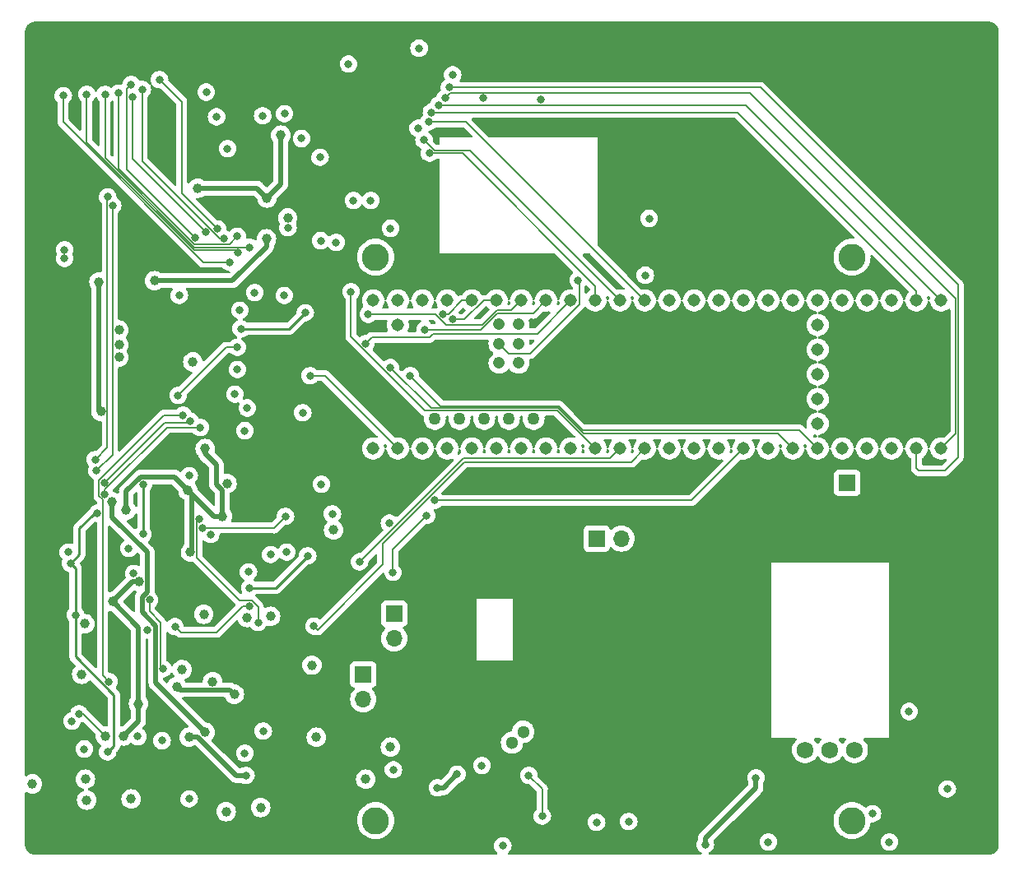
<source format=gbr>
%TF.GenerationSoftware,KiCad,Pcbnew,7.0.6*%
%TF.CreationDate,2024-04-07T14:57:10-04:00*%
%TF.ProjectId,mainbox,6d61696e-626f-4782-9e6b-696361645f70,rev?*%
%TF.SameCoordinates,Original*%
%TF.FileFunction,Copper,L4,Bot*%
%TF.FilePolarity,Positive*%
%FSLAX46Y46*%
G04 Gerber Fmt 4.6, Leading zero omitted, Abs format (unit mm)*
G04 Created by KiCad (PCBNEW 7.0.6) date 2024-04-07 14:57:10*
%MOMM*%
%LPD*%
G01*
G04 APERTURE LIST*
%TA.AperFunction,ComponentPad*%
%ADD10C,1.300000*%
%TD*%
%TA.AperFunction,ComponentPad*%
%ADD11C,1.308000*%
%TD*%
%TA.AperFunction,ComponentPad*%
%ADD12C,1.258000*%
%TD*%
%TA.AperFunction,ComponentPad*%
%ADD13C,1.208000*%
%TD*%
%TA.AperFunction,ComponentPad*%
%ADD14C,2.800000*%
%TD*%
%TA.AperFunction,ComponentPad*%
%ADD15R,1.700000X1.700000*%
%TD*%
%TA.AperFunction,ComponentPad*%
%ADD16O,1.700000X1.700000*%
%TD*%
%TA.AperFunction,ComponentPad*%
%ADD17C,1.725000*%
%TD*%
%TA.AperFunction,ViaPad*%
%ADD18C,0.800000*%
%TD*%
%TA.AperFunction,ViaPad*%
%ADD19C,1.000000*%
%TD*%
%TA.AperFunction,Conductor*%
%ADD20C,0.250000*%
%TD*%
%TA.AperFunction,Conductor*%
%ADD21C,0.500000*%
%TD*%
%TA.AperFunction,Conductor*%
%ADD22C,0.127000*%
%TD*%
G04 APERTURE END LIST*
D10*
%TO.P,IC8,38,GND_6*%
%TO.N,GND*%
X174954000Y-120594000D03*
X173794000Y-121714000D03*
%TD*%
D11*
%TO.P,U5,0,RX1*%
%TO.N,!CS2*%
X162052000Y-91442000D03*
%TO.P,U5,1,TX1*%
%TO.N,SDO2*%
X164592000Y-91442000D03*
%TO.P,U5,2,OUT2*%
%TO.N,dout1*%
X167132000Y-91442000D03*
%TO.P,U5,3,LRCLK2*%
%TO.N,unconnected-(U5-LRCLK2-Pad3)*%
X169672000Y-91442000D03*
%TO.P,U5,3.3V_1,3.3V*%
%TO.N,3v3*%
X195072000Y-91442000D03*
%TO.P,U5,3.3V_2,3.3V__1*%
%TO.N,unconnected-(U5-3.3V__1-Pad3.3V_2)*%
X164592000Y-76202000D03*
%TO.P,U5,3.3V_3,3.3V__2*%
%TO.N,unconnected-(U5-3.3V__2-Pad3.3V_3)*%
X205232000Y-86362000D03*
%TO.P,U5,4,BCLK2*%
%TO.N,unconnected-(U5-BCLK2-Pad4)*%
X172212000Y-91442000D03*
%TO.P,U5,5,IN2*%
%TO.N,unconnected-(U5-IN2-Pad5)*%
X174752000Y-91442000D03*
D12*
%TO.P,U5,5V,5V*%
%TO.N,unconnected-(U5-Pad5V)*%
X165862000Y-88392000D03*
D11*
%TO.P,U5,6,OUT1D*%
%TO.N,unconnected-(U5-OUT1D-Pad6)*%
X177292000Y-91442000D03*
%TO.P,U5,7,RX2*%
%TO.N,unconnected-(U5-RX2-Pad7)*%
X179832000Y-91442000D03*
%TO.P,U5,8,TX2*%
%TO.N,syncin2*%
X182372000Y-91442000D03*
%TO.P,U5,9,OUT1C*%
%TO.N,rst1*%
X184912000Y-91442000D03*
%TO.P,U5,10,CS1*%
%TO.N,!CS1*%
X187452000Y-91442000D03*
%TO.P,U5,11,MOSI*%
%TO.N,SDI1*%
X189992000Y-91442000D03*
%TO.P,U5,12,MISO*%
%TO.N,SDO1*%
X192532000Y-91442000D03*
%TO.P,U5,13,SCK*%
%TO.N,SCLK1*%
X192532000Y-76202000D03*
%TO.P,U5,14,A0*%
%TO.N,unconnected-(U5-A0-Pad14)*%
X189992000Y-76202000D03*
%TO.P,U5,15,A1*%
%TO.N,doutlcd*%
X187452000Y-76202000D03*
%TO.P,U5,16,A2*%
%TO.N,SDA*%
X184912000Y-76202000D03*
%TO.P,U5,17,A3*%
%TO.N,SCL*%
X182372000Y-76202000D03*
%TO.P,U5,18,A4*%
%TO.N,dout2*%
X179832000Y-76202000D03*
%TO.P,U5,19,A5*%
%TO.N,dclk2*%
X177292000Y-76202000D03*
%TO.P,U5,20,A6*%
%TO.N,drdy2*%
X174752000Y-76202000D03*
%TO.P,U5,21,A7*%
%TO.N,dclk1*%
X172212000Y-76202000D03*
%TO.P,U5,22,A8*%
%TO.N,drdy1*%
X169672000Y-76202000D03*
%TO.P,U5,23,A9*%
%TO.N,rst2*%
X167132000Y-76202000D03*
%TO.P,U5,24,A10*%
%TO.N,syncin1*%
X197612000Y-91442000D03*
%TO.P,U5,25,A11*%
%TO.N,unconnected-(U5-A11-Pad25)*%
X200152000Y-91442000D03*
%TO.P,U5,26,A12*%
%TO.N,SDI2*%
X202692000Y-91442000D03*
%TO.P,U5,27,A13*%
%TO.N,SCLK2*%
X205232000Y-91442000D03*
%TO.P,U5,28,RX7*%
%TO.N,unconnected-(U5-RX7-Pad28)*%
X207772000Y-91442000D03*
%TO.P,U5,29,TX7*%
%TO.N,unconnected-(U5-TX7-Pad29)*%
X210312000Y-91442000D03*
%TO.P,U5,30,CRX3*%
%TO.N,unconnected-(U5-CRX3-Pad30)*%
X212852000Y-91442000D03*
%TO.P,U5,31,CTX3*%
%TO.N,S4*%
X215392000Y-91442000D03*
%TO.P,U5,32,OUT1B*%
%TO.N,S3*%
X217932000Y-91442000D03*
%TO.P,U5,33,MCLK2*%
%TO.N,S2*%
X217932000Y-76202000D03*
%TO.P,U5,34,RX8*%
%TO.N,S1*%
X215392000Y-76202000D03*
%TO.P,U5,35,TX8*%
%TO.N,Net-(IC2-A7)*%
X212852000Y-76202000D03*
%TO.P,U5,36,CS2*%
%TO.N,Net-(IC2-A6)*%
X210312000Y-76202000D03*
%TO.P,U5,37,CS3*%
%TO.N,Net-(IC2-A5)*%
X207772000Y-76202000D03*
%TO.P,U5,38,A14*%
%TO.N,Net-(IC2-A4)*%
X205232000Y-76202000D03*
%TO.P,U5,39,A15*%
%TO.N,Net-(IC2-A3)*%
X202692000Y-76202000D03*
%TO.P,U5,40,A16*%
%TO.N,Net-(IC2-A2)*%
X200152000Y-76202000D03*
%TO.P,U5,41,A17*%
%TO.N,Net-(IC2-A1)*%
X197612000Y-76202000D03*
D12*
%TO.P,U5,D+,D+*%
%TO.N,unconnected-(U5-PadD+)*%
X170942000Y-88392000D03*
%TO.P,U5,D-,D-*%
%TO.N,unconnected-(U5-PadD-)*%
X168402000Y-88392000D03*
D11*
%TO.P,U5,GND1,GND*%
%TO.N,GND*%
X159512000Y-91442000D03*
%TO.P,U5,GND2,GND__1*%
X195072000Y-76202000D03*
%TO.P,U5,GND3,GND__2*%
X162052000Y-76202000D03*
%TO.P,U5,GND4,GND__3*%
X205232000Y-83822000D03*
D13*
%TO.P,U5,GND5,GND__4*%
X174482000Y-80652000D03*
%TO.P,U5,LED,LED*%
%TO.N,Net-(D1-A)*%
X172482000Y-80652000D03*
D11*
%TO.P,U5,ON/OFF,ON/OFF*%
%TO.N,unconnected-(U5-PadON{slash}OFF)*%
X205232000Y-78742000D03*
%TO.P,U5,PROGRAM,PROGRAM*%
%TO.N,unconnected-(U5-PadPROGRAM)*%
X205232000Y-81282000D03*
D13*
%TO.P,U5,R+,R+*%
%TO.N,Rd+*%
X172482000Y-78652000D03*
%TO.P,U5,R-,R-*%
%TO.N,Rd-*%
X174482000Y-78652000D03*
%TO.P,U5,T+,T+*%
%TO.N,Td+*%
X174482000Y-82652000D03*
%TO.P,U5,T-,T-*%
%TO.N,Td-*%
X172482000Y-82652000D03*
D12*
%TO.P,U5,USB_GND1,USB_GND*%
%TO.N,GND*%
X173482000Y-88392000D03*
%TO.P,U5,USB_GND2,USB_GND__1*%
X176022000Y-88392000D03*
D11*
%TO.P,U5,VBAT,VBAT*%
%TO.N,Net-(J6-Pin_1)*%
X205232000Y-88902000D03*
%TO.P,U5,VIN,VIN*%
%TO.N,5vin*%
X159512000Y-76202000D03*
%TO.P,U5,VUSB,VUSB*%
%TO.N,unconnected-(U5-PadVUSB)*%
X162052000Y-78742000D03*
%TD*%
D14*
%TO.P,H1,1*%
%TO.N,N/C*%
X208768000Y-71739000D03*
%TD*%
%TO.P,H3,1*%
%TO.N,N/C*%
X159768000Y-129739000D03*
%TD*%
D15*
%TO.P,J9,1,Pin_1*%
%TO.N,Net-(IC8-DIO6{slash}~{RTS})*%
X182499000Y-100711000D03*
D16*
%TO.P,J9,2,Pin_2*%
%TO.N,Net-(IC8-DIO9{slash}ON{slash}~{SLEEP})*%
X185039000Y-100711000D03*
%TD*%
D15*
%TO.P,J8,1,Pin_1*%
%TO.N,Net-(J5-Pin_1)*%
X161671000Y-108458000D03*
D16*
%TO.P,J8,2,Pin_2*%
%TO.N,Net-(J5-Pin_2)*%
X161671000Y-110998000D03*
%TD*%
D17*
%TO.P,PS1,1,+VIN*%
%TO.N,Net-(PS1-+VIN)*%
X203962000Y-122465000D03*
%TO.P,PS1,2,GND*%
%TO.N,GND*%
X206502000Y-122465000D03*
%TO.P,PS1,3,+VOUT*%
%TO.N,Vcc*%
X209042000Y-122465000D03*
%TD*%
D15*
%TO.P,J6,1,Pin_1*%
%TO.N,Net-(J6-Pin_1)*%
X208280000Y-94996000D03*
%TD*%
D14*
%TO.P,H2,1*%
%TO.N,N/C*%
X159768000Y-71739000D03*
%TD*%
D15*
%TO.P,J5,1,Pin_1*%
%TO.N,Net-(J5-Pin_1)*%
X158498000Y-114709000D03*
D16*
%TO.P,J5,2,Pin_2*%
%TO.N,Net-(J5-Pin_2)*%
X158498000Y-117249000D03*
%TD*%
D14*
%TO.P,H4,1*%
%TO.N,N/C*%
X208768000Y-129739000D03*
%TD*%
D18*
%TO.N,GND*%
X147320000Y-75393000D03*
X145542000Y-83312000D03*
X182499000Y-129921000D03*
X170688000Y-124079000D03*
X136271000Y-110109000D03*
X134874000Y-104312000D03*
D19*
X129540000Y-114681000D03*
X144484617Y-95037383D03*
D18*
X161290000Y-68783200D03*
X145288000Y-85852000D03*
X127762000Y-70993000D03*
X150622000Y-102108000D03*
X164236400Y-50241200D03*
D19*
X153670000Y-121158000D03*
D18*
X142798800Y-100279200D03*
X176784000Y-55499000D03*
X218567000Y-126492000D03*
X155702000Y-70231000D03*
X135308656Y-121084656D03*
X170815000Y-55372000D03*
X172847000Y-132334000D03*
X157480000Y-65913000D03*
D19*
X148971000Y-108712000D03*
D18*
X187909200Y-67767200D03*
X214630000Y-118516400D03*
D19*
X142087600Y-108508800D03*
D18*
X148209000Y-120523000D03*
D19*
X155448000Y-99822000D03*
D18*
X210870800Y-129032000D03*
X212598000Y-131953000D03*
X134366000Y-101727000D03*
X187502800Y-73609200D03*
X144526000Y-60579000D03*
D19*
X144399000Y-128825500D03*
X161290000Y-122174000D03*
D18*
X137795000Y-121516500D03*
X185801000Y-129839000D03*
X148971000Y-102362000D03*
X150399082Y-56978225D03*
X146685000Y-104140000D03*
X148146181Y-57194110D03*
X128524000Y-119507000D03*
X146304000Y-89611200D03*
D19*
X139852400Y-114198400D03*
D18*
X142341600Y-54762400D03*
X128143000Y-102108000D03*
X127762000Y-71882000D03*
D19*
X146558000Y-108839000D03*
D18*
X152273000Y-87757000D03*
D19*
X147955000Y-128397000D03*
X143002000Y-115443000D03*
D18*
X146558000Y-87274400D03*
X140589000Y-127508000D03*
X146304000Y-122809000D03*
D19*
X129857500Y-109474000D03*
D18*
X154178000Y-95123000D03*
X129807037Y-122369746D03*
D19*
X153212800Y-113741200D03*
X140970000Y-82537000D03*
D18*
X161594800Y-124510800D03*
X145796000Y-77216000D03*
X139573000Y-75692000D03*
X143408400Y-57302400D03*
X161188400Y-99110800D03*
X140589000Y-94234000D03*
X150368000Y-75692000D03*
X154051000Y-61468000D03*
X156972000Y-51866800D03*
X200152000Y-131953000D03*
D19*
X124475406Y-125971099D03*
D18*
X150749000Y-68707000D03*
D19*
X134620000Y-127508000D03*
D18*
%TO.N,2.5vsg*%
X128905000Y-108585000D03*
X128382505Y-103262114D03*
X131146000Y-98108487D03*
X132207000Y-122682000D03*
%TO.N,3v3*%
X146812000Y-105791000D03*
X154127200Y-70053200D03*
X152527000Y-77470000D03*
X152781000Y-102489000D03*
X152146000Y-59537600D03*
X155321000Y-98171000D03*
X159258000Y-65913000D03*
X164134800Y-58470800D03*
X167690800Y-52984400D03*
X145923000Y-79121000D03*
D19*
%TO.N,5vadc*%
X135382000Y-117729000D03*
X140723400Y-102108000D03*
X133858000Y-121031000D03*
X140462000Y-95758000D03*
X144018000Y-98425000D03*
X134118210Y-97774253D03*
X132715000Y-107188000D03*
X148539200Y-69850000D03*
X137033000Y-74168000D03*
X145237200Y-116738400D03*
X142240000Y-91440000D03*
X135431500Y-105156000D03*
X139319000Y-115951000D03*
%TO.N,5vanalog*%
X142240000Y-120650000D03*
X132662000Y-96901000D03*
X141478000Y-64643000D03*
X150012400Y-59182000D03*
X148590000Y-65659000D03*
X131508500Y-87630000D03*
X131318000Y-74295000D03*
%TO.N,5vin*%
X133368000Y-80772000D03*
X133368000Y-79248000D03*
X129921000Y-125476000D03*
X150723600Y-67716400D03*
X133368000Y-82042000D03*
X158750000Y-125476000D03*
X130048000Y-127635000D03*
D18*
%TO.N,aux1.2*%
X131864219Y-94937719D03*
X140716000Y-88646000D03*
%TO.N,aux1.1*%
X131922500Y-96139000D03*
X141732000Y-89281000D03*
%TO.N,Net-(J20-Pin_7)*%
X136502500Y-107035600D03*
X137899500Y-114119864D03*
%TO.N,Net-(U4-VCM)*%
X146812000Y-107645200D03*
X139141200Y-109778800D03*
%TO.N,Net-(U2-VCM)*%
X145542000Y-81026000D03*
X139446000Y-85979000D03*
%TO.N,!CS2*%
X153035000Y-83947000D03*
%TO.N,SCLK2*%
X163322000Y-83947000D03*
%TO.N,SDI2*%
X161290000Y-83114500D03*
%TO.N,dout2*%
X158750000Y-80645000D03*
%TO.N,dclk2*%
X164846000Y-79203000D03*
%TO.N,drdy2*%
X159004000Y-77622400D03*
%TO.N,syncin2*%
X157226000Y-75311000D03*
%TO.N,auxsg*%
X139954000Y-88011000D03*
X132334000Y-115443000D03*
%TO.N,!CS1*%
X153416000Y-109728000D03*
%TO.N,dout1*%
X164998400Y-98348800D03*
X161544000Y-104190800D03*
%TO.N,dclk1*%
X167685500Y-78166846D03*
%TO.N,drdy1*%
X166674800Y-77622400D03*
%TO.N,rst1*%
X158115000Y-103103000D03*
%TO.N,syncin1*%
X165862000Y-96774000D03*
%TO.N,Net-(D1-A)*%
X180594000Y-74117200D03*
%TO.N,5.2v*%
X146431000Y-125095000D03*
X129257000Y-118745000D03*
D19*
X140589000Y-121158000D03*
X131953000Y-121031000D03*
D18*
%TO.N,Vcc*%
X193675000Y-132207000D03*
X198882000Y-125349000D03*
X168148000Y-124968000D03*
X166116000Y-126365000D03*
%TO.N,Dout*%
X176911000Y-129286000D03*
X175514000Y-125095000D03*
%TO.N,Net-(J4-Pin_1)*%
X137541000Y-53467000D03*
X143510000Y-68834000D03*
%TO.N,Net-(J4-Pin_2)*%
X135763000Y-54483000D03*
X144145000Y-69850000D03*
%TO.N,Net-(J4-Pin_3)*%
X141224000Y-69723000D03*
X134620000Y-53975000D03*
%TO.N,Net-(J4-Pin_4)*%
X134747000Y-55245000D03*
X142300839Y-69189668D03*
%TO.N,Net-(J4-Pin_5)*%
X133350000Y-54864000D03*
X145542000Y-69596000D03*
%TO.N,Net-(J4-Pin_6)*%
X146812000Y-70739000D03*
X131953000Y-54991000D03*
%TO.N,Net-(J4-Pin_7)*%
X130048000Y-54991000D03*
X145569000Y-71292000D03*
%TO.N,Net-(J4-Pin_8)*%
X144780000Y-72263000D03*
X127635000Y-55118000D03*
%TO.N,daux2*%
X132207000Y-65532000D03*
X130937000Y-92583000D03*
%TO.N,daux1*%
X132715000Y-66421000D03*
X131064000Y-93726000D03*
%TO.N,tieRod1*%
X147701000Y-109347000D03*
X141605000Y-98679000D03*
%TO.N,tieRod2*%
X150495000Y-98425000D03*
X141935200Y-99618800D03*
%TO.N,tr+*%
X135890000Y-95123000D03*
X135831500Y-100261500D03*
%TO.N,SDA*%
X164744400Y-59690000D03*
%TO.N,SCL*%
X165318569Y-61046231D03*
%TO.N,doutlcd*%
X165252400Y-57810400D03*
%TO.N,S1*%
X165506400Y-56845200D03*
%TO.N,S2*%
X166217600Y-56134000D03*
%TO.N,S3*%
X166928800Y-55372000D03*
%TO.N,S4*%
X167356348Y-54280034D03*
%TD*%
D20*
%TO.N,2.5vsg*%
X132842000Y-116820742D02*
X128905000Y-112883742D01*
X130977713Y-98276774D02*
X130685911Y-98276774D01*
X132207000Y-122682000D02*
X132842000Y-122047000D01*
X132842000Y-122047000D02*
X132842000Y-116820742D01*
X128905000Y-103784609D02*
X128382505Y-103262114D01*
X130685911Y-98276774D02*
X129286000Y-99676685D01*
X128905000Y-112883742D02*
X128905000Y-108585000D01*
X129286000Y-99676685D02*
X129286000Y-102358619D01*
X131146000Y-98108487D02*
X130977713Y-98276774D01*
X128905000Y-108585000D02*
X128905000Y-103784609D01*
X129286000Y-102358619D02*
X128382505Y-103262114D01*
%TO.N,3v3*%
X149479000Y-105791000D02*
X152781000Y-102489000D01*
X152527000Y-77470000D02*
X150876000Y-79121000D01*
X146812000Y-105791000D02*
X149479000Y-105791000D01*
X150876000Y-79121000D02*
X145923000Y-79121000D01*
D21*
%TO.N,5vadc*%
X135583481Y-94383000D02*
X139087000Y-94383000D01*
X142240000Y-91948000D02*
X142240000Y-91440000D01*
X143383000Y-95123000D02*
X143383000Y-93091000D01*
X140462000Y-95758000D02*
X143129000Y-98425000D01*
X134118210Y-97774253D02*
X134118210Y-95848271D01*
X139651000Y-116283000D02*
X139319000Y-115951000D01*
X143383000Y-93091000D02*
X142240000Y-91948000D01*
X135382000Y-119507000D02*
X133858000Y-121031000D01*
X143129000Y-98425000D02*
X144018000Y-98425000D01*
X140723400Y-102108000D02*
X140843000Y-101988400D01*
X144018000Y-95758000D02*
X143383000Y-95123000D01*
X148539200Y-69850000D02*
X148539200Y-70662800D01*
X135431500Y-105156000D02*
X134747000Y-105156000D01*
X134118210Y-95848271D02*
X135583481Y-94383000D01*
X145034000Y-74168000D02*
X137033000Y-74168000D01*
X135382000Y-109855000D02*
X132715000Y-107188000D01*
X144781800Y-116283000D02*
X139651000Y-116283000D01*
X140843000Y-96139000D02*
X140462000Y-95758000D01*
X145237200Y-116738400D02*
X144781800Y-116283000D01*
X139087000Y-94383000D02*
X140462000Y-95758000D01*
X134747000Y-105156000D02*
X132715000Y-107188000D01*
X135382000Y-117729000D02*
X135382000Y-119507000D01*
X144018000Y-98425000D02*
X144018000Y-95758000D01*
X148539200Y-70662800D02*
X145034000Y-74168000D01*
X135382000Y-117729000D02*
X135382000Y-109855000D01*
X140843000Y-101988400D02*
X140843000Y-96139000D01*
%TO.N,5vanalog*%
X141478000Y-64643000D02*
X147574000Y-64643000D01*
X150012400Y-64236600D02*
X150012400Y-59182000D01*
X132662000Y-96901000D02*
X132662000Y-98499000D01*
X135762500Y-106729081D02*
X135762500Y-108285560D01*
X131318000Y-87439500D02*
X131318000Y-74295000D01*
X136271000Y-106220581D02*
X135762500Y-106729081D01*
X147574000Y-64643000D02*
X148590000Y-65659000D01*
X131508500Y-87630000D02*
X131318000Y-87439500D01*
X137160000Y-109683060D02*
X137160000Y-115570000D01*
X132662000Y-98499000D02*
X136271000Y-102108000D01*
X137160000Y-115570000D02*
X142240000Y-120650000D01*
X136271000Y-102108000D02*
X136271000Y-106220581D01*
X148590000Y-65659000D02*
X150012400Y-64236600D01*
X135762500Y-108285560D02*
X137160000Y-109683060D01*
D22*
%TO.N,aux1.2*%
X140589000Y-88773000D02*
X138049000Y-88773000D01*
X138049000Y-88773000D02*
X131884281Y-94937719D01*
X131884281Y-94937719D02*
X131864219Y-94937719D01*
X140716000Y-88646000D02*
X140589000Y-88773000D01*
%TO.N,aux1.1*%
X141732000Y-89281000D02*
X138303000Y-89281000D01*
X138303000Y-89281000D02*
X131922500Y-95661500D01*
X131922500Y-95661500D02*
X131922500Y-96139000D01*
%TO.N,Net-(J20-Pin_7)*%
X136502500Y-108202268D02*
X136502500Y-107035600D01*
X137899500Y-114119864D02*
X137668000Y-113888364D01*
X137668000Y-113888364D02*
X137668000Y-109367768D01*
X137668000Y-109367768D02*
X136502500Y-108202268D01*
%TO.N,Net-(U4-VCM)*%
X139725400Y-110363000D02*
X143383000Y-110363000D01*
X143383000Y-110363000D02*
X146100800Y-107645200D01*
X146100800Y-107645200D02*
X146812000Y-107645200D01*
X139141200Y-109778800D02*
X139725400Y-110363000D01*
%TO.N,Net-(U2-VCM)*%
X145542000Y-81026000D02*
X144399000Y-81026000D01*
X144399000Y-81026000D02*
X139446000Y-85979000D01*
%TO.N,!CS2*%
X153035000Y-83947000D02*
X154557000Y-83947000D01*
X154557000Y-83947000D02*
X162052000Y-91442000D01*
%TO.N,SCLK2*%
X203325000Y-89535000D02*
X205232000Y-91442000D01*
X163322000Y-83947000D02*
X166444000Y-87069000D01*
X166444000Y-87069000D02*
X178612768Y-87069000D01*
X181078768Y-89535000D02*
X203325000Y-89535000D01*
X178612768Y-87069000D02*
X181078768Y-89535000D01*
%TO.N,SDI2*%
X161290000Y-83114500D02*
X165461500Y-87286000D01*
X201166000Y-89916000D02*
X202692000Y-91442000D01*
X165461500Y-87286000D02*
X178522884Y-87286000D01*
X178522884Y-87286000D02*
X181152884Y-89916000D01*
X181152884Y-89916000D02*
X201166000Y-89916000D01*
%TO.N,dout2*%
X159385000Y-80010000D02*
X165303200Y-80010000D01*
X165658800Y-79654400D02*
X176379600Y-79654400D01*
X165303200Y-80010000D02*
X165658800Y-79654400D01*
X176379600Y-79654400D02*
X179832000Y-76202000D01*
X158750000Y-80645000D02*
X159385000Y-80010000D01*
%TO.N,dclk2*%
X172262800Y-77520800D02*
X175973200Y-77520800D01*
X170580600Y-79203000D02*
X172262800Y-77520800D01*
X175973200Y-77520800D02*
X177292000Y-76202000D01*
X164846000Y-79203000D02*
X170580600Y-79203000D01*
%TO.N,drdy2*%
X172260716Y-77216000D02*
X173738000Y-77216000D01*
X165892032Y-77622400D02*
X166989978Y-78720346D01*
X166989978Y-78720346D02*
X170756370Y-78720346D01*
X173738000Y-77216000D02*
X174752000Y-76202000D01*
X170756370Y-78720346D02*
X172260716Y-77216000D01*
X159004000Y-77622400D02*
X165892032Y-77622400D01*
%TO.N,syncin2*%
X178433000Y-87503000D02*
X182372000Y-91442000D01*
X157226000Y-75311000D02*
X157226000Y-79903768D01*
X157226000Y-79903768D02*
X164825232Y-87503000D01*
X164825232Y-87503000D02*
X178433000Y-87503000D01*
%TO.N,auxsg*%
X131310719Y-94708451D02*
X131310719Y-96309987D01*
X131310719Y-96309987D02*
X131699000Y-96698268D01*
X138008170Y-88011000D02*
X131310719Y-94708451D01*
X131699000Y-96698268D02*
X131699000Y-114808000D01*
X139954000Y-88011000D02*
X138008170Y-88011000D01*
X131699000Y-114808000D02*
X132334000Y-115443000D01*
%TO.N,!CS1*%
X153416000Y-109728000D02*
X153797000Y-110109000D01*
X186057000Y-92837000D02*
X187452000Y-91442000D01*
X153797000Y-110109000D02*
X160509500Y-103396500D01*
X160509500Y-103396500D02*
X160509500Y-101237500D01*
X168910000Y-92837000D02*
X186057000Y-92837000D01*
X160509500Y-101237500D02*
X168910000Y-92837000D01*
%TO.N,dout1*%
X161544000Y-104190800D02*
X161544000Y-101803200D01*
X161544000Y-101803200D02*
X164998400Y-98348800D01*
%TO.N,dclk1*%
X170889200Y-76202000D02*
X172212000Y-76202000D01*
X167685500Y-78166846D02*
X168924354Y-78166846D01*
X168924354Y-78166846D02*
X170889200Y-76202000D01*
%TO.N,drdy1*%
X168654000Y-76202000D02*
X169672000Y-76202000D01*
X167233600Y-77622400D02*
X168654000Y-76202000D01*
X166674800Y-77622400D02*
X167233600Y-77622400D01*
%TO.N,rst1*%
X183898000Y-92456000D02*
X184912000Y-91442000D01*
X168783000Y-92456000D02*
X183898000Y-92456000D01*
X158136000Y-103103000D02*
X168783000Y-92456000D01*
X158115000Y-103103000D02*
X158136000Y-103103000D01*
%TO.N,syncin1*%
X165862000Y-96774000D02*
X192280000Y-96774000D01*
X192280000Y-96774000D02*
X197612000Y-91442000D01*
%TO.N,Net-(D1-A)*%
X180721000Y-74244200D02*
X180594000Y-74117200D01*
X180721000Y-76581000D02*
X180721000Y-74422000D01*
X172482000Y-80652000D02*
X173491000Y-81661000D01*
X173491000Y-81661000D02*
X175641000Y-81661000D01*
X175641000Y-81661000D02*
X180721000Y-76581000D01*
X180721000Y-74422000D02*
X180721000Y-74244200D01*
%TO.N,5.2v*%
X129667000Y-118745000D02*
X129257000Y-118745000D01*
D21*
X145415000Y-125095000D02*
X141478000Y-121158000D01*
X141478000Y-121158000D02*
X140589000Y-121158000D01*
X146431000Y-125095000D02*
X145415000Y-125095000D01*
D22*
X131953000Y-121031000D02*
X129667000Y-118745000D01*
D21*
%TO.N,Vcc*%
X166751000Y-126365000D02*
X168148000Y-124968000D01*
X193675000Y-131572000D02*
X198882000Y-126365000D01*
X198882000Y-126365000D02*
X198882000Y-125349000D01*
X166116000Y-126365000D02*
X166751000Y-126365000D01*
X193675000Y-132207000D02*
X193675000Y-131572000D01*
D22*
%TO.N,Dout*%
X175514000Y-125095000D02*
X176911000Y-126492000D01*
X176911000Y-126492000D02*
X176911000Y-129286000D01*
%TO.N,Net-(J4-Pin_1)*%
X143510000Y-68834000D02*
X139827000Y-65151000D01*
X139827000Y-55753000D02*
X137541000Y-53467000D01*
X139827000Y-65151000D02*
X139827000Y-55753000D01*
%TO.N,Net-(J4-Pin_2)*%
X135763000Y-61869768D02*
X135763000Y-54483000D01*
X143743232Y-69850000D02*
X135763000Y-61869768D01*
X144145000Y-69850000D02*
X143743232Y-69850000D01*
%TO.N,Net-(J4-Pin_3)*%
X141224000Y-69723000D02*
X134193500Y-62692500D01*
X134193500Y-62692500D02*
X134193500Y-54401500D01*
X134193500Y-54401500D02*
X134620000Y-53975000D01*
%TO.N,Net-(J4-Pin_4)*%
X142300839Y-69189668D02*
X134747000Y-61635829D01*
X134747000Y-61635829D02*
X134747000Y-55245000D01*
%TO.N,Net-(J4-Pin_5)*%
X145542000Y-69596000D02*
X144734500Y-70403500D01*
X133350000Y-62631768D02*
X133350000Y-54864000D01*
X144734500Y-70403500D02*
X141121732Y-70403500D01*
X141121732Y-70403500D02*
X133350000Y-62631768D01*
%TO.N,Net-(J4-Pin_6)*%
X146812000Y-70739000D02*
X141150348Y-70739000D01*
X141150348Y-70739000D02*
X131953000Y-61541652D01*
X131953000Y-61541652D02*
X131953000Y-54991000D01*
%TO.N,Net-(J4-Pin_7)*%
X141097464Y-70993000D02*
X130048000Y-59943536D01*
X145569000Y-71292000D02*
X145270000Y-70993000D01*
X130048000Y-59943536D02*
X130048000Y-54991000D01*
X145270000Y-70993000D02*
X141097464Y-70993000D01*
%TO.N,Net-(J4-Pin_8)*%
X127635000Y-57837420D02*
X127635000Y-55118000D01*
X142060580Y-72263000D02*
X127635000Y-57837420D01*
X144780000Y-72263000D02*
X142060580Y-72263000D01*
%TO.N,daux2*%
X132161500Y-91358500D02*
X132161500Y-65577500D01*
X130937000Y-92583000D02*
X132161500Y-91358500D01*
X132161500Y-65577500D02*
X132207000Y-65532000D01*
%TO.N,daux1*%
X132715000Y-92075000D02*
X132715000Y-66421000D01*
X131064000Y-93726000D02*
X132715000Y-92075000D01*
%TO.N,tieRod1*%
X147701000Y-107751432D02*
X147701000Y-109347000D01*
X141605000Y-98679000D02*
X141376400Y-98907600D01*
X147041268Y-107091700D02*
X147701000Y-107751432D01*
X141376400Y-102717600D02*
X145750500Y-107091700D01*
X141376400Y-98907600D02*
X141376400Y-102717600D01*
X145750500Y-107091700D02*
X147041268Y-107091700D01*
%TO.N,tieRod2*%
X141935200Y-99618800D02*
X149301200Y-99618800D01*
X149301200Y-99618800D02*
X150495000Y-98425000D01*
D20*
%TO.N,tr+*%
X135831500Y-100261500D02*
X135890000Y-100203000D01*
X135890000Y-100203000D02*
X135890000Y-95123000D01*
D22*
%TO.N,SDA*%
X164744400Y-59690000D02*
X165811200Y-60756800D01*
X169466800Y-60756800D02*
X184912000Y-76202000D01*
X165811200Y-60756800D02*
X169466800Y-60756800D01*
%TO.N,SCL*%
X182372000Y-74726800D02*
X182372000Y-76202000D01*
X168691431Y-61046231D02*
X182372000Y-74726800D01*
X165318569Y-61046231D02*
X168691431Y-61046231D01*
%TO.N,doutlcd*%
X165252400Y-57810400D02*
X169060400Y-57810400D01*
X169060400Y-57810400D02*
X187452000Y-76202000D01*
%TO.N,S1*%
X197002400Y-56845200D02*
X215392000Y-75234800D01*
X165506400Y-56845200D02*
X197002400Y-56845200D01*
X215392000Y-75234800D02*
X215392000Y-76202000D01*
%TO.N,S2*%
X166217600Y-56134000D02*
X197864000Y-56134000D01*
X197864000Y-56134000D02*
X217932000Y-76202000D01*
%TO.N,S3*%
X219456000Y-89918000D02*
X217932000Y-91442000D01*
X166928800Y-55372000D02*
X167482300Y-54818500D01*
X167482300Y-54818500D02*
X198277700Y-54818500D01*
X198277700Y-54818500D02*
X219456000Y-75996800D01*
X219456000Y-75996800D02*
X219456000Y-89918000D01*
%TO.N,S4*%
X215392000Y-93472000D02*
X215392000Y-91442000D01*
X219673000Y-74588200D02*
X199364834Y-54280034D01*
X199364834Y-54280034D02*
X167356348Y-54280034D01*
X215392000Y-93472000D02*
X215646000Y-93726000D01*
X218287600Y-93726000D02*
X219673000Y-92340600D01*
X215646000Y-93726000D02*
X218287600Y-93726000D01*
X219673000Y-92340600D02*
X219673000Y-74588200D01*
%TD*%
%TA.AperFunction,NonConductor*%
G36*
X222875695Y-47514735D02*
G01*
X222918519Y-47518482D01*
X223044771Y-47530918D01*
X223064685Y-47534541D01*
X223131349Y-47552403D01*
X223224570Y-47580682D01*
X223240971Y-47586958D01*
X223308411Y-47618406D01*
X223311375Y-47619888D01*
X223348969Y-47639982D01*
X223395327Y-47664762D01*
X223401667Y-47668657D01*
X223467828Y-47714983D01*
X223471600Y-47717844D01*
X223543808Y-47777103D01*
X223548309Y-47781182D01*
X223605815Y-47838688D01*
X223609895Y-47843190D01*
X223669154Y-47915398D01*
X223672015Y-47919170D01*
X223718341Y-47985331D01*
X223722236Y-47991671D01*
X223767101Y-48075605D01*
X223768614Y-48078631D01*
X223800040Y-48146027D01*
X223806319Y-48162435D01*
X223834601Y-48255669D01*
X223852454Y-48322299D01*
X223856082Y-48342238D01*
X223868523Y-48468554D01*
X223872264Y-48511302D01*
X223872500Y-48516710D01*
X223872500Y-132236289D01*
X223872264Y-132241697D01*
X223868523Y-132284445D01*
X223856082Y-132410760D01*
X223852454Y-132430699D01*
X223834601Y-132497330D01*
X223806318Y-132590563D01*
X223800040Y-132606971D01*
X223768614Y-132674367D01*
X223767101Y-132677393D01*
X223722236Y-132761327D01*
X223718341Y-132767667D01*
X223672015Y-132833828D01*
X223669154Y-132837600D01*
X223609895Y-132909808D01*
X223605806Y-132914320D01*
X223548320Y-132971806D01*
X223543808Y-132975895D01*
X223471600Y-133035154D01*
X223467828Y-133038015D01*
X223401667Y-133084341D01*
X223395327Y-133088236D01*
X223311393Y-133133101D01*
X223308367Y-133134614D01*
X223240971Y-133166040D01*
X223224563Y-133172318D01*
X223131330Y-133200601D01*
X223064699Y-133218454D01*
X223044760Y-133222082D01*
X222918445Y-133234523D01*
X222877789Y-133238080D01*
X222875696Y-133238264D01*
X222870290Y-133238500D01*
X194155549Y-133238500D01*
X194088510Y-133218815D01*
X194042755Y-133166011D01*
X194032811Y-133096853D01*
X194061836Y-133033297D01*
X194105110Y-133001221D01*
X194127730Y-132991151D01*
X194280871Y-132879888D01*
X194407533Y-132739216D01*
X194502179Y-132575284D01*
X194560674Y-132395256D01*
X194580460Y-132207000D01*
X194560674Y-132018744D01*
X194539312Y-131953000D01*
X199246540Y-131953000D01*
X199266326Y-132141256D01*
X199266327Y-132141259D01*
X199324818Y-132321277D01*
X199324821Y-132321284D01*
X199419467Y-132485216D01*
X199529096Y-132606971D01*
X199546129Y-132625888D01*
X199699265Y-132737148D01*
X199699270Y-132737151D01*
X199872192Y-132814142D01*
X199872197Y-132814144D01*
X200057354Y-132853500D01*
X200057355Y-132853500D01*
X200246644Y-132853500D01*
X200246646Y-132853500D01*
X200431803Y-132814144D01*
X200604730Y-132737151D01*
X200757871Y-132625888D01*
X200884533Y-132485216D01*
X200979179Y-132321284D01*
X201037674Y-132141256D01*
X201057460Y-131953000D01*
X211692540Y-131953000D01*
X211712326Y-132141256D01*
X211712327Y-132141259D01*
X211770818Y-132321277D01*
X211770821Y-132321284D01*
X211865467Y-132485216D01*
X211975096Y-132606971D01*
X211992129Y-132625888D01*
X212145265Y-132737148D01*
X212145270Y-132737151D01*
X212318192Y-132814142D01*
X212318197Y-132814144D01*
X212503354Y-132853500D01*
X212503355Y-132853500D01*
X212692644Y-132853500D01*
X212692646Y-132853500D01*
X212877803Y-132814144D01*
X213050730Y-132737151D01*
X213203871Y-132625888D01*
X213330533Y-132485216D01*
X213425179Y-132321284D01*
X213483674Y-132141256D01*
X213503460Y-131953000D01*
X213483674Y-131764744D01*
X213425179Y-131584716D01*
X213330533Y-131420784D01*
X213203871Y-131280112D01*
X213203870Y-131280111D01*
X213050734Y-131168851D01*
X213050729Y-131168848D01*
X212877807Y-131091857D01*
X212877802Y-131091855D01*
X212732001Y-131060865D01*
X212692646Y-131052500D01*
X212503354Y-131052500D01*
X212470897Y-131059398D01*
X212318197Y-131091855D01*
X212318192Y-131091857D01*
X212145270Y-131168848D01*
X212145265Y-131168851D01*
X211992129Y-131280111D01*
X211865466Y-131420785D01*
X211770821Y-131584715D01*
X211770818Y-131584722D01*
X211712327Y-131764740D01*
X211712326Y-131764744D01*
X211692540Y-131953000D01*
X201057460Y-131953000D01*
X201037674Y-131764744D01*
X200979179Y-131584716D01*
X200884533Y-131420784D01*
X200757871Y-131280112D01*
X200757870Y-131280111D01*
X200604734Y-131168851D01*
X200604729Y-131168848D01*
X200431807Y-131091857D01*
X200431802Y-131091855D01*
X200286001Y-131060865D01*
X200246646Y-131052500D01*
X200057354Y-131052500D01*
X200024897Y-131059398D01*
X199872197Y-131091855D01*
X199872192Y-131091857D01*
X199699270Y-131168848D01*
X199699265Y-131168851D01*
X199546129Y-131280111D01*
X199419466Y-131420785D01*
X199324821Y-131584715D01*
X199324818Y-131584722D01*
X199266327Y-131764740D01*
X199266326Y-131764744D01*
X199246540Y-131953000D01*
X194539312Y-131953000D01*
X194517683Y-131886432D01*
X194515688Y-131816591D01*
X194547931Y-131760435D01*
X196569365Y-129739001D01*
X206862644Y-129739001D01*
X206882039Y-130010160D01*
X206882040Y-130010167D01*
X206924920Y-130207284D01*
X206939825Y-130275801D01*
X207005997Y-130453214D01*
X207034830Y-130530519D01*
X207165109Y-130769107D01*
X207165110Y-130769108D01*
X207165113Y-130769113D01*
X207328029Y-130986742D01*
X207328033Y-130986746D01*
X207328038Y-130986752D01*
X207520247Y-131178961D01*
X207520253Y-131178966D01*
X207520258Y-131178971D01*
X207737887Y-131341887D01*
X207737891Y-131341889D01*
X207737892Y-131341890D01*
X207976481Y-131472169D01*
X207976480Y-131472169D01*
X207976484Y-131472170D01*
X207976487Y-131472172D01*
X208231199Y-131567175D01*
X208496840Y-131624961D01*
X208748604Y-131642967D01*
X208767999Y-131644355D01*
X208768000Y-131644355D01*
X208768001Y-131644355D01*
X208786100Y-131643060D01*
X209039160Y-131624961D01*
X209304801Y-131567175D01*
X209559513Y-131472172D01*
X209559517Y-131472169D01*
X209559519Y-131472169D01*
X209678812Y-131407029D01*
X209798113Y-131341887D01*
X210015742Y-131178971D01*
X210207971Y-130986742D01*
X210370887Y-130769113D01*
X210501172Y-130530513D01*
X210596175Y-130275801D01*
X210632404Y-130109259D01*
X210649615Y-130030142D01*
X210683100Y-129968819D01*
X210744423Y-129935334D01*
X210770781Y-129932500D01*
X210965444Y-129932500D01*
X210965446Y-129932500D01*
X211150603Y-129893144D01*
X211323530Y-129816151D01*
X211476671Y-129704888D01*
X211603333Y-129564216D01*
X211697979Y-129400284D01*
X211756474Y-129220256D01*
X211776260Y-129032000D01*
X211756474Y-128843744D01*
X211697979Y-128663716D01*
X211603333Y-128499784D01*
X211476671Y-128359112D01*
X211458463Y-128345883D01*
X211323534Y-128247851D01*
X211323529Y-128247848D01*
X211150607Y-128170857D01*
X211150602Y-128170855D01*
X211004801Y-128139865D01*
X210965446Y-128131500D01*
X210776154Y-128131500D01*
X210743697Y-128138398D01*
X210590997Y-128170855D01*
X210590992Y-128170857D01*
X210418070Y-128247848D01*
X210418065Y-128247851D01*
X210264935Y-128359106D01*
X210264920Y-128359119D01*
X210262758Y-128361521D01*
X210261162Y-128362503D01*
X210260105Y-128363456D01*
X210259930Y-128363262D01*
X210203269Y-128398165D01*
X210133412Y-128396828D01*
X210082936Y-128366223D01*
X210015742Y-128299029D01*
X209798113Y-128136113D01*
X209798108Y-128136110D01*
X209798107Y-128136109D01*
X209559518Y-128005830D01*
X209559519Y-128005830D01*
X209509920Y-127987330D01*
X209304801Y-127910825D01*
X209304794Y-127910823D01*
X209304793Y-127910823D01*
X209039167Y-127853040D01*
X209039160Y-127853039D01*
X208768001Y-127833645D01*
X208767999Y-127833645D01*
X208496839Y-127853039D01*
X208496832Y-127853040D01*
X208231206Y-127910823D01*
X208231202Y-127910824D01*
X208231199Y-127910825D01*
X208103842Y-127958326D01*
X207976480Y-128005830D01*
X207737892Y-128136109D01*
X207737891Y-128136110D01*
X207520259Y-128299028D01*
X207520247Y-128299038D01*
X207328038Y-128491247D01*
X207328028Y-128491259D01*
X207165110Y-128708891D01*
X207165109Y-128708892D01*
X207034830Y-128947480D01*
X207003306Y-129032000D01*
X206939825Y-129202199D01*
X206939824Y-129202202D01*
X206939823Y-129202206D01*
X206882040Y-129467832D01*
X206882039Y-129467839D01*
X206862644Y-129738998D01*
X206862644Y-129739001D01*
X196569365Y-129739001D01*
X199367642Y-126940724D01*
X199381271Y-126928947D01*
X199387759Y-126924117D01*
X199400530Y-126914610D01*
X199434101Y-126874601D01*
X199437761Y-126870606D01*
X199443590Y-126864778D01*
X199463941Y-126839039D01*
X199490815Y-126807012D01*
X199513302Y-126780214D01*
X199513306Y-126780205D01*
X199517274Y-126774175D01*
X199517325Y-126774208D01*
X199521372Y-126767856D01*
X199521320Y-126767824D01*
X199525112Y-126761675D01*
X199557575Y-126692058D01*
X199576238Y-126654897D01*
X199592040Y-126623433D01*
X199592042Y-126623421D01*
X199594509Y-126616646D01*
X199594567Y-126616667D01*
X199597043Y-126609546D01*
X199596986Y-126609528D01*
X199599257Y-126602673D01*
X199614792Y-126527434D01*
X199623190Y-126492000D01*
X217661540Y-126492000D01*
X217681326Y-126680256D01*
X217681327Y-126680259D01*
X217739818Y-126860277D01*
X217739821Y-126860284D01*
X217834467Y-127024216D01*
X217946957Y-127149148D01*
X217961129Y-127164888D01*
X218114265Y-127276148D01*
X218114270Y-127276151D01*
X218287192Y-127353142D01*
X218287197Y-127353144D01*
X218472354Y-127392500D01*
X218472355Y-127392500D01*
X218661644Y-127392500D01*
X218661646Y-127392500D01*
X218846803Y-127353144D01*
X219019730Y-127276151D01*
X219172871Y-127164888D01*
X219299533Y-127024216D01*
X219394179Y-126860284D01*
X219452674Y-126680256D01*
X219472460Y-126492000D01*
X219452674Y-126303744D01*
X219394179Y-126123716D01*
X219299533Y-125959784D01*
X219172871Y-125819112D01*
X219160389Y-125810043D01*
X219019734Y-125707851D01*
X219019729Y-125707848D01*
X218846807Y-125630857D01*
X218846802Y-125630855D01*
X218701000Y-125599865D01*
X218661646Y-125591500D01*
X218472354Y-125591500D01*
X218439897Y-125598398D01*
X218287197Y-125630855D01*
X218287192Y-125630857D01*
X218114270Y-125707848D01*
X218114265Y-125707851D01*
X217961129Y-125819111D01*
X217834466Y-125959785D01*
X217739821Y-126123715D01*
X217739818Y-126123722D01*
X217681327Y-126303740D01*
X217681326Y-126303744D01*
X217661540Y-126492000D01*
X199623190Y-126492000D01*
X199632500Y-126452721D01*
X199632500Y-126452710D01*
X199633338Y-126445548D01*
X199633398Y-126445555D01*
X199634164Y-126438055D01*
X199634105Y-126438050D01*
X199634734Y-126430860D01*
X199634347Y-126417576D01*
X199632500Y-126354083D01*
X199632500Y-125883321D01*
X199649113Y-125821321D01*
X199709179Y-125717284D01*
X199767674Y-125537256D01*
X199787460Y-125349000D01*
X199767674Y-125160744D01*
X199709179Y-124980716D01*
X199614533Y-124816784D01*
X199487871Y-124676112D01*
X199438291Y-124640090D01*
X199334734Y-124564851D01*
X199334729Y-124564848D01*
X199161807Y-124487857D01*
X199161802Y-124487855D01*
X199016000Y-124456865D01*
X198976646Y-124448500D01*
X198787354Y-124448500D01*
X198754897Y-124455398D01*
X198602197Y-124487855D01*
X198602192Y-124487857D01*
X198429270Y-124564848D01*
X198429265Y-124564851D01*
X198276129Y-124676111D01*
X198149466Y-124816785D01*
X198054821Y-124980715D01*
X198054818Y-124980722D01*
X198004629Y-125135189D01*
X197996326Y-125160744D01*
X197976540Y-125349000D01*
X197996326Y-125537256D01*
X197996327Y-125537259D01*
X198054818Y-125717277D01*
X198054821Y-125717284D01*
X198113611Y-125819112D01*
X198114887Y-125821321D01*
X198131500Y-125883321D01*
X198131500Y-126002769D01*
X198111815Y-126069808D01*
X198095181Y-126090450D01*
X193189358Y-130996272D01*
X193175729Y-131008051D01*
X193156468Y-131022390D01*
X193122898Y-131062397D01*
X193119253Y-131066376D01*
X193113409Y-131072222D01*
X193093059Y-131097959D01*
X193043695Y-131156789D01*
X193039729Y-131162819D01*
X193039682Y-131162788D01*
X193035630Y-131169147D01*
X193035679Y-131169177D01*
X193031889Y-131175321D01*
X192999424Y-131244941D01*
X192964960Y-131313566D01*
X192962488Y-131320357D01*
X192962432Y-131320336D01*
X192959960Y-131327450D01*
X192960015Y-131327469D01*
X192957742Y-131334327D01*
X192956181Y-131341890D01*
X192942207Y-131409565D01*
X192929001Y-131465284D01*
X192924498Y-131484286D01*
X192923661Y-131491454D01*
X192923601Y-131491447D01*
X192922835Y-131498945D01*
X192922895Y-131498951D01*
X192922265Y-131506140D01*
X192924500Y-131582916D01*
X192924500Y-131672677D01*
X192907887Y-131734677D01*
X192847821Y-131838714D01*
X192806556Y-131965715D01*
X192789326Y-132018744D01*
X192769540Y-132207000D01*
X192789326Y-132395256D01*
X192789327Y-132395259D01*
X192847818Y-132575277D01*
X192847821Y-132575284D01*
X192942467Y-132739216D01*
X193031053Y-132837600D01*
X193069129Y-132879888D01*
X193222265Y-132991148D01*
X193222267Y-132991149D01*
X193222270Y-132991151D01*
X193244888Y-133001221D01*
X193298124Y-133046472D01*
X193318445Y-133113321D01*
X193299399Y-133180545D01*
X193247033Y-133226799D01*
X193194451Y-133238500D01*
X173515717Y-133238500D01*
X173448678Y-133218815D01*
X173402923Y-133166011D01*
X173392979Y-133096853D01*
X173422004Y-133033297D01*
X173442828Y-133014184D01*
X173452871Y-133006888D01*
X173579533Y-132866216D01*
X173674179Y-132702284D01*
X173732674Y-132522256D01*
X173752460Y-132334000D01*
X173732674Y-132145744D01*
X173674179Y-131965716D01*
X173579533Y-131801784D01*
X173452871Y-131661112D01*
X173429807Y-131644355D01*
X173299734Y-131549851D01*
X173299729Y-131549848D01*
X173126807Y-131472857D01*
X173126802Y-131472855D01*
X172981000Y-131441865D01*
X172941646Y-131433500D01*
X172752354Y-131433500D01*
X172719897Y-131440398D01*
X172567197Y-131472855D01*
X172567192Y-131472857D01*
X172394270Y-131549848D01*
X172394265Y-131549851D01*
X172241129Y-131661111D01*
X172114466Y-131801785D01*
X172019821Y-131965715D01*
X172019818Y-131965722D01*
X171962784Y-132141256D01*
X171961326Y-132145744D01*
X171941540Y-132334000D01*
X171961326Y-132522256D01*
X171961327Y-132522259D01*
X172019818Y-132702277D01*
X172019821Y-132702284D01*
X172114467Y-132866216D01*
X172189153Y-132949163D01*
X172226957Y-132991149D01*
X172241129Y-133006888D01*
X172251169Y-133014183D01*
X172293834Y-133069512D01*
X172299813Y-133139126D01*
X172267207Y-133200921D01*
X172206368Y-133235278D01*
X172178283Y-133238500D01*
X124705710Y-133238500D01*
X124700303Y-133238264D01*
X124698015Y-133238063D01*
X124657554Y-133234523D01*
X124531238Y-133222082D01*
X124511299Y-133218454D01*
X124444669Y-133200601D01*
X124351435Y-133172319D01*
X124335027Y-133166040D01*
X124286433Y-133143381D01*
X124267618Y-133134607D01*
X124264605Y-133133101D01*
X124180671Y-133088236D01*
X124174331Y-133084341D01*
X124108170Y-133038015D01*
X124104398Y-133035154D01*
X124032190Y-132975895D01*
X124027688Y-132971815D01*
X123970182Y-132914309D01*
X123966103Y-132909808D01*
X123906844Y-132837600D01*
X123903983Y-132833828D01*
X123857657Y-132767667D01*
X123853762Y-132761327D01*
X123822198Y-132702277D01*
X123808888Y-132677375D01*
X123807406Y-132674411D01*
X123775958Y-132606971D01*
X123769682Y-132590570D01*
X123741398Y-132497330D01*
X123723541Y-132430685D01*
X123719918Y-132410771D01*
X123707482Y-132284519D01*
X123703735Y-132241695D01*
X123703500Y-132236293D01*
X123703500Y-128825500D01*
X143393659Y-128825500D01*
X143412975Y-129021629D01*
X143412976Y-129021632D01*
X143456803Y-129166111D01*
X143470188Y-129210233D01*
X143563086Y-129384032D01*
X143563090Y-129384039D01*
X143688116Y-129536383D01*
X143840460Y-129661409D01*
X143840467Y-129661413D01*
X144014266Y-129754311D01*
X144014269Y-129754311D01*
X144014273Y-129754314D01*
X144202868Y-129811524D01*
X144399000Y-129830841D01*
X144595132Y-129811524D01*
X144783727Y-129754314D01*
X144812376Y-129739001D01*
X157862645Y-129739001D01*
X157882039Y-130010160D01*
X157882040Y-130010167D01*
X157924920Y-130207284D01*
X157939825Y-130275801D01*
X158005997Y-130453214D01*
X158034830Y-130530519D01*
X158165109Y-130769107D01*
X158165110Y-130769108D01*
X158165113Y-130769113D01*
X158328029Y-130986742D01*
X158328033Y-130986746D01*
X158328038Y-130986752D01*
X158520247Y-131178961D01*
X158520253Y-131178966D01*
X158520258Y-131178971D01*
X158737887Y-131341887D01*
X158737891Y-131341889D01*
X158737892Y-131341890D01*
X158976481Y-131472169D01*
X158976480Y-131472169D01*
X158976484Y-131472170D01*
X158976487Y-131472172D01*
X159231199Y-131567175D01*
X159496840Y-131624961D01*
X159748604Y-131642967D01*
X159767999Y-131644355D01*
X159768000Y-131644355D01*
X159768001Y-131644355D01*
X159786100Y-131643060D01*
X160039160Y-131624961D01*
X160304801Y-131567175D01*
X160559513Y-131472172D01*
X160559517Y-131472169D01*
X160559519Y-131472169D01*
X160678813Y-131407029D01*
X160798113Y-131341887D01*
X161015742Y-131178971D01*
X161207971Y-130986742D01*
X161370887Y-130769113D01*
X161501172Y-130530513D01*
X161596175Y-130275801D01*
X161653961Y-130010160D01*
X161673355Y-129739000D01*
X161653961Y-129467840D01*
X161596175Y-129202199D01*
X161501172Y-128947487D01*
X161501170Y-128947484D01*
X161501169Y-128947480D01*
X161370890Y-128708892D01*
X161370889Y-128708891D01*
X161370887Y-128708887D01*
X161207971Y-128491258D01*
X161207966Y-128491253D01*
X161207961Y-128491247D01*
X161015752Y-128299038D01*
X161015744Y-128299031D01*
X161015742Y-128299029D01*
X160798113Y-128136113D01*
X160798108Y-128136110D01*
X160798107Y-128136109D01*
X160559518Y-128005830D01*
X160559519Y-128005830D01*
X160509920Y-127987330D01*
X160304801Y-127910825D01*
X160304794Y-127910823D01*
X160304793Y-127910823D01*
X160039167Y-127853040D01*
X160039160Y-127853039D01*
X159768001Y-127833645D01*
X159767999Y-127833645D01*
X159496839Y-127853039D01*
X159496832Y-127853040D01*
X159231206Y-127910823D01*
X159231202Y-127910824D01*
X159231199Y-127910825D01*
X159103843Y-127958326D01*
X158976480Y-128005830D01*
X158737892Y-128136109D01*
X158737891Y-128136110D01*
X158520259Y-128299028D01*
X158520247Y-128299038D01*
X158328038Y-128491247D01*
X158328028Y-128491259D01*
X158165110Y-128708891D01*
X158165109Y-128708892D01*
X158034830Y-128947480D01*
X158003306Y-129032000D01*
X157939825Y-129202199D01*
X157939824Y-129202202D01*
X157939823Y-129202206D01*
X157882040Y-129467832D01*
X157882039Y-129467839D01*
X157862645Y-129738998D01*
X157862645Y-129739001D01*
X144812376Y-129739001D01*
X144812378Y-129739000D01*
X144957532Y-129661413D01*
X144957538Y-129661410D01*
X145109883Y-129536383D01*
X145234910Y-129384038D01*
X145322452Y-129220259D01*
X145327811Y-129210233D01*
X145327811Y-129210232D01*
X145327814Y-129210227D01*
X145385024Y-129021632D01*
X145404341Y-128825500D01*
X145385024Y-128629368D01*
X145327814Y-128440773D01*
X145327811Y-128440769D01*
X145327811Y-128440766D01*
X145304417Y-128397000D01*
X146949659Y-128397000D01*
X146968975Y-128593129D01*
X147026188Y-128781733D01*
X147119086Y-128955532D01*
X147119090Y-128955539D01*
X147244116Y-129107883D01*
X147396460Y-129232909D01*
X147396467Y-129232913D01*
X147570266Y-129325811D01*
X147570269Y-129325811D01*
X147570273Y-129325814D01*
X147758868Y-129383024D01*
X147955000Y-129402341D01*
X148151132Y-129383024D01*
X148339727Y-129325814D01*
X148513538Y-129232910D01*
X148665883Y-129107883D01*
X148790910Y-128955538D01*
X148883814Y-128781727D01*
X148941024Y-128593132D01*
X148960341Y-128397000D01*
X148941024Y-128200868D01*
X148883814Y-128012273D01*
X148883811Y-128012269D01*
X148883811Y-128012266D01*
X148790913Y-127838467D01*
X148790909Y-127838460D01*
X148665883Y-127686116D01*
X148513539Y-127561090D01*
X148513532Y-127561086D01*
X148339733Y-127468188D01*
X148339727Y-127468186D01*
X148151132Y-127410976D01*
X148151129Y-127410975D01*
X147955000Y-127391659D01*
X147758870Y-127410975D01*
X147570266Y-127468188D01*
X147396467Y-127561086D01*
X147396460Y-127561090D01*
X147244116Y-127686116D01*
X147119090Y-127838460D01*
X147119086Y-127838467D01*
X147026188Y-128012266D01*
X146968975Y-128200870D01*
X146949659Y-128397000D01*
X145304417Y-128397000D01*
X145234913Y-128266967D01*
X145234909Y-128266960D01*
X145109883Y-128114616D01*
X144957539Y-127989590D01*
X144957532Y-127989586D01*
X144783733Y-127896688D01*
X144783727Y-127896686D01*
X144595132Y-127839476D01*
X144595129Y-127839475D01*
X144399000Y-127820159D01*
X144202870Y-127839475D01*
X144014266Y-127896688D01*
X143840467Y-127989586D01*
X143840460Y-127989590D01*
X143688116Y-128114616D01*
X143563090Y-128266960D01*
X143563086Y-128266967D01*
X143470188Y-128440766D01*
X143412975Y-128629370D01*
X143393659Y-128825500D01*
X123703500Y-128825500D01*
X123703500Y-126894078D01*
X123723185Y-126827039D01*
X123775989Y-126781284D01*
X123845147Y-126771340D01*
X123906167Y-126798227D01*
X123916865Y-126807007D01*
X123916873Y-126807012D01*
X124090672Y-126899910D01*
X124090675Y-126899910D01*
X124090679Y-126899913D01*
X124279274Y-126957123D01*
X124475406Y-126976440D01*
X124671538Y-126957123D01*
X124860133Y-126899913D01*
X124865183Y-126897214D01*
X124981369Y-126835111D01*
X125033944Y-126807009D01*
X125186289Y-126681982D01*
X125311316Y-126529637D01*
X125378035Y-126404814D01*
X125404217Y-126355832D01*
X125404217Y-126355831D01*
X125404220Y-126355826D01*
X125461430Y-126167231D01*
X125480747Y-125971099D01*
X125461430Y-125774967D01*
X125404220Y-125586372D01*
X125404217Y-125586368D01*
X125404217Y-125586365D01*
X125345225Y-125476000D01*
X128915659Y-125476000D01*
X128934975Y-125672129D01*
X128934976Y-125672132D01*
X128987821Y-125846339D01*
X128992188Y-125860733D01*
X129085086Y-126034532D01*
X129085090Y-126034539D01*
X129210116Y-126186883D01*
X129362460Y-126311909D01*
X129362467Y-126311913D01*
X129536268Y-126404812D01*
X129536270Y-126404812D01*
X129536273Y-126404814D01*
X129705347Y-126456102D01*
X129763784Y-126494399D01*
X129792240Y-126558211D01*
X129781680Y-126627278D01*
X129735456Y-126679672D01*
X129705348Y-126693422D01*
X129663269Y-126706187D01*
X129489467Y-126799086D01*
X129489460Y-126799090D01*
X129337116Y-126924116D01*
X129212090Y-127076460D01*
X129212086Y-127076467D01*
X129119188Y-127250266D01*
X129061975Y-127438870D01*
X129042659Y-127635000D01*
X129061975Y-127831129D01*
X129064201Y-127838467D01*
X129114970Y-128005830D01*
X129119188Y-128019733D01*
X129212086Y-128193532D01*
X129212090Y-128193539D01*
X129337116Y-128345883D01*
X129489460Y-128470909D01*
X129489467Y-128470913D01*
X129663266Y-128563811D01*
X129663269Y-128563811D01*
X129663273Y-128563814D01*
X129851868Y-128621024D01*
X130048000Y-128640341D01*
X130244132Y-128621024D01*
X130432727Y-128563814D01*
X130606538Y-128470910D01*
X130758883Y-128345883D01*
X130883910Y-128193538D01*
X130930362Y-128106632D01*
X130976811Y-128019733D01*
X130976811Y-128019732D01*
X130976814Y-128019727D01*
X131034024Y-127831132D01*
X131053341Y-127635000D01*
X131040833Y-127508000D01*
X133614659Y-127508000D01*
X133633975Y-127704129D01*
X133691188Y-127892733D01*
X133784086Y-128066532D01*
X133784090Y-128066539D01*
X133909116Y-128218883D01*
X134061460Y-128343909D01*
X134061467Y-128343913D01*
X134235266Y-128436811D01*
X134235269Y-128436811D01*
X134235273Y-128436814D01*
X134423868Y-128494024D01*
X134620000Y-128513341D01*
X134816132Y-128494024D01*
X135004727Y-128436814D01*
X135079536Y-128396828D01*
X135091632Y-128390362D01*
X135178538Y-128343910D01*
X135330883Y-128218883D01*
X135455910Y-128066538D01*
X135502362Y-127979632D01*
X135548811Y-127892733D01*
X135548811Y-127892732D01*
X135548814Y-127892727D01*
X135606024Y-127704132D01*
X135625341Y-127508000D01*
X139683540Y-127508000D01*
X139703326Y-127696256D01*
X139703327Y-127696259D01*
X139761818Y-127876277D01*
X139761821Y-127876284D01*
X139856467Y-128040216D01*
X139974095Y-128170855D01*
X139983129Y-128180888D01*
X140136265Y-128292148D01*
X140136270Y-128292151D01*
X140309192Y-128369142D01*
X140309197Y-128369144D01*
X140494354Y-128408500D01*
X140494355Y-128408500D01*
X140683644Y-128408500D01*
X140683646Y-128408500D01*
X140868803Y-128369144D01*
X141041730Y-128292151D01*
X141194871Y-128180888D01*
X141321533Y-128040216D01*
X141416179Y-127876284D01*
X141474674Y-127696256D01*
X141494460Y-127508000D01*
X141474674Y-127319744D01*
X141416179Y-127139716D01*
X141321533Y-126975784D01*
X141194871Y-126835112D01*
X141194870Y-126835111D01*
X141041734Y-126723851D01*
X141041729Y-126723848D01*
X140868807Y-126646857D01*
X140868802Y-126646855D01*
X140723000Y-126615865D01*
X140683646Y-126607500D01*
X140494354Y-126607500D01*
X140469946Y-126612688D01*
X140309197Y-126646855D01*
X140309192Y-126646857D01*
X140136270Y-126723848D01*
X140136265Y-126723851D01*
X139983129Y-126835111D01*
X139856466Y-126975785D01*
X139761821Y-127139715D01*
X139761818Y-127139722D01*
X139720951Y-127265500D01*
X139703326Y-127319744D01*
X139683540Y-127508000D01*
X135625341Y-127508000D01*
X135606024Y-127311868D01*
X135548814Y-127123273D01*
X135548811Y-127123269D01*
X135548811Y-127123266D01*
X135455913Y-126949467D01*
X135455909Y-126949460D01*
X135330883Y-126797116D01*
X135178539Y-126672090D01*
X135178532Y-126672086D01*
X135004733Y-126579188D01*
X135004727Y-126579186D01*
X134841367Y-126529631D01*
X134816129Y-126521975D01*
X134620000Y-126502659D01*
X134423870Y-126521975D01*
X134235266Y-126579188D01*
X134061467Y-126672086D01*
X134061460Y-126672090D01*
X133909116Y-126797116D01*
X133784090Y-126949460D01*
X133784086Y-126949467D01*
X133691188Y-127123266D01*
X133633975Y-127311870D01*
X133614659Y-127508000D01*
X131040833Y-127508000D01*
X131034024Y-127438868D01*
X130976814Y-127250273D01*
X130976811Y-127250269D01*
X130976811Y-127250266D01*
X130883913Y-127076467D01*
X130883909Y-127076460D01*
X130758883Y-126924116D01*
X130606539Y-126799090D01*
X130606532Y-126799086D01*
X130432728Y-126706186D01*
X130263653Y-126654897D01*
X130205215Y-126616600D01*
X130176758Y-126552787D01*
X130187319Y-126483720D01*
X130233544Y-126431327D01*
X130263648Y-126417578D01*
X130305727Y-126404814D01*
X130479538Y-126311910D01*
X130631883Y-126186883D01*
X130756910Y-126034538D01*
X130849814Y-125860727D01*
X130907024Y-125672132D01*
X130926341Y-125476000D01*
X130907024Y-125279868D01*
X130849814Y-125091273D01*
X130849811Y-125091269D01*
X130849811Y-125091266D01*
X130756913Y-124917467D01*
X130756909Y-124917460D01*
X130631883Y-124765116D01*
X130479539Y-124640090D01*
X130479532Y-124640086D01*
X130305733Y-124547188D01*
X130305727Y-124547186D01*
X130117132Y-124489976D01*
X130117129Y-124489975D01*
X129921000Y-124470659D01*
X129724870Y-124489975D01*
X129536266Y-124547188D01*
X129362467Y-124640086D01*
X129362460Y-124640090D01*
X129210116Y-124765116D01*
X129085090Y-124917460D01*
X129085086Y-124917467D01*
X128992188Y-125091266D01*
X128934975Y-125279870D01*
X128915659Y-125476000D01*
X125345225Y-125476000D01*
X125311319Y-125412566D01*
X125311315Y-125412559D01*
X125186289Y-125260215D01*
X125033945Y-125135189D01*
X125033938Y-125135185D01*
X124860139Y-125042287D01*
X124860133Y-125042285D01*
X124671538Y-124985075D01*
X124671535Y-124985074D01*
X124475406Y-124965758D01*
X124279276Y-124985074D01*
X124090672Y-125042287D01*
X123916873Y-125135185D01*
X123916866Y-125135189D01*
X123906164Y-125143973D01*
X123841853Y-125171285D01*
X123772986Y-125159493D01*
X123721426Y-125112340D01*
X123703500Y-125048119D01*
X123703500Y-122369746D01*
X128901577Y-122369746D01*
X128921363Y-122558002D01*
X128921364Y-122558005D01*
X128979855Y-122738023D01*
X128979858Y-122738030D01*
X129074504Y-122901962D01*
X129160310Y-122997259D01*
X129201166Y-123042634D01*
X129354302Y-123153894D01*
X129354307Y-123153897D01*
X129527229Y-123230888D01*
X129527234Y-123230890D01*
X129712391Y-123270246D01*
X129712392Y-123270246D01*
X129901681Y-123270246D01*
X129901683Y-123270246D01*
X130086840Y-123230890D01*
X130259767Y-123153897D01*
X130412908Y-123042634D01*
X130539570Y-122901962D01*
X130634216Y-122738030D01*
X130692711Y-122558002D01*
X130712497Y-122369746D01*
X130692711Y-122181490D01*
X130636702Y-122009112D01*
X130634218Y-122001468D01*
X130634217Y-122001467D01*
X130634216Y-122001462D01*
X130539570Y-121837530D01*
X130412908Y-121696858D01*
X130412907Y-121696857D01*
X130259771Y-121585597D01*
X130259766Y-121585594D01*
X130086844Y-121508603D01*
X130086839Y-121508601D01*
X129941037Y-121477611D01*
X129901683Y-121469246D01*
X129712391Y-121469246D01*
X129679934Y-121476144D01*
X129527234Y-121508601D01*
X129527229Y-121508603D01*
X129354307Y-121585594D01*
X129354302Y-121585597D01*
X129201166Y-121696857D01*
X129074503Y-121837531D01*
X128979858Y-122001461D01*
X128979855Y-122001468D01*
X128922863Y-122176874D01*
X128921363Y-122181490D01*
X128901577Y-122369746D01*
X123703500Y-122369746D01*
X123703500Y-102108000D01*
X127237540Y-102108000D01*
X127257326Y-102296256D01*
X127257327Y-102296259D01*
X127315818Y-102476277D01*
X127315821Y-102476284D01*
X127410467Y-102640216D01*
X127495561Y-102734722D01*
X127529562Y-102772484D01*
X127559792Y-102835475D01*
X127555343Y-102893774D01*
X127509493Y-103034888D01*
X127496831Y-103073858D01*
X127477045Y-103262114D01*
X127496831Y-103450370D01*
X127496832Y-103450373D01*
X127555323Y-103630391D01*
X127555326Y-103630398D01*
X127649972Y-103794330D01*
X127703396Y-103853663D01*
X127776634Y-103935002D01*
X127929770Y-104046262D01*
X127929775Y-104046265D01*
X128102696Y-104123256D01*
X128102699Y-104123256D01*
X128102702Y-104123258D01*
X128181280Y-104139960D01*
X128242762Y-104173152D01*
X128276539Y-104234315D01*
X128279500Y-104261250D01*
X128279500Y-107886312D01*
X128259815Y-107953351D01*
X128247650Y-107969284D01*
X128172466Y-108052784D01*
X128077821Y-108216715D01*
X128077818Y-108216722D01*
X128022459Y-108387101D01*
X128019326Y-108396744D01*
X127999540Y-108585000D01*
X128019326Y-108773256D01*
X128019327Y-108773259D01*
X128077818Y-108953277D01*
X128077821Y-108953284D01*
X128172466Y-109117215D01*
X128247649Y-109200715D01*
X128277879Y-109263707D01*
X128279499Y-109283687D01*
X128279499Y-112801002D01*
X128277776Y-112816619D01*
X128278060Y-112816646D01*
X128277326Y-112824406D01*
X128279499Y-112893556D01*
X128279499Y-112923093D01*
X128280368Y-112929974D01*
X128280826Y-112935793D01*
X128282290Y-112982366D01*
X128282291Y-112982369D01*
X128287880Y-113001609D01*
X128291824Y-113020653D01*
X128294336Y-113040533D01*
X128311490Y-113083861D01*
X128313382Y-113089389D01*
X128326381Y-113134130D01*
X128336580Y-113151376D01*
X128345138Y-113168845D01*
X128352514Y-113187474D01*
X128379898Y-113225165D01*
X128383106Y-113230049D01*
X128406827Y-113270158D01*
X128406833Y-113270166D01*
X128420990Y-113284322D01*
X128433628Y-113299118D01*
X128445405Y-113315328D01*
X128445406Y-113315329D01*
X128481309Y-113345030D01*
X128485620Y-113348952D01*
X128724316Y-113587648D01*
X128884883Y-113748215D01*
X128918368Y-113809538D01*
X128913384Y-113879230D01*
X128875868Y-113931749D01*
X128829114Y-113970119D01*
X128704090Y-114122460D01*
X128704086Y-114122467D01*
X128611188Y-114296266D01*
X128553975Y-114484870D01*
X128534659Y-114681000D01*
X128553975Y-114877129D01*
X128556201Y-114884467D01*
X128601655Y-115034309D01*
X128611188Y-115065733D01*
X128704086Y-115239532D01*
X128704090Y-115239539D01*
X128829116Y-115391883D01*
X128981460Y-115516909D01*
X128981467Y-115516913D01*
X129155266Y-115609811D01*
X129155269Y-115609811D01*
X129155273Y-115609814D01*
X129343868Y-115667024D01*
X129540000Y-115686341D01*
X129736132Y-115667024D01*
X129924727Y-115609814D01*
X129929199Y-115607424D01*
X130072486Y-115530835D01*
X130098538Y-115516910D01*
X130215826Y-115420654D01*
X130250882Y-115391884D01*
X130250883Y-115391883D01*
X130289251Y-115345131D01*
X130346994Y-115305798D01*
X130416839Y-115303927D01*
X130472784Y-115336116D01*
X132180180Y-117043512D01*
X132213665Y-117104835D01*
X132216499Y-117131193D01*
X132216500Y-119914798D01*
X132196815Y-119981837D01*
X132144012Y-120027592D01*
X132080346Y-120038201D01*
X131953000Y-120025659D01*
X131822262Y-120038534D01*
X131753616Y-120025514D01*
X131722428Y-120002812D01*
X130915748Y-119196132D01*
X130094825Y-118375208D01*
X130089477Y-118369111D01*
X130069250Y-118342750D01*
X130069249Y-118342749D01*
X130064301Y-118336300D01*
X130064369Y-118336247D01*
X130050012Y-118317539D01*
X129989533Y-118212784D01*
X129862871Y-118072112D01*
X129862870Y-118072111D01*
X129709734Y-117960851D01*
X129709729Y-117960848D01*
X129536807Y-117883857D01*
X129536802Y-117883855D01*
X129391001Y-117852865D01*
X129351646Y-117844500D01*
X129162354Y-117844500D01*
X129129897Y-117851398D01*
X128977197Y-117883855D01*
X128977192Y-117883857D01*
X128804270Y-117960848D01*
X128804265Y-117960851D01*
X128651129Y-118072111D01*
X128524466Y-118212785D01*
X128429821Y-118376715D01*
X128429818Y-118376722D01*
X128371778Y-118555352D01*
X128332340Y-118613028D01*
X128279630Y-118638324D01*
X128244194Y-118645856D01*
X128244192Y-118645857D01*
X128071270Y-118722848D01*
X128071265Y-118722851D01*
X127918129Y-118834111D01*
X127791466Y-118974785D01*
X127696821Y-119138715D01*
X127696818Y-119138722D01*
X127644238Y-119300548D01*
X127638326Y-119318744D01*
X127618540Y-119507000D01*
X127638326Y-119695256D01*
X127638327Y-119695259D01*
X127696818Y-119875277D01*
X127696821Y-119875284D01*
X127791467Y-120039216D01*
X127902690Y-120162741D01*
X127918129Y-120179888D01*
X128071265Y-120291148D01*
X128071270Y-120291151D01*
X128244192Y-120368142D01*
X128244197Y-120368144D01*
X128429354Y-120407500D01*
X128429355Y-120407500D01*
X128618644Y-120407500D01*
X128618646Y-120407500D01*
X128803803Y-120368144D01*
X128976730Y-120291151D01*
X129129871Y-120179888D01*
X129256533Y-120039216D01*
X129351179Y-119875284D01*
X129409222Y-119696644D01*
X129448658Y-119638971D01*
X129501370Y-119613675D01*
X129536803Y-119606144D01*
X129592991Y-119581126D01*
X129662240Y-119571841D01*
X129725517Y-119601469D01*
X129731108Y-119606725D01*
X130924812Y-120800428D01*
X130958297Y-120861751D01*
X130960534Y-120900262D01*
X130947659Y-121030999D01*
X130966975Y-121227129D01*
X131024188Y-121415733D01*
X131117086Y-121589532D01*
X131117090Y-121589539D01*
X131242116Y-121741883D01*
X131348131Y-121828887D01*
X131394462Y-121866910D01*
X131480762Y-121913038D01*
X131530605Y-121962000D01*
X131546066Y-122030137D01*
X131522235Y-122095817D01*
X131514459Y-122105367D01*
X131474466Y-122149784D01*
X131379821Y-122313715D01*
X131379818Y-122313722D01*
X131321760Y-122492407D01*
X131321326Y-122493744D01*
X131301540Y-122682000D01*
X131321326Y-122870256D01*
X131321327Y-122870259D01*
X131379818Y-123050277D01*
X131379821Y-123050284D01*
X131474467Y-123214216D01*
X131556249Y-123305044D01*
X131601129Y-123354888D01*
X131754265Y-123466148D01*
X131754270Y-123466151D01*
X131927192Y-123543142D01*
X131927197Y-123543144D01*
X132112354Y-123582500D01*
X132112355Y-123582500D01*
X132301644Y-123582500D01*
X132301646Y-123582500D01*
X132486803Y-123543144D01*
X132659730Y-123466151D01*
X132812871Y-123354888D01*
X132939533Y-123214216D01*
X133034179Y-123050284D01*
X133092674Y-122870256D01*
X133110321Y-122702345D01*
X133136905Y-122637732D01*
X133145952Y-122627636D01*
X133225786Y-122547802D01*
X133238048Y-122537980D01*
X133237865Y-122537759D01*
X133243867Y-122532792D01*
X133243877Y-122532786D01*
X133291241Y-122482348D01*
X133312120Y-122461470D01*
X133316373Y-122455986D01*
X133320150Y-122451563D01*
X133352062Y-122417582D01*
X133361714Y-122400023D01*
X133372389Y-122383772D01*
X133384674Y-122367936D01*
X133403186Y-122325152D01*
X133405742Y-122319935D01*
X133428197Y-122279092D01*
X133433180Y-122259680D01*
X133439477Y-122241291D01*
X133447438Y-122222895D01*
X133454729Y-122176853D01*
X133455908Y-122171162D01*
X133467500Y-122126019D01*
X133467500Y-122125257D01*
X133467668Y-122124682D01*
X133468478Y-122118277D01*
X133469511Y-122118407D01*
X133487185Y-122058218D01*
X133539989Y-122012463D01*
X133609147Y-122002519D01*
X133627486Y-122006594D01*
X133661868Y-122017024D01*
X133858000Y-122036341D01*
X134054132Y-122017024D01*
X134242727Y-121959814D01*
X134248501Y-121956728D01*
X134383111Y-121884777D01*
X134416538Y-121866910D01*
X134547591Y-121759356D01*
X134611896Y-121732046D01*
X134680764Y-121743837D01*
X134699137Y-121754894D01*
X134855921Y-121868804D01*
X134855926Y-121868807D01*
X135028848Y-121945798D01*
X135028853Y-121945800D01*
X135214010Y-121985156D01*
X135214011Y-121985156D01*
X135403300Y-121985156D01*
X135403302Y-121985156D01*
X135588459Y-121945800D01*
X135761386Y-121868807D01*
X135914527Y-121757544D01*
X136041189Y-121616872D01*
X136099139Y-121516500D01*
X136889540Y-121516500D01*
X136909326Y-121704756D01*
X136909327Y-121704759D01*
X136967818Y-121884777D01*
X136967821Y-121884784D01*
X137062467Y-122048716D01*
X137165675Y-122163340D01*
X137189129Y-122189388D01*
X137342265Y-122300648D01*
X137342270Y-122300651D01*
X137515192Y-122377642D01*
X137515197Y-122377644D01*
X137700354Y-122417000D01*
X137700355Y-122417000D01*
X137889644Y-122417000D01*
X137889646Y-122417000D01*
X138074803Y-122377644D01*
X138247730Y-122300651D01*
X138400871Y-122189388D01*
X138527533Y-122048716D01*
X138622179Y-121884784D01*
X138680674Y-121704756D01*
X138700460Y-121516500D01*
X138680674Y-121328244D01*
X138622179Y-121148216D01*
X138527533Y-120984284D01*
X138400871Y-120843612D01*
X138400870Y-120843611D01*
X138247734Y-120732351D01*
X138247729Y-120732348D01*
X138074807Y-120655357D01*
X138074802Y-120655355D01*
X137929001Y-120624365D01*
X137889646Y-120616000D01*
X137700354Y-120616000D01*
X137667897Y-120622898D01*
X137515197Y-120655355D01*
X137515192Y-120655357D01*
X137342270Y-120732348D01*
X137342265Y-120732351D01*
X137189129Y-120843611D01*
X137062466Y-120984285D01*
X136967821Y-121148215D01*
X136967818Y-121148222D01*
X136911994Y-121320032D01*
X136909326Y-121328244D01*
X136889540Y-121516500D01*
X136099139Y-121516500D01*
X136135835Y-121452940D01*
X136194330Y-121272912D01*
X136214116Y-121084656D01*
X136194330Y-120896400D01*
X136135835Y-120716372D01*
X136041189Y-120552440D01*
X135914527Y-120411768D01*
X135869535Y-120379079D01*
X135814248Y-120338911D01*
X135771583Y-120283581D01*
X135765604Y-120213967D01*
X135798210Y-120152172D01*
X135799379Y-120150986D01*
X135867638Y-120082727D01*
X135881267Y-120070950D01*
X135900530Y-120056610D01*
X135900532Y-120056606D01*
X135900534Y-120056606D01*
X135932274Y-120018778D01*
X135934113Y-120016585D01*
X135937767Y-120012599D01*
X135943590Y-120006777D01*
X135963923Y-119981060D01*
X136013302Y-119922214D01*
X136013309Y-119922198D01*
X136017272Y-119916176D01*
X136017324Y-119916210D01*
X136021371Y-119909858D01*
X136021317Y-119909825D01*
X136025104Y-119903684D01*
X136025110Y-119903677D01*
X136057561Y-119834086D01*
X136092036Y-119765440D01*
X136092040Y-119765433D01*
X136092042Y-119765421D01*
X136094510Y-119758644D01*
X136094568Y-119758665D01*
X136097043Y-119751546D01*
X136096985Y-119751527D01*
X136099256Y-119744672D01*
X136114784Y-119669467D01*
X136123724Y-119631747D01*
X136132500Y-119594721D01*
X136132500Y-119594720D01*
X136133339Y-119587548D01*
X136133397Y-119587554D01*
X136134164Y-119580056D01*
X136134104Y-119580051D01*
X136134733Y-119572860D01*
X136132500Y-119496103D01*
X136132500Y-118435976D01*
X136152185Y-118368937D01*
X136160632Y-118357329D01*
X136217910Y-118287538D01*
X136217915Y-118287529D01*
X136310811Y-118113733D01*
X136310811Y-118113732D01*
X136310814Y-118113727D01*
X136368024Y-117925132D01*
X136387341Y-117729000D01*
X136368024Y-117532868D01*
X136310814Y-117344273D01*
X136310811Y-117344269D01*
X136310811Y-117344266D01*
X136217913Y-117170467D01*
X136217911Y-117170465D01*
X136217910Y-117170462D01*
X136179068Y-117123133D01*
X136160647Y-117100686D01*
X136133334Y-117036376D01*
X136132500Y-117022021D01*
X136132500Y-111133500D01*
X136152185Y-111066461D01*
X136204989Y-111020706D01*
X136256500Y-111009500D01*
X136285500Y-111009500D01*
X136352539Y-111029185D01*
X136398294Y-111081989D01*
X136409500Y-111133500D01*
X136409500Y-115506294D01*
X136408191Y-115524263D01*
X136404710Y-115548025D01*
X136409264Y-115600064D01*
X136409500Y-115605470D01*
X136409500Y-115613709D01*
X136413306Y-115646275D01*
X136414347Y-115658174D01*
X136420000Y-115722791D01*
X136421461Y-115729867D01*
X136421403Y-115729878D01*
X136423034Y-115737237D01*
X136423092Y-115737224D01*
X136424757Y-115744250D01*
X136451025Y-115816424D01*
X136475185Y-115889331D01*
X136478236Y-115895874D01*
X136478182Y-115895898D01*
X136481470Y-115902688D01*
X136481521Y-115902663D01*
X136484761Y-115909113D01*
X136484762Y-115909114D01*
X136484763Y-115909117D01*
X136489650Y-115916547D01*
X136526965Y-115973283D01*
X136567287Y-116038655D01*
X136571766Y-116044319D01*
X136571719Y-116044356D01*
X136576482Y-116050202D01*
X136576528Y-116050164D01*
X136581173Y-116055700D01*
X136637017Y-116108385D01*
X140487629Y-119958997D01*
X140521114Y-120020320D01*
X140516130Y-120090012D01*
X140474258Y-120145945D01*
X140412105Y-120170081D01*
X140392870Y-120171975D01*
X140204266Y-120229188D01*
X140030467Y-120322086D01*
X140030460Y-120322090D01*
X139878116Y-120447116D01*
X139753090Y-120599460D01*
X139753086Y-120599467D01*
X139660188Y-120773266D01*
X139602975Y-120961870D01*
X139583659Y-121158000D01*
X139602975Y-121354129D01*
X139602976Y-121354132D01*
X139647737Y-121501690D01*
X139660188Y-121542733D01*
X139753086Y-121716532D01*
X139753090Y-121716539D01*
X139878116Y-121868883D01*
X140030460Y-121993909D01*
X140030467Y-121993913D01*
X140204266Y-122086811D01*
X140204269Y-122086811D01*
X140204273Y-122086814D01*
X140392868Y-122144024D01*
X140589000Y-122163341D01*
X140785132Y-122144024D01*
X140973727Y-122086814D01*
X141134861Y-122000685D01*
X141203263Y-121986444D01*
X141268507Y-122011444D01*
X141280995Y-122022363D01*
X144839270Y-125580638D01*
X144851051Y-125594270D01*
X144865388Y-125613528D01*
X144905409Y-125647111D01*
X144909397Y-125650766D01*
X144915216Y-125656585D01*
X144915220Y-125656588D01*
X144915223Y-125656591D01*
X144940959Y-125676940D01*
X144999786Y-125726302D01*
X144999787Y-125726302D01*
X144999789Y-125726304D01*
X145005818Y-125730270D01*
X145005785Y-125730319D01*
X145012147Y-125734372D01*
X145012179Y-125734321D01*
X145018319Y-125738108D01*
X145018323Y-125738111D01*
X145048425Y-125752148D01*
X145087941Y-125770575D01*
X145156565Y-125805039D01*
X145156567Y-125805040D01*
X145156569Y-125805040D01*
X145163357Y-125807511D01*
X145163336Y-125807567D01*
X145170457Y-125810043D01*
X145170476Y-125809986D01*
X145177322Y-125812254D01*
X145177327Y-125812257D01*
X145177332Y-125812258D01*
X145177335Y-125812259D01*
X145252565Y-125827792D01*
X145327279Y-125845500D01*
X145327282Y-125845500D01*
X145327286Y-125845501D01*
X145334453Y-125846339D01*
X145334446Y-125846398D01*
X145341944Y-125847164D01*
X145341950Y-125847105D01*
X145349139Y-125847734D01*
X145349143Y-125847733D01*
X145349144Y-125847734D01*
X145425917Y-125845500D01*
X145891663Y-125845500D01*
X145958702Y-125865185D01*
X145964548Y-125869182D01*
X145978265Y-125879148D01*
X145978270Y-125879151D01*
X146151192Y-125956142D01*
X146151197Y-125956144D01*
X146336354Y-125995500D01*
X146336355Y-125995500D01*
X146525644Y-125995500D01*
X146525646Y-125995500D01*
X146710803Y-125956144D01*
X146883730Y-125879151D01*
X147036871Y-125767888D01*
X147163533Y-125627216D01*
X147250837Y-125476000D01*
X157744659Y-125476000D01*
X157763975Y-125672129D01*
X157763976Y-125672132D01*
X157816821Y-125846339D01*
X157821188Y-125860733D01*
X157914086Y-126034532D01*
X157914090Y-126034539D01*
X158039116Y-126186883D01*
X158191460Y-126311909D01*
X158191467Y-126311913D01*
X158365266Y-126404811D01*
X158365269Y-126404811D01*
X158365273Y-126404814D01*
X158553868Y-126462024D01*
X158750000Y-126481341D01*
X158946132Y-126462024D01*
X159134727Y-126404814D01*
X159209214Y-126365000D01*
X165210540Y-126365000D01*
X165230326Y-126553256D01*
X165230327Y-126553259D01*
X165288818Y-126733277D01*
X165288821Y-126733284D01*
X165383467Y-126897216D01*
X165454211Y-126975785D01*
X165510129Y-127037888D01*
X165663265Y-127149148D01*
X165663270Y-127149151D01*
X165836192Y-127226142D01*
X165836197Y-127226144D01*
X166021354Y-127265500D01*
X166021355Y-127265500D01*
X166210644Y-127265500D01*
X166210646Y-127265500D01*
X166395803Y-127226144D01*
X166568730Y-127149151D01*
X166570776Y-127147664D01*
X166582452Y-127139182D01*
X166648258Y-127115702D01*
X166655337Y-127115500D01*
X166687295Y-127115500D01*
X166705265Y-127116809D01*
X166729023Y-127120289D01*
X166781068Y-127115735D01*
X166786470Y-127115500D01*
X166794704Y-127115500D01*
X166794709Y-127115500D01*
X166806327Y-127114141D01*
X166827276Y-127111693D01*
X166840028Y-127110577D01*
X166903797Y-127104999D01*
X166903805Y-127104996D01*
X166910866Y-127103539D01*
X166910878Y-127103598D01*
X166918243Y-127101965D01*
X166918229Y-127101906D01*
X166925246Y-127100241D01*
X166925255Y-127100241D01*
X166997423Y-127073974D01*
X167070334Y-127049814D01*
X167070343Y-127049807D01*
X167076882Y-127046760D01*
X167076908Y-127046816D01*
X167083690Y-127043532D01*
X167083663Y-127043478D01*
X167090106Y-127040240D01*
X167090117Y-127040237D01*
X167154283Y-126998034D01*
X167219656Y-126957712D01*
X167219662Y-126957705D01*
X167225325Y-126953229D01*
X167225362Y-126953277D01*
X167231204Y-126948518D01*
X167231164Y-126948471D01*
X167236686Y-126943836D01*
X167236696Y-126943830D01*
X167264268Y-126914605D01*
X167289386Y-126887982D01*
X168123234Y-126054132D01*
X168300770Y-125876595D01*
X168362091Y-125843112D01*
X168362427Y-125843039D01*
X168427803Y-125829144D01*
X168600730Y-125752151D01*
X168753871Y-125640888D01*
X168880533Y-125500216D01*
X168975179Y-125336284D01*
X169033674Y-125156256D01*
X169040112Y-125095000D01*
X174608540Y-125095000D01*
X174628326Y-125283256D01*
X174628327Y-125283259D01*
X174686818Y-125463277D01*
X174686821Y-125463284D01*
X174781467Y-125627216D01*
X174874258Y-125730270D01*
X174908129Y-125767888D01*
X175061265Y-125879148D01*
X175061270Y-125879151D01*
X175234192Y-125956142D01*
X175234197Y-125956144D01*
X175419354Y-125995500D01*
X175419355Y-125995500D01*
X175565521Y-125995500D01*
X175632560Y-126015185D01*
X175653202Y-126031819D01*
X176310681Y-126689297D01*
X176344166Y-126750620D01*
X176347000Y-126776978D01*
X176347000Y-128520202D01*
X176327315Y-128587241D01*
X176309452Y-128608259D01*
X176309478Y-128608282D01*
X176308676Y-128609172D01*
X176305980Y-128612345D01*
X176305132Y-128613108D01*
X176178466Y-128753785D01*
X176083821Y-128917715D01*
X176083818Y-128917722D01*
X176037636Y-129059857D01*
X176025326Y-129097744D01*
X176005540Y-129286000D01*
X176025326Y-129474256D01*
X176025327Y-129474259D01*
X176083818Y-129654277D01*
X176083821Y-129654284D01*
X176178467Y-129818216D01*
X176281369Y-129932500D01*
X176305129Y-129958888D01*
X176458265Y-130070148D01*
X176458270Y-130070151D01*
X176631192Y-130147142D01*
X176631197Y-130147144D01*
X176816354Y-130186500D01*
X176816355Y-130186500D01*
X177005644Y-130186500D01*
X177005646Y-130186500D01*
X177190803Y-130147144D01*
X177363730Y-130070151D01*
X177516871Y-129958888D01*
X177550986Y-129921000D01*
X181593540Y-129921000D01*
X181613326Y-130109256D01*
X181613327Y-130109259D01*
X181671818Y-130289277D01*
X181671821Y-130289284D01*
X181766467Y-130453216D01*
X181819296Y-130511888D01*
X181893129Y-130593888D01*
X182046265Y-130705148D01*
X182046270Y-130705151D01*
X182219192Y-130782142D01*
X182219197Y-130782144D01*
X182404354Y-130821500D01*
X182404355Y-130821500D01*
X182593644Y-130821500D01*
X182593646Y-130821500D01*
X182778803Y-130782144D01*
X182951730Y-130705151D01*
X183104871Y-130593888D01*
X183231533Y-130453216D01*
X183326179Y-130289284D01*
X183384674Y-130109256D01*
X183404460Y-129921000D01*
X183395842Y-129839000D01*
X184895540Y-129839000D01*
X184915326Y-130027256D01*
X184915327Y-130027259D01*
X184973818Y-130207277D01*
X184973821Y-130207284D01*
X185068467Y-130371216D01*
X185195129Y-130511888D01*
X185348265Y-130623148D01*
X185348270Y-130623151D01*
X185521192Y-130700142D01*
X185521197Y-130700144D01*
X185706354Y-130739500D01*
X185706355Y-130739500D01*
X185895644Y-130739500D01*
X185895646Y-130739500D01*
X186080803Y-130700144D01*
X186253730Y-130623151D01*
X186406871Y-130511888D01*
X186533533Y-130371216D01*
X186628179Y-130207284D01*
X186686674Y-130027256D01*
X186706460Y-129839000D01*
X186686674Y-129650744D01*
X186628179Y-129470716D01*
X186533533Y-129306784D01*
X186406871Y-129166112D01*
X186366594Y-129136849D01*
X186253734Y-129054851D01*
X186253729Y-129054848D01*
X186080807Y-128977857D01*
X186080802Y-128977855D01*
X185935000Y-128946865D01*
X185895646Y-128938500D01*
X185706354Y-128938500D01*
X185673897Y-128945398D01*
X185521197Y-128977855D01*
X185521192Y-128977857D01*
X185348270Y-129054848D01*
X185348265Y-129054851D01*
X185195129Y-129166111D01*
X185068466Y-129306785D01*
X184973821Y-129470715D01*
X184973818Y-129470722D01*
X184915327Y-129650740D01*
X184915326Y-129650744D01*
X184906050Y-129739000D01*
X184896398Y-129830841D01*
X184895540Y-129839000D01*
X183395842Y-129839000D01*
X183384674Y-129732744D01*
X183326179Y-129552716D01*
X183231533Y-129388784D01*
X183104871Y-129248112D01*
X183104870Y-129248111D01*
X182951734Y-129136851D01*
X182951729Y-129136848D01*
X182778807Y-129059857D01*
X182778802Y-129059855D01*
X182633000Y-129028865D01*
X182593646Y-129020500D01*
X182404354Y-129020500D01*
X182371897Y-129027398D01*
X182219197Y-129059855D01*
X182219192Y-129059857D01*
X182046270Y-129136848D01*
X182046265Y-129136851D01*
X181893129Y-129248111D01*
X181766466Y-129388785D01*
X181671821Y-129552715D01*
X181671818Y-129552722D01*
X181622377Y-129704888D01*
X181613326Y-129732744D01*
X181593540Y-129921000D01*
X177550986Y-129921000D01*
X177643533Y-129818216D01*
X177738179Y-129654284D01*
X177796674Y-129474256D01*
X177816460Y-129286000D01*
X177796674Y-129097744D01*
X177738179Y-128917716D01*
X177643533Y-128753784D01*
X177516871Y-128613112D01*
X177516869Y-128613111D01*
X177516867Y-128613108D01*
X177516020Y-128612345D01*
X177515672Y-128611781D01*
X177512522Y-128608282D01*
X177513162Y-128607705D01*
X177479376Y-128552855D01*
X177475000Y-128520202D01*
X177475000Y-126533034D01*
X177475531Y-126524933D01*
X177475921Y-126521976D01*
X177479867Y-126492000D01*
X177460483Y-126344766D01*
X177403653Y-126207567D01*
X177403652Y-126207566D01*
X177403652Y-126207565D01*
X177370277Y-126164070D01*
X177313249Y-126089749D01*
X177286884Y-126069518D01*
X177280781Y-126064165D01*
X176451025Y-125234408D01*
X176417540Y-125173085D01*
X176415385Y-125133768D01*
X176419460Y-125095000D01*
X176399674Y-124906744D01*
X176341179Y-124726716D01*
X176246533Y-124562784D01*
X176119871Y-124422112D01*
X176119870Y-124422111D01*
X175966734Y-124310851D01*
X175966729Y-124310848D01*
X175793807Y-124233857D01*
X175793802Y-124233855D01*
X175648000Y-124202865D01*
X175608646Y-124194500D01*
X175419354Y-124194500D01*
X175386897Y-124201398D01*
X175234197Y-124233855D01*
X175234192Y-124233857D01*
X175061270Y-124310848D01*
X175061265Y-124310851D01*
X174908129Y-124422111D01*
X174781466Y-124562785D01*
X174686821Y-124726715D01*
X174686818Y-124726722D01*
X174637313Y-124879084D01*
X174628326Y-124906744D01*
X174608540Y-125095000D01*
X169040112Y-125095000D01*
X169053460Y-124968000D01*
X169033674Y-124779744D01*
X168975179Y-124599716D01*
X168880533Y-124435784D01*
X168753871Y-124295112D01*
X168753870Y-124295111D01*
X168600734Y-124183851D01*
X168600729Y-124183848D01*
X168427807Y-124106857D01*
X168427802Y-124106855D01*
X168296750Y-124079000D01*
X169782540Y-124079000D01*
X169802326Y-124267256D01*
X169802327Y-124267259D01*
X169860818Y-124447277D01*
X169860821Y-124447284D01*
X169955467Y-124611216D01*
X170082128Y-124751888D01*
X170082129Y-124751888D01*
X170235265Y-124863148D01*
X170235270Y-124863151D01*
X170408192Y-124940142D01*
X170408197Y-124940144D01*
X170593354Y-124979500D01*
X170593355Y-124979500D01*
X170782644Y-124979500D01*
X170782646Y-124979500D01*
X170967803Y-124940144D01*
X171140730Y-124863151D01*
X171293871Y-124751888D01*
X171420533Y-124611216D01*
X171515179Y-124447284D01*
X171573674Y-124267256D01*
X171593460Y-124079000D01*
X171573674Y-123890744D01*
X171515179Y-123710716D01*
X171420533Y-123546784D01*
X171293871Y-123406112D01*
X171293870Y-123406111D01*
X171140734Y-123294851D01*
X171140729Y-123294848D01*
X170967807Y-123217857D01*
X170967802Y-123217855D01*
X170822000Y-123186865D01*
X170782646Y-123178500D01*
X170593354Y-123178500D01*
X170560897Y-123185398D01*
X170408197Y-123217855D01*
X170408192Y-123217857D01*
X170235270Y-123294848D01*
X170235265Y-123294851D01*
X170082129Y-123406111D01*
X169955466Y-123546785D01*
X169860821Y-123710715D01*
X169860818Y-123710722D01*
X169819492Y-123837912D01*
X169802326Y-123890744D01*
X169782540Y-124079000D01*
X168296750Y-124079000D01*
X168282000Y-124075865D01*
X168242646Y-124067500D01*
X168053354Y-124067500D01*
X168020897Y-124074398D01*
X167868197Y-124106855D01*
X167868192Y-124106857D01*
X167695270Y-124183848D01*
X167695265Y-124183851D01*
X167542129Y-124295111D01*
X167415466Y-124435785D01*
X167320821Y-124599715D01*
X167320819Y-124599719D01*
X167265479Y-124770039D01*
X167235229Y-124819401D01*
X166563295Y-125491335D01*
X166501972Y-125524820D01*
X166432280Y-125519836D01*
X166425181Y-125516935D01*
X166395804Y-125503856D01*
X166395802Y-125503855D01*
X166250001Y-125472865D01*
X166210646Y-125464500D01*
X166021354Y-125464500D01*
X165988897Y-125471398D01*
X165836197Y-125503855D01*
X165836192Y-125503857D01*
X165663270Y-125580848D01*
X165663265Y-125580851D01*
X165510129Y-125692111D01*
X165383466Y-125832785D01*
X165288821Y-125996715D01*
X165288818Y-125996722D01*
X165234444Y-126164070D01*
X165230326Y-126176744D01*
X165216979Y-126303740D01*
X165211504Y-126355832D01*
X165210540Y-126365000D01*
X159209214Y-126365000D01*
X159308538Y-126311910D01*
X159460883Y-126186883D01*
X159585910Y-126034538D01*
X159678814Y-125860727D01*
X159736024Y-125672132D01*
X159755341Y-125476000D01*
X159736024Y-125279868D01*
X159678814Y-125091273D01*
X159678811Y-125091269D01*
X159678811Y-125091266D01*
X159585913Y-124917467D01*
X159585909Y-124917460D01*
X159460883Y-124765116D01*
X159308539Y-124640090D01*
X159308532Y-124640086D01*
X159134733Y-124547188D01*
X159134727Y-124547186D01*
X159014779Y-124510800D01*
X160689340Y-124510800D01*
X160709126Y-124699056D01*
X160709127Y-124699059D01*
X160767618Y-124879077D01*
X160767621Y-124879084D01*
X160862267Y-125043016D01*
X160968270Y-125160744D01*
X160988929Y-125183688D01*
X161142065Y-125294948D01*
X161142070Y-125294951D01*
X161314992Y-125371942D01*
X161314997Y-125371944D01*
X161500154Y-125411300D01*
X161500155Y-125411300D01*
X161689444Y-125411300D01*
X161689446Y-125411300D01*
X161874603Y-125371944D01*
X162047530Y-125294951D01*
X162200671Y-125183688D01*
X162327333Y-125043016D01*
X162421979Y-124879084D01*
X162480474Y-124699056D01*
X162500260Y-124510800D01*
X162480474Y-124322544D01*
X162421979Y-124142516D01*
X162327333Y-123978584D01*
X162200671Y-123837912D01*
X162200670Y-123837911D01*
X162047534Y-123726651D01*
X162047529Y-123726648D01*
X161874607Y-123649657D01*
X161874602Y-123649655D01*
X161728800Y-123618665D01*
X161689446Y-123610300D01*
X161500154Y-123610300D01*
X161467697Y-123617198D01*
X161314997Y-123649655D01*
X161314992Y-123649657D01*
X161142070Y-123726648D01*
X161142065Y-123726651D01*
X160988929Y-123837911D01*
X160862266Y-123978585D01*
X160767621Y-124142515D01*
X160767618Y-124142522D01*
X160712926Y-124310848D01*
X160709126Y-124322544D01*
X160689340Y-124510800D01*
X159014779Y-124510800D01*
X158946132Y-124489976D01*
X158946129Y-124489975D01*
X158750000Y-124470659D01*
X158553870Y-124489975D01*
X158365266Y-124547188D01*
X158191467Y-124640086D01*
X158191460Y-124640090D01*
X158039116Y-124765116D01*
X157914090Y-124917460D01*
X157914086Y-124917467D01*
X157821188Y-125091266D01*
X157763975Y-125279870D01*
X157744659Y-125476000D01*
X147250837Y-125476000D01*
X147258179Y-125463284D01*
X147316674Y-125283256D01*
X147336460Y-125095000D01*
X147316674Y-124906744D01*
X147258179Y-124726716D01*
X147163533Y-124562784D01*
X147036871Y-124422112D01*
X147036870Y-124422111D01*
X146883734Y-124310851D01*
X146883729Y-124310848D01*
X146710807Y-124233857D01*
X146710802Y-124233855D01*
X146565001Y-124202865D01*
X146525646Y-124194500D01*
X146336354Y-124194500D01*
X146303897Y-124201398D01*
X146151197Y-124233855D01*
X146151192Y-124233857D01*
X145978270Y-124310848D01*
X145978265Y-124310851D01*
X145964548Y-124320818D01*
X145898742Y-124344298D01*
X145891663Y-124344500D01*
X145777229Y-124344500D01*
X145710190Y-124324815D01*
X145689548Y-124308181D01*
X144190367Y-122809000D01*
X145398540Y-122809000D01*
X145418326Y-122997256D01*
X145418327Y-122997259D01*
X145476818Y-123177277D01*
X145476821Y-123177284D01*
X145571467Y-123341216D01*
X145629899Y-123406111D01*
X145698129Y-123481888D01*
X145851265Y-123593148D01*
X145851270Y-123593151D01*
X146024192Y-123670142D01*
X146024197Y-123670144D01*
X146209354Y-123709500D01*
X146209355Y-123709500D01*
X146398644Y-123709500D01*
X146398646Y-123709500D01*
X146583803Y-123670144D01*
X146756730Y-123593151D01*
X146909871Y-123481888D01*
X147036533Y-123341216D01*
X147131179Y-123177284D01*
X147189674Y-122997256D01*
X147209460Y-122809000D01*
X147189674Y-122620744D01*
X147131179Y-122440716D01*
X147036533Y-122276784D01*
X146943986Y-122174000D01*
X160284659Y-122174000D01*
X160303975Y-122370129D01*
X160303976Y-122370132D01*
X160357873Y-122547807D01*
X160361188Y-122558733D01*
X160454086Y-122732532D01*
X160454090Y-122732539D01*
X160579116Y-122884883D01*
X160731460Y-123009909D01*
X160731467Y-123009913D01*
X160905266Y-123102811D01*
X160905269Y-123102811D01*
X160905273Y-123102814D01*
X161093868Y-123160024D01*
X161290000Y-123179341D01*
X161486132Y-123160024D01*
X161674727Y-123102814D01*
X161848538Y-123009910D01*
X162000883Y-122884883D01*
X162125910Y-122732538D01*
X162218814Y-122558727D01*
X162276024Y-122370132D01*
X162295341Y-122174000D01*
X162276024Y-121977868D01*
X162218814Y-121789273D01*
X162218811Y-121789269D01*
X162218811Y-121789266D01*
X162178580Y-121714000D01*
X172638571Y-121714000D01*
X172658244Y-121926310D01*
X172685162Y-122020917D01*
X172716596Y-122131392D01*
X172716596Y-122131394D01*
X172811632Y-122322253D01*
X172940127Y-122492406D01*
X172940128Y-122492407D01*
X173097698Y-122636052D01*
X173278981Y-122748298D01*
X173477802Y-122825321D01*
X173687390Y-122864500D01*
X173687392Y-122864500D01*
X173900608Y-122864500D01*
X173900610Y-122864500D01*
X174110198Y-122825321D01*
X174309019Y-122748298D01*
X174490302Y-122636052D01*
X174647872Y-122492407D01*
X174776366Y-122322255D01*
X174787125Y-122300648D01*
X174871403Y-122131394D01*
X174871403Y-122131393D01*
X174871405Y-122131389D01*
X174929756Y-121926310D01*
X174936172Y-121857059D01*
X174961959Y-121792122D01*
X175018760Y-121751434D01*
X175054926Y-121745300D01*
X175054901Y-121745029D01*
X175058481Y-121744697D01*
X175059644Y-121744500D01*
X175060608Y-121744500D01*
X175060610Y-121744500D01*
X175270198Y-121705321D01*
X175469019Y-121628298D01*
X175650302Y-121516052D01*
X175807872Y-121372407D01*
X175918518Y-121225889D01*
X200469416Y-121225889D01*
X200469459Y-121250001D01*
X200469500Y-121250099D01*
X200469616Y-121250382D01*
X200469618Y-121250384D01*
X200469808Y-121250462D01*
X200470000Y-121250541D01*
X200470002Y-121250539D01*
X200494616Y-121250524D01*
X200494616Y-121250528D01*
X200494760Y-121250500D01*
X202944739Y-121250500D01*
X203011778Y-121270185D01*
X203057533Y-121322989D01*
X203067477Y-121392147D01*
X203038452Y-121455703D01*
X203035968Y-121458483D01*
X202882715Y-121624957D01*
X202759168Y-121814061D01*
X202668433Y-122020917D01*
X202612981Y-122239892D01*
X202594329Y-122464994D01*
X202594329Y-122465005D01*
X202612981Y-122690107D01*
X202668433Y-122909082D01*
X202759168Y-123115938D01*
X202882715Y-123305042D01*
X202975757Y-123406111D01*
X203035702Y-123471228D01*
X203213955Y-123609968D01*
X203412613Y-123717477D01*
X203523550Y-123755561D01*
X203626253Y-123790820D01*
X203626255Y-123790820D01*
X203626257Y-123790821D01*
X203849059Y-123828000D01*
X203849060Y-123828000D01*
X204074940Y-123828000D01*
X204074941Y-123828000D01*
X204297743Y-123790821D01*
X204511387Y-123717477D01*
X204710045Y-123609968D01*
X204888298Y-123471228D01*
X205041285Y-123305041D01*
X205123958Y-123178500D01*
X205128191Y-123172021D01*
X205181337Y-123126664D01*
X205250569Y-123117240D01*
X205313904Y-123146742D01*
X205335809Y-123172021D01*
X205422715Y-123305042D01*
X205515757Y-123406111D01*
X205575702Y-123471228D01*
X205753955Y-123609968D01*
X205952613Y-123717477D01*
X206063550Y-123755561D01*
X206166253Y-123790820D01*
X206166255Y-123790820D01*
X206166257Y-123790821D01*
X206389059Y-123828000D01*
X206389060Y-123828000D01*
X206614940Y-123828000D01*
X206614941Y-123828000D01*
X206837743Y-123790821D01*
X207051387Y-123717477D01*
X207250045Y-123609968D01*
X207428298Y-123471228D01*
X207581285Y-123305041D01*
X207668192Y-123172019D01*
X207721336Y-123126664D01*
X207790567Y-123117240D01*
X207853903Y-123146741D01*
X207875808Y-123172020D01*
X207962717Y-123305044D01*
X208055757Y-123406111D01*
X208115702Y-123471228D01*
X208293955Y-123609968D01*
X208492613Y-123717477D01*
X208603550Y-123755561D01*
X208706253Y-123790820D01*
X208706255Y-123790820D01*
X208706257Y-123790821D01*
X208929059Y-123828000D01*
X208929060Y-123828000D01*
X209154940Y-123828000D01*
X209154941Y-123828000D01*
X209377743Y-123790821D01*
X209591387Y-123717477D01*
X209790045Y-123609968D01*
X209968298Y-123471228D01*
X210121285Y-123305041D01*
X210244831Y-123115939D01*
X210335567Y-122909082D01*
X210391018Y-122690111D01*
X210401905Y-122558727D01*
X210409671Y-122465005D01*
X210409671Y-122464994D01*
X210394267Y-122279098D01*
X210391018Y-122239889D01*
X210335567Y-122020918D01*
X210244831Y-121814061D01*
X210207907Y-121757544D01*
X210121284Y-121624957D01*
X209968032Y-121458483D01*
X209937109Y-121395829D01*
X209944969Y-121326403D01*
X209989116Y-121272247D01*
X210055533Y-121250556D01*
X210059261Y-121250500D01*
X212525240Y-121250500D01*
X212525383Y-121250528D01*
X212525384Y-121250524D01*
X212549997Y-121250539D01*
X212550000Y-121250541D01*
X212550383Y-121250383D01*
X212550500Y-121250099D01*
X212550541Y-121250000D01*
X212550540Y-121249997D01*
X212550583Y-121225889D01*
X212550500Y-121225467D01*
X212550500Y-118516400D01*
X213724540Y-118516400D01*
X213744326Y-118704656D01*
X213744327Y-118704659D01*
X213802818Y-118884677D01*
X213802821Y-118884684D01*
X213897467Y-119048616D01*
X213978593Y-119138715D01*
X214024129Y-119189288D01*
X214177265Y-119300548D01*
X214177270Y-119300551D01*
X214350192Y-119377542D01*
X214350197Y-119377544D01*
X214535354Y-119416900D01*
X214535355Y-119416900D01*
X214724644Y-119416900D01*
X214724646Y-119416900D01*
X214909803Y-119377544D01*
X215082730Y-119300551D01*
X215235871Y-119189288D01*
X215362533Y-119048616D01*
X215457179Y-118884684D01*
X215515674Y-118704656D01*
X215535460Y-118516400D01*
X215515674Y-118328144D01*
X215457179Y-118148116D01*
X215362533Y-117984184D01*
X215235871Y-117843512D01*
X215235870Y-117843511D01*
X215082734Y-117732251D01*
X215082729Y-117732248D01*
X214909807Y-117655257D01*
X214909802Y-117655255D01*
X214764000Y-117624265D01*
X214724646Y-117615900D01*
X214535354Y-117615900D01*
X214502897Y-117622798D01*
X214350197Y-117655255D01*
X214350192Y-117655257D01*
X214177270Y-117732248D01*
X214177265Y-117732251D01*
X214024129Y-117843511D01*
X213897466Y-117984185D01*
X213802821Y-118148115D01*
X213802818Y-118148122D01*
X213747773Y-118317534D01*
X213744326Y-118328144D01*
X213724540Y-118516400D01*
X212550500Y-118516400D01*
X212550500Y-103204759D01*
X212550528Y-103204616D01*
X212550524Y-103204616D01*
X212550539Y-103180002D01*
X212550541Y-103180000D01*
X212550462Y-103179808D01*
X212550384Y-103179618D01*
X212550382Y-103179616D01*
X212550099Y-103179500D01*
X212550000Y-103179459D01*
X212525446Y-103179459D01*
X212525240Y-103179500D01*
X200494760Y-103179500D01*
X200494554Y-103179459D01*
X200470000Y-103179459D01*
X200469901Y-103179500D01*
X200469617Y-103179616D01*
X200469615Y-103179618D01*
X200469459Y-103179999D01*
X200469476Y-103204616D01*
X200469471Y-103204616D01*
X200469500Y-103204759D01*
X200469500Y-121225467D01*
X200469416Y-121225889D01*
X175918518Y-121225889D01*
X175936366Y-121202255D01*
X175963274Y-121148216D01*
X176031403Y-121011394D01*
X176031403Y-121011393D01*
X176031405Y-121011389D01*
X176089756Y-120806310D01*
X176109429Y-120594000D01*
X176089756Y-120381690D01*
X176031405Y-120176611D01*
X176031403Y-120176606D01*
X176031403Y-120176605D01*
X175936367Y-119985746D01*
X175807872Y-119815593D01*
X175730077Y-119744673D01*
X175650302Y-119671948D01*
X175469019Y-119559702D01*
X175469017Y-119559701D01*
X175332978Y-119507000D01*
X175270198Y-119482679D01*
X175060610Y-119443500D01*
X174847390Y-119443500D01*
X174637802Y-119482679D01*
X174637799Y-119482679D01*
X174637799Y-119482680D01*
X174438982Y-119559701D01*
X174438980Y-119559702D01*
X174257699Y-119671947D01*
X174100127Y-119815593D01*
X173971632Y-119985746D01*
X173876596Y-120176605D01*
X173876596Y-120176607D01*
X173818244Y-120381689D01*
X173811827Y-120450941D01*
X173786041Y-120515878D01*
X173729240Y-120556566D01*
X173693073Y-120562699D01*
X173693099Y-120562971D01*
X173689518Y-120563302D01*
X173688356Y-120563500D01*
X173687390Y-120563500D01*
X173477802Y-120602679D01*
X173477799Y-120602679D01*
X173477799Y-120602680D01*
X173278982Y-120679701D01*
X173278980Y-120679702D01*
X173097699Y-120791947D01*
X172940127Y-120935593D01*
X172811632Y-121105746D01*
X172716596Y-121296605D01*
X172716596Y-121296607D01*
X172658244Y-121501689D01*
X172639428Y-121704756D01*
X172638571Y-121714000D01*
X162178580Y-121714000D01*
X162125913Y-121615467D01*
X162125909Y-121615460D01*
X162000883Y-121463116D01*
X161848539Y-121338090D01*
X161848532Y-121338086D01*
X161674733Y-121245188D01*
X161674727Y-121245186D01*
X161486132Y-121187976D01*
X161486129Y-121187975D01*
X161290000Y-121168659D01*
X161093870Y-121187975D01*
X160905266Y-121245188D01*
X160731467Y-121338086D01*
X160731460Y-121338090D01*
X160579116Y-121463116D01*
X160454090Y-121615460D01*
X160454086Y-121615467D01*
X160361188Y-121789266D01*
X160303975Y-121977870D01*
X160284659Y-122174000D01*
X146943986Y-122174000D01*
X146909871Y-122136112D01*
X146909870Y-122136111D01*
X146756734Y-122024851D01*
X146756729Y-122024848D01*
X146583807Y-121947857D01*
X146583802Y-121947855D01*
X146419991Y-121913037D01*
X146398646Y-121908500D01*
X146209354Y-121908500D01*
X146188009Y-121913037D01*
X146024197Y-121947855D01*
X146024192Y-121947857D01*
X145851270Y-122024848D01*
X145851265Y-122024851D01*
X145698129Y-122136111D01*
X145571466Y-122276785D01*
X145476821Y-122440715D01*
X145476818Y-122440722D01*
X145418327Y-122620740D01*
X145418326Y-122620744D01*
X145398540Y-122809000D01*
X144190367Y-122809000D01*
X142933033Y-121551666D01*
X142899548Y-121490343D01*
X142904532Y-121420651D01*
X142942053Y-121368129D01*
X142950883Y-121360883D01*
X143075910Y-121208538D01*
X143142127Y-121084655D01*
X143168811Y-121034733D01*
X143168811Y-121034732D01*
X143168814Y-121034727D01*
X143226024Y-120846132D01*
X143245341Y-120650000D01*
X143232833Y-120523000D01*
X147303540Y-120523000D01*
X147323326Y-120711256D01*
X147323327Y-120711259D01*
X147381818Y-120891277D01*
X147381821Y-120891284D01*
X147476467Y-121055216D01*
X147578612Y-121168659D01*
X147603129Y-121195888D01*
X147756265Y-121307148D01*
X147756270Y-121307151D01*
X147929192Y-121384142D01*
X147929197Y-121384144D01*
X148114354Y-121423500D01*
X148114355Y-121423500D01*
X148303644Y-121423500D01*
X148303646Y-121423500D01*
X148488803Y-121384144D01*
X148661730Y-121307151D01*
X148814871Y-121195888D01*
X148848986Y-121158000D01*
X152664659Y-121158000D01*
X152683975Y-121354129D01*
X152683976Y-121354132D01*
X152728737Y-121501690D01*
X152741188Y-121542733D01*
X152834086Y-121716532D01*
X152834090Y-121716539D01*
X152959116Y-121868883D01*
X153111460Y-121993909D01*
X153111467Y-121993913D01*
X153285266Y-122086811D01*
X153285269Y-122086811D01*
X153285273Y-122086814D01*
X153473868Y-122144024D01*
X153670000Y-122163341D01*
X153866132Y-122144024D01*
X154054727Y-122086814D01*
X154228538Y-121993910D01*
X154380883Y-121868883D01*
X154505910Y-121716538D01*
X154559937Y-121615460D01*
X154598811Y-121542733D01*
X154598811Y-121542732D01*
X154598814Y-121542727D01*
X154656024Y-121354132D01*
X154675341Y-121158000D01*
X154656024Y-120961868D01*
X154598814Y-120773273D01*
X154598811Y-120773269D01*
X154598811Y-120773266D01*
X154505913Y-120599467D01*
X154505909Y-120599460D01*
X154380883Y-120447116D01*
X154228539Y-120322090D01*
X154228532Y-120322086D01*
X154054733Y-120229188D01*
X154054727Y-120229186D01*
X153892214Y-120179888D01*
X153866129Y-120171975D01*
X153670000Y-120152659D01*
X153473870Y-120171975D01*
X153285266Y-120229188D01*
X153111467Y-120322086D01*
X153111460Y-120322090D01*
X152959116Y-120447116D01*
X152834090Y-120599460D01*
X152834086Y-120599467D01*
X152741188Y-120773266D01*
X152683975Y-120961870D01*
X152664659Y-121158000D01*
X148848986Y-121158000D01*
X148941533Y-121055216D01*
X149036179Y-120891284D01*
X149094674Y-120711256D01*
X149114460Y-120523000D01*
X149094674Y-120334744D01*
X149040112Y-120166823D01*
X149036181Y-120154722D01*
X149036180Y-120154721D01*
X149036179Y-120154716D01*
X148941533Y-119990784D01*
X148814871Y-119850112D01*
X148814870Y-119850111D01*
X148661734Y-119738851D01*
X148661729Y-119738848D01*
X148488807Y-119661857D01*
X148488802Y-119661855D01*
X148343001Y-119630865D01*
X148303646Y-119622500D01*
X148114354Y-119622500D01*
X148083938Y-119628965D01*
X147929197Y-119661855D01*
X147929192Y-119661857D01*
X147756270Y-119738848D01*
X147756265Y-119738851D01*
X147603129Y-119850111D01*
X147476466Y-119990785D01*
X147381821Y-120154715D01*
X147381818Y-120154722D01*
X147323327Y-120334740D01*
X147323326Y-120334744D01*
X147303540Y-120523000D01*
X143232833Y-120523000D01*
X143226024Y-120453868D01*
X143168814Y-120265273D01*
X143168811Y-120265269D01*
X143168811Y-120265266D01*
X143075913Y-120091467D01*
X143075909Y-120091460D01*
X142950883Y-119939116D01*
X142798539Y-119814090D01*
X142798532Y-119814086D01*
X142624733Y-119721188D01*
X142624727Y-119721186D01*
X142436132Y-119663976D01*
X142436130Y-119663975D01*
X142436128Y-119663975D01*
X142346298Y-119655127D01*
X142281511Y-119628965D01*
X142270772Y-119619405D01*
X139896549Y-117245181D01*
X139863064Y-117183858D01*
X139868048Y-117114166D01*
X139909920Y-117058233D01*
X139975384Y-117033816D01*
X139984230Y-117033500D01*
X144189233Y-117033500D01*
X144256272Y-117053185D01*
X144302027Y-117105989D01*
X144307892Y-117121498D01*
X144308387Y-117123130D01*
X144401286Y-117296932D01*
X144401290Y-117296939D01*
X144526316Y-117449283D01*
X144678660Y-117574309D01*
X144678667Y-117574313D01*
X144852466Y-117667211D01*
X144852469Y-117667211D01*
X144852473Y-117667214D01*
X145041068Y-117724424D01*
X145237200Y-117743741D01*
X145433332Y-117724424D01*
X145621927Y-117667214D01*
X145795738Y-117574310D01*
X145948083Y-117449283D01*
X146073110Y-117296938D01*
X146098733Y-117249000D01*
X157142341Y-117249000D01*
X157162936Y-117484403D01*
X157162938Y-117484413D01*
X157224094Y-117712655D01*
X157224096Y-117712659D01*
X157224097Y-117712663D01*
X157238589Y-117743741D01*
X157323965Y-117926830D01*
X157323967Y-117926834D01*
X157364125Y-117984185D01*
X157459505Y-118120401D01*
X157626599Y-118287495D01*
X157669499Y-118317534D01*
X157820165Y-118423032D01*
X157820167Y-118423033D01*
X157820170Y-118423035D01*
X158034337Y-118522903D01*
X158262592Y-118584063D01*
X158450918Y-118600539D01*
X158497999Y-118604659D01*
X158498000Y-118604659D01*
X158498001Y-118604659D01*
X158537234Y-118601226D01*
X158733408Y-118584063D01*
X158961663Y-118522903D01*
X159175830Y-118423035D01*
X159369401Y-118287495D01*
X159536495Y-118120401D01*
X159672035Y-117926830D01*
X159771903Y-117712663D01*
X159833063Y-117484408D01*
X159853659Y-117249000D01*
X159833063Y-117013592D01*
X159771903Y-116785337D01*
X159672035Y-116571171D01*
X159653506Y-116544709D01*
X159536496Y-116377600D01*
X159512562Y-116353666D01*
X159414567Y-116255671D01*
X159381084Y-116194351D01*
X159386068Y-116124659D01*
X159427939Y-116068725D01*
X159458915Y-116051810D01*
X159590331Y-116002796D01*
X159705546Y-115916546D01*
X159791796Y-115801331D01*
X159842091Y-115666483D01*
X159848500Y-115606873D01*
X159848499Y-113811128D01*
X159842091Y-113751517D01*
X159840859Y-113748215D01*
X159791797Y-113616671D01*
X159791793Y-113616664D01*
X159705547Y-113501455D01*
X159705544Y-113501452D01*
X159590335Y-113415206D01*
X159590328Y-113415202D01*
X159455482Y-113364908D01*
X159455483Y-113364908D01*
X159395883Y-113358501D01*
X159395881Y-113358500D01*
X159395873Y-113358500D01*
X159395864Y-113358500D01*
X157600129Y-113358500D01*
X157600123Y-113358501D01*
X157540516Y-113364908D01*
X157405671Y-113415202D01*
X157405664Y-113415206D01*
X157290455Y-113501452D01*
X157290452Y-113501455D01*
X157204206Y-113616664D01*
X157204202Y-113616671D01*
X157153908Y-113751517D01*
X157148233Y-113804308D01*
X157147501Y-113811123D01*
X157147500Y-113811135D01*
X157147500Y-115606870D01*
X157147501Y-115606876D01*
X157153908Y-115666483D01*
X157204202Y-115801328D01*
X157204206Y-115801335D01*
X157290452Y-115916544D01*
X157290455Y-115916547D01*
X157405664Y-116002793D01*
X157405671Y-116002797D01*
X157537081Y-116051810D01*
X157593015Y-116093681D01*
X157617432Y-116159145D01*
X157602580Y-116227418D01*
X157581430Y-116255673D01*
X157459503Y-116377600D01*
X157323965Y-116571169D01*
X157323964Y-116571171D01*
X157224098Y-116785335D01*
X157224094Y-116785344D01*
X157162938Y-117013586D01*
X157162936Y-117013596D01*
X157142341Y-117248999D01*
X157142341Y-117249000D01*
X146098733Y-117249000D01*
X146166014Y-117123127D01*
X146223224Y-116934532D01*
X146242541Y-116738400D01*
X146223224Y-116542268D01*
X146166014Y-116353673D01*
X146166011Y-116353669D01*
X146166011Y-116353666D01*
X146073113Y-116179867D01*
X146073109Y-116179860D01*
X145948083Y-116027516D01*
X145795739Y-115902490D01*
X145795732Y-115902486D01*
X145621933Y-115809588D01*
X145621927Y-115809586D01*
X145433332Y-115752376D01*
X145433330Y-115752375D01*
X145433328Y-115752375D01*
X145340932Y-115743275D01*
X145276175Y-115717138D01*
X145255839Y-115701058D01*
X145197009Y-115651694D01*
X145190980Y-115647729D01*
X145191012Y-115647680D01*
X145184653Y-115643628D01*
X145184622Y-115643679D01*
X145178480Y-115639891D01*
X145178478Y-115639890D01*
X145178477Y-115639889D01*
X145139274Y-115621608D01*
X145108858Y-115607424D01*
X145056457Y-115581108D01*
X145040233Y-115572960D01*
X145040231Y-115572959D01*
X145040230Y-115572959D01*
X145033445Y-115570489D01*
X145033465Y-115570433D01*
X145026349Y-115567959D01*
X145026331Y-115568015D01*
X145019471Y-115565742D01*
X144991641Y-115559996D01*
X144944234Y-115550207D01*
X144895272Y-115538603D01*
X144869519Y-115532499D01*
X144862347Y-115531661D01*
X144862353Y-115531601D01*
X144854855Y-115530835D01*
X144854850Y-115530895D01*
X144847660Y-115530265D01*
X144770883Y-115532500D01*
X144128543Y-115532500D01*
X144061504Y-115512815D01*
X144015749Y-115460011D01*
X144005140Y-115420654D01*
X144002364Y-115392466D01*
X143988024Y-115246868D01*
X143930814Y-115058273D01*
X143930811Y-115058269D01*
X143930811Y-115058266D01*
X143837913Y-114884467D01*
X143837909Y-114884460D01*
X143712883Y-114732116D01*
X143560539Y-114607090D01*
X143560532Y-114607086D01*
X143386733Y-114514188D01*
X143386727Y-114514186D01*
X143198132Y-114456976D01*
X143198129Y-114456975D01*
X143002000Y-114437659D01*
X142805870Y-114456975D01*
X142617266Y-114514188D01*
X142443467Y-114607086D01*
X142443460Y-114607090D01*
X142291116Y-114732116D01*
X142166090Y-114884460D01*
X142166086Y-114884467D01*
X142073188Y-115058266D01*
X142015975Y-115246870D01*
X141998860Y-115420654D01*
X141972699Y-115485441D01*
X141915665Y-115525800D01*
X141875457Y-115532500D01*
X140304085Y-115532500D01*
X140237046Y-115512815D01*
X140194727Y-115466953D01*
X140154913Y-115392467D01*
X140154912Y-115392466D01*
X140154910Y-115392462D01*
X140114734Y-115343507D01*
X140087422Y-115279200D01*
X140099213Y-115210332D01*
X140146364Y-115158772D01*
X140174588Y-115146184D01*
X140237127Y-115127214D01*
X140259810Y-115115090D01*
X140306651Y-115090052D01*
X140410938Y-115034310D01*
X140563283Y-114909283D01*
X140688310Y-114756938D01*
X140744358Y-114652080D01*
X140781211Y-114583133D01*
X140781213Y-114583128D01*
X140781214Y-114583127D01*
X140838424Y-114394532D01*
X140857741Y-114198400D01*
X140838424Y-114002268D01*
X140781214Y-113813673D01*
X140781211Y-113813669D01*
X140781211Y-113813666D01*
X140742477Y-113741200D01*
X152207459Y-113741200D01*
X152226775Y-113937329D01*
X152226776Y-113937332D01*
X152282936Y-114122467D01*
X152283988Y-114125933D01*
X152376886Y-114299732D01*
X152376890Y-114299739D01*
X152501916Y-114452083D01*
X152654260Y-114577109D01*
X152654267Y-114577113D01*
X152828066Y-114670011D01*
X152828069Y-114670011D01*
X152828073Y-114670014D01*
X153016668Y-114727224D01*
X153212800Y-114746541D01*
X153408932Y-114727224D01*
X153597527Y-114670014D01*
X153618412Y-114658851D01*
X153715257Y-114607086D01*
X153771338Y-114577110D01*
X153923683Y-114452083D01*
X154048710Y-114299738D01*
X154141614Y-114125927D01*
X154198824Y-113937332D01*
X154218141Y-113741200D01*
X154198824Y-113545068D01*
X154141614Y-113356473D01*
X154141611Y-113356469D01*
X154141611Y-113356466D01*
X154048713Y-113182667D01*
X154048709Y-113182660D01*
X153923683Y-113030316D01*
X153771339Y-112905290D01*
X153771332Y-112905286D01*
X153597533Y-112812388D01*
X153597527Y-112812386D01*
X153408932Y-112755176D01*
X153408929Y-112755175D01*
X153212800Y-112735859D01*
X153016670Y-112755175D01*
X152828066Y-112812388D01*
X152654267Y-112905286D01*
X152654260Y-112905290D01*
X152501916Y-113030316D01*
X152376890Y-113182660D01*
X152376886Y-113182667D01*
X152283988Y-113356466D01*
X152226775Y-113545070D01*
X152207459Y-113741200D01*
X140742477Y-113741200D01*
X140688313Y-113639867D01*
X140688309Y-113639860D01*
X140563283Y-113487516D01*
X140410939Y-113362490D01*
X140410932Y-113362486D01*
X140237133Y-113269588D01*
X140237127Y-113269586D01*
X140098514Y-113227538D01*
X140048529Y-113212375D01*
X139852400Y-113193059D01*
X139656270Y-113212375D01*
X139467666Y-113269588D01*
X139293867Y-113362486D01*
X139293860Y-113362490D01*
X139141516Y-113487516D01*
X139016490Y-113639860D01*
X139016488Y-113639863D01*
X138950758Y-113762836D01*
X138901795Y-113812680D01*
X138833658Y-113828140D01*
X138767978Y-113804308D01*
X138730007Y-113757162D01*
X138729928Y-113757208D01*
X138729632Y-113756696D01*
X138728123Y-113754822D01*
X138726681Y-113751585D01*
X138726680Y-113751583D01*
X138726679Y-113751580D01*
X138632033Y-113587648D01*
X138505371Y-113446976D01*
X138505370Y-113446975D01*
X138352230Y-113335712D01*
X138305564Y-113314935D01*
X138252327Y-113269684D01*
X138232006Y-113202835D01*
X138232000Y-113201656D01*
X138232000Y-110998000D01*
X160315341Y-110998000D01*
X160335936Y-111233403D01*
X160335938Y-111233413D01*
X160397094Y-111461655D01*
X160397096Y-111461659D01*
X160397097Y-111461663D01*
X160496964Y-111675830D01*
X160496965Y-111675830D01*
X160496967Y-111675834D01*
X160605281Y-111830521D01*
X160632505Y-111869401D01*
X160799599Y-112036495D01*
X160896384Y-112104265D01*
X160993165Y-112172032D01*
X160993167Y-112172033D01*
X160993170Y-112172035D01*
X161207337Y-112271903D01*
X161435592Y-112333063D01*
X161623918Y-112349539D01*
X161670999Y-112353659D01*
X161671000Y-112353659D01*
X161671001Y-112353659D01*
X161710234Y-112350226D01*
X161906408Y-112333063D01*
X162134663Y-112271903D01*
X162348830Y-112172035D01*
X162542401Y-112036495D01*
X162709495Y-111869401D01*
X162845035Y-111675830D01*
X162944903Y-111461663D01*
X163006063Y-111233408D01*
X163026659Y-110998000D01*
X163006063Y-110762592D01*
X162944903Y-110534337D01*
X162845035Y-110320171D01*
X162841484Y-110315100D01*
X162709496Y-110126600D01*
X162679173Y-110096277D01*
X162587567Y-110004671D01*
X162554084Y-109943351D01*
X162559068Y-109873659D01*
X162600939Y-109817725D01*
X162631915Y-109800810D01*
X162763331Y-109751796D01*
X162878546Y-109665546D01*
X162964796Y-109550331D01*
X163015091Y-109415483D01*
X163021500Y-109355873D01*
X163021499Y-107560128D01*
X163015091Y-107500517D01*
X163001608Y-107464368D01*
X162964797Y-107365671D01*
X162964793Y-107365664D01*
X162878547Y-107250455D01*
X162878544Y-107250452D01*
X162763335Y-107164206D01*
X162763328Y-107164202D01*
X162628482Y-107113908D01*
X162628483Y-107113908D01*
X162568883Y-107107501D01*
X162568881Y-107107500D01*
X162568873Y-107107500D01*
X162568864Y-107107500D01*
X160773129Y-107107500D01*
X160773123Y-107107501D01*
X160713516Y-107113908D01*
X160578671Y-107164202D01*
X160578664Y-107164206D01*
X160463455Y-107250452D01*
X160463452Y-107250455D01*
X160377206Y-107365664D01*
X160377202Y-107365671D01*
X160326908Y-107500517D01*
X160322658Y-107540051D01*
X160320501Y-107560123D01*
X160320500Y-107560135D01*
X160320500Y-109355870D01*
X160320501Y-109355876D01*
X160326908Y-109415483D01*
X160377202Y-109550328D01*
X160377206Y-109550335D01*
X160463452Y-109665544D01*
X160463455Y-109665547D01*
X160578664Y-109751793D01*
X160578671Y-109751797D01*
X160710081Y-109800810D01*
X160766015Y-109842681D01*
X160790432Y-109908145D01*
X160775580Y-109976418D01*
X160754430Y-110004673D01*
X160632503Y-110126600D01*
X160496965Y-110320169D01*
X160496964Y-110320171D01*
X160397098Y-110534335D01*
X160397094Y-110534344D01*
X160335938Y-110762586D01*
X160335936Y-110762596D01*
X160315341Y-110997999D01*
X160315341Y-110998000D01*
X138232000Y-110998000D01*
X138232000Y-110437838D01*
X138251685Y-110370799D01*
X138304489Y-110325044D01*
X138373647Y-110315100D01*
X138437203Y-110344125D01*
X138448150Y-110354866D01*
X138535329Y-110451688D01*
X138688465Y-110562948D01*
X138688470Y-110562951D01*
X138861392Y-110639942D01*
X138861397Y-110639944D01*
X139046554Y-110679300D01*
X139046555Y-110679300D01*
X139192721Y-110679300D01*
X139259760Y-110698985D01*
X139280402Y-110715619D01*
X139297572Y-110732789D01*
X139302925Y-110738892D01*
X139323150Y-110765250D01*
X139350835Y-110786493D01*
X139350856Y-110786510D01*
X139397678Y-110822437D01*
X139440967Y-110855654D01*
X139531495Y-110893151D01*
X139578166Y-110912483D01*
X139590996Y-110914172D01*
X139595272Y-110914735D01*
X139610411Y-110916728D01*
X139725400Y-110931868D01*
X139758342Y-110927530D01*
X139766443Y-110927000D01*
X143341966Y-110927000D01*
X143350063Y-110927530D01*
X143383000Y-110931867D01*
X143383001Y-110931867D01*
X143398344Y-110929846D01*
X143530234Y-110912483D01*
X143667433Y-110855653D01*
X143755668Y-110787949D01*
X143755668Y-110787948D01*
X143778606Y-110770348D01*
X143778606Y-110770347D01*
X143785250Y-110765250D01*
X143805476Y-110738888D01*
X143810819Y-110732796D01*
X145410913Y-109132702D01*
X145472234Y-109099219D01*
X145541926Y-109104203D01*
X145597859Y-109146075D01*
X145617252Y-109184388D01*
X145629186Y-109223729D01*
X145722086Y-109397532D01*
X145722090Y-109397539D01*
X145847116Y-109549883D01*
X145999460Y-109674909D01*
X145999467Y-109674913D01*
X146173266Y-109767811D01*
X146173269Y-109767811D01*
X146173273Y-109767814D01*
X146361868Y-109825024D01*
X146558000Y-109844341D01*
X146754132Y-109825024D01*
X146815723Y-109806339D01*
X146885586Y-109805715D01*
X146944700Y-109842962D01*
X146959103Y-109862999D01*
X146968463Y-109879211D01*
X146968465Y-109879214D01*
X147095129Y-110019888D01*
X147248265Y-110131148D01*
X147248270Y-110131151D01*
X147421192Y-110208142D01*
X147421197Y-110208144D01*
X147606354Y-110247500D01*
X147606355Y-110247500D01*
X147795644Y-110247500D01*
X147795646Y-110247500D01*
X147980803Y-110208144D01*
X148153730Y-110131151D01*
X148306871Y-110019888D01*
X148433533Y-109879216D01*
X148511261Y-109744586D01*
X148524218Y-109722145D01*
X148574785Y-109673929D01*
X148643392Y-109660706D01*
X148667601Y-109665485D01*
X148741695Y-109687961D01*
X148774868Y-109698024D01*
X148971000Y-109717341D01*
X149167132Y-109698024D01*
X149355727Y-109640814D01*
X149384610Y-109625376D01*
X149525001Y-109550335D01*
X149529538Y-109547910D01*
X149681883Y-109422883D01*
X149806910Y-109270538D01*
X149880584Y-109132704D01*
X149899811Y-109096733D01*
X149899811Y-109096732D01*
X149899814Y-109096727D01*
X149957024Y-108908132D01*
X149976341Y-108712000D01*
X149957024Y-108515868D01*
X149899814Y-108327273D01*
X149899811Y-108327269D01*
X149899811Y-108327266D01*
X149806913Y-108153467D01*
X149806909Y-108153460D01*
X149681883Y-108001116D01*
X149529539Y-107876090D01*
X149529532Y-107876086D01*
X149355733Y-107783188D01*
X149355727Y-107783186D01*
X149167132Y-107725976D01*
X149167129Y-107725975D01*
X148971000Y-107706659D01*
X148774870Y-107725975D01*
X148586266Y-107783188D01*
X148452320Y-107854784D01*
X148383917Y-107869026D01*
X148318673Y-107844026D01*
X148277303Y-107787720D01*
X148272307Y-107759308D01*
X148270928Y-107759490D01*
X148267619Y-107734358D01*
X148250483Y-107604198D01*
X148193653Y-107466999D01*
X148193652Y-107466998D01*
X148193652Y-107466997D01*
X148145224Y-107403884D01*
X148125949Y-107378764D01*
X148125948Y-107378763D01*
X148103250Y-107349182D01*
X148076890Y-107328955D01*
X148070789Y-107323604D01*
X147782784Y-107035599D01*
X147469085Y-106721900D01*
X147463745Y-106715810D01*
X147443518Y-106689450D01*
X147411795Y-106665108D01*
X147370592Y-106608683D01*
X147366435Y-106538937D01*
X147400646Y-106478016D01*
X147414394Y-106466413D01*
X147417871Y-106463888D01*
X147420977Y-106460437D01*
X147423600Y-106457526D01*
X147483087Y-106420879D01*
X147515748Y-106416500D01*
X149396257Y-106416500D01*
X149411877Y-106418224D01*
X149411904Y-106417939D01*
X149419660Y-106418671D01*
X149419667Y-106418673D01*
X149488814Y-106416500D01*
X149518350Y-106416500D01*
X149525228Y-106415630D01*
X149531041Y-106415172D01*
X149577627Y-106413709D01*
X149596869Y-106408117D01*
X149615912Y-106404174D01*
X149635792Y-106401664D01*
X149679122Y-106384507D01*
X149684646Y-106382617D01*
X149688396Y-106381527D01*
X149729390Y-106369618D01*
X149746629Y-106359422D01*
X149764103Y-106350862D01*
X149782727Y-106343488D01*
X149782727Y-106343487D01*
X149782732Y-106343486D01*
X149820449Y-106316082D01*
X149825305Y-106312892D01*
X149865420Y-106289170D01*
X149879589Y-106274999D01*
X149894379Y-106262368D01*
X149910587Y-106250594D01*
X149940299Y-106214676D01*
X149944212Y-106210376D01*
X152728771Y-103425819D01*
X152790095Y-103392334D01*
X152816453Y-103389500D01*
X152875644Y-103389500D01*
X152875646Y-103389500D01*
X153060803Y-103350144D01*
X153233730Y-103273151D01*
X153386871Y-103161888D01*
X153513533Y-103021216D01*
X153608179Y-102857284D01*
X153666674Y-102677256D01*
X153686460Y-102489000D01*
X153666674Y-102300744D01*
X153608179Y-102120716D01*
X153513533Y-101956784D01*
X153386871Y-101816112D01*
X153369285Y-101803335D01*
X153233734Y-101704851D01*
X153233729Y-101704848D01*
X153060807Y-101627857D01*
X153060802Y-101627855D01*
X152915000Y-101596865D01*
X152875646Y-101588500D01*
X152686354Y-101588500D01*
X152653897Y-101595398D01*
X152501197Y-101627855D01*
X152501192Y-101627857D01*
X152328270Y-101704848D01*
X152328265Y-101704851D01*
X152175129Y-101816111D01*
X152048466Y-101956785D01*
X151953821Y-102120715D01*
X151953818Y-102120722D01*
X151896784Y-102296256D01*
X151895326Y-102300744D01*
X151880938Y-102437638D01*
X151877679Y-102468649D01*
X151851094Y-102533263D01*
X151842039Y-102543368D01*
X149256228Y-105129181D01*
X149194905Y-105162666D01*
X149168547Y-105165500D01*
X147515748Y-105165500D01*
X147448709Y-105145815D01*
X147423600Y-105124474D01*
X147417873Y-105118114D01*
X147417869Y-105118110D01*
X147282394Y-105019682D01*
X147239728Y-104964352D01*
X147233749Y-104894739D01*
X147266355Y-104832944D01*
X147282390Y-104819049D01*
X147290871Y-104812888D01*
X147417533Y-104672216D01*
X147512179Y-104508284D01*
X147570674Y-104328256D01*
X147590460Y-104140000D01*
X147570674Y-103951744D01*
X147512179Y-103771716D01*
X147417533Y-103607784D01*
X147290871Y-103467112D01*
X147268498Y-103450857D01*
X147137734Y-103355851D01*
X147137729Y-103355848D01*
X146964807Y-103278857D01*
X146964802Y-103278855D01*
X146819001Y-103247865D01*
X146779646Y-103239500D01*
X146590354Y-103239500D01*
X146557897Y-103246398D01*
X146405197Y-103278855D01*
X146405192Y-103278857D01*
X146232270Y-103355848D01*
X146232265Y-103355851D01*
X146079129Y-103467111D01*
X145952466Y-103607785D01*
X145857821Y-103771715D01*
X145857818Y-103771722D01*
X145799327Y-103951740D01*
X145799326Y-103951744D01*
X145782577Y-104111101D01*
X145781249Y-104123744D01*
X145779540Y-104140000D01*
X145799326Y-104328256D01*
X145799327Y-104328259D01*
X145857818Y-104508277D01*
X145857821Y-104508284D01*
X145952467Y-104672216D01*
X146079127Y-104812886D01*
X146079129Y-104812888D01*
X146214605Y-104911317D01*
X146257271Y-104966647D01*
X146263250Y-105036260D01*
X146230644Y-105098055D01*
X146214609Y-105111951D01*
X146206127Y-105118113D01*
X146079466Y-105258785D01*
X145984821Y-105422715D01*
X145984818Y-105422722D01*
X145926327Y-105602740D01*
X145926326Y-105602744D01*
X145906540Y-105791000D01*
X145926326Y-105979256D01*
X145926327Y-105979259D01*
X145984818Y-106159277D01*
X145984820Y-106159281D01*
X145984821Y-106159284D01*
X146014313Y-106210365D01*
X146018113Y-106216947D01*
X146034585Y-106284847D01*
X146011732Y-106350874D01*
X145956810Y-106394064D01*
X145887257Y-106400705D01*
X145825155Y-106368689D01*
X145823044Y-106366627D01*
X141976719Y-102520301D01*
X141943234Y-102458978D01*
X141940400Y-102432620D01*
X141940400Y-102362000D01*
X148065540Y-102362000D01*
X148085326Y-102550256D01*
X148085327Y-102550259D01*
X148143818Y-102730277D01*
X148143821Y-102730284D01*
X148238467Y-102894216D01*
X148341369Y-103008500D01*
X148365129Y-103034888D01*
X148518265Y-103146148D01*
X148518270Y-103146151D01*
X148691192Y-103223142D01*
X148691197Y-103223144D01*
X148876354Y-103262500D01*
X148876355Y-103262500D01*
X149065644Y-103262500D01*
X149065646Y-103262500D01*
X149250803Y-103223144D01*
X149423730Y-103146151D01*
X149576871Y-103034888D01*
X149703533Y-102894216D01*
X149780195Y-102761432D01*
X149830759Y-102713220D01*
X149899366Y-102699996D01*
X149964231Y-102725964D01*
X149979730Y-102740463D01*
X150016129Y-102780888D01*
X150169265Y-102892148D01*
X150169270Y-102892151D01*
X150342192Y-102969142D01*
X150342197Y-102969144D01*
X150527354Y-103008500D01*
X150527355Y-103008500D01*
X150716644Y-103008500D01*
X150716646Y-103008500D01*
X150901803Y-102969144D01*
X151074730Y-102892151D01*
X151227871Y-102780888D01*
X151354533Y-102640216D01*
X151449179Y-102476284D01*
X151507674Y-102296256D01*
X151527460Y-102108000D01*
X151507674Y-101919744D01*
X151449179Y-101739716D01*
X151354533Y-101575784D01*
X151227871Y-101435112D01*
X151227870Y-101435111D01*
X151074734Y-101323851D01*
X151074729Y-101323848D01*
X150901807Y-101246857D01*
X150901802Y-101246855D01*
X150756000Y-101215865D01*
X150716646Y-101207500D01*
X150527354Y-101207500D01*
X150494897Y-101214398D01*
X150342197Y-101246855D01*
X150342192Y-101246857D01*
X150169270Y-101323848D01*
X150169265Y-101323851D01*
X150016129Y-101435111D01*
X149889465Y-101575785D01*
X149812806Y-101708564D01*
X149762239Y-101756780D01*
X149693632Y-101770003D01*
X149628767Y-101744035D01*
X149613269Y-101729536D01*
X149576870Y-101689111D01*
X149423734Y-101577851D01*
X149423729Y-101577848D01*
X149250807Y-101500857D01*
X149250802Y-101500855D01*
X149105001Y-101469865D01*
X149065646Y-101461500D01*
X148876354Y-101461500D01*
X148843897Y-101468398D01*
X148691197Y-101500855D01*
X148691192Y-101500857D01*
X148518270Y-101577848D01*
X148518265Y-101577851D01*
X148365129Y-101689111D01*
X148238466Y-101829785D01*
X148143821Y-101993715D01*
X148143818Y-101993722D01*
X148085327Y-102173740D01*
X148085326Y-102173744D01*
X148065540Y-102362000D01*
X141940400Y-102362000D01*
X141940400Y-100994657D01*
X141960085Y-100927618D01*
X142012889Y-100881863D01*
X142082047Y-100871919D01*
X142145603Y-100900944D01*
X142156548Y-100911683D01*
X142170896Y-100927618D01*
X142192929Y-100952088D01*
X142346065Y-101063348D01*
X142346070Y-101063351D01*
X142518992Y-101140342D01*
X142518997Y-101140344D01*
X142704154Y-101179700D01*
X142704155Y-101179700D01*
X142893444Y-101179700D01*
X142893446Y-101179700D01*
X143078603Y-101140344D01*
X143251530Y-101063351D01*
X143404671Y-100952088D01*
X143531333Y-100811416D01*
X143625979Y-100647484D01*
X143684474Y-100467456D01*
X143702721Y-100293837D01*
X143729305Y-100229224D01*
X143786603Y-100189239D01*
X143826042Y-100182800D01*
X149260166Y-100182800D01*
X149268263Y-100183330D01*
X149301200Y-100187667D01*
X149301201Y-100187667D01*
X149316544Y-100185646D01*
X149448434Y-100168283D01*
X149585633Y-100111453D01*
X149673868Y-100043749D01*
X149673868Y-100043748D01*
X149703450Y-100021050D01*
X149723676Y-99994687D01*
X149729021Y-99988593D01*
X150355796Y-99361818D01*
X150417119Y-99328334D01*
X150443477Y-99325500D01*
X150589644Y-99325500D01*
X150589646Y-99325500D01*
X150774803Y-99286144D01*
X150947730Y-99209151D01*
X151100871Y-99097888D01*
X151227533Y-98957216D01*
X151322179Y-98793284D01*
X151380674Y-98613256D01*
X151400460Y-98425000D01*
X151380674Y-98236744D01*
X151359312Y-98171000D01*
X154415540Y-98171000D01*
X154435326Y-98359256D01*
X154435327Y-98359259D01*
X154493818Y-98539277D01*
X154493821Y-98539284D01*
X154588467Y-98703216D01*
X154715129Y-98843888D01*
X154766229Y-98881014D01*
X154769652Y-98883501D01*
X154812317Y-98938831D01*
X154818296Y-99008445D01*
X154785690Y-99070240D01*
X154775432Y-99079671D01*
X154737117Y-99111115D01*
X154612090Y-99263460D01*
X154612086Y-99263467D01*
X154519188Y-99437266D01*
X154461975Y-99625870D01*
X154442659Y-99822000D01*
X154461975Y-100018129D01*
X154461976Y-100018132D01*
X154490284Y-100111452D01*
X154519188Y-100206733D01*
X154612086Y-100380532D01*
X154612090Y-100380539D01*
X154737116Y-100532883D01*
X154889460Y-100657909D01*
X154889467Y-100657913D01*
X155063266Y-100750811D01*
X155063269Y-100750811D01*
X155063273Y-100750814D01*
X155251868Y-100808024D01*
X155448000Y-100827341D01*
X155644132Y-100808024D01*
X155832727Y-100750814D01*
X156006538Y-100657910D01*
X156158883Y-100532883D01*
X156283910Y-100380538D01*
X156355104Y-100247344D01*
X156376811Y-100206733D01*
X156376811Y-100206732D01*
X156376814Y-100206727D01*
X156434024Y-100018132D01*
X156453341Y-99822000D01*
X156434024Y-99625868D01*
X156376814Y-99437273D01*
X156376811Y-99437269D01*
X156376811Y-99437266D01*
X156283913Y-99263467D01*
X156283909Y-99263460D01*
X156158883Y-99111116D01*
X156006540Y-98986091D01*
X156006424Y-98986029D01*
X156005964Y-98985783D01*
X156005719Y-98985542D01*
X156001478Y-98982709D01*
X156002015Y-98981904D01*
X155956125Y-98936817D01*
X155940670Y-98868678D01*
X155964506Y-98803001D01*
X155972264Y-98793473D01*
X156053533Y-98703216D01*
X156148179Y-98539284D01*
X156206674Y-98359256D01*
X156226460Y-98171000D01*
X156206674Y-97982744D01*
X156148179Y-97802716D01*
X156053533Y-97638784D01*
X155926871Y-97498112D01*
X155926870Y-97498111D01*
X155773734Y-97386851D01*
X155773729Y-97386848D01*
X155600807Y-97309857D01*
X155600802Y-97309855D01*
X155455001Y-97278865D01*
X155415646Y-97270500D01*
X155226354Y-97270500D01*
X155193897Y-97277398D01*
X155041197Y-97309855D01*
X155041192Y-97309857D01*
X154868270Y-97386848D01*
X154868265Y-97386851D01*
X154715129Y-97498111D01*
X154588466Y-97638785D01*
X154493821Y-97802715D01*
X154493818Y-97802722D01*
X154436050Y-97980515D01*
X154435326Y-97982744D01*
X154415540Y-98171000D01*
X151359312Y-98171000D01*
X151322179Y-98056716D01*
X151227533Y-97892784D01*
X151100871Y-97752112D01*
X151073707Y-97732376D01*
X150947734Y-97640851D01*
X150947729Y-97640848D01*
X150774807Y-97563857D01*
X150774802Y-97563855D01*
X150629000Y-97532865D01*
X150589646Y-97524500D01*
X150400354Y-97524500D01*
X150367897Y-97531398D01*
X150215197Y-97563855D01*
X150215192Y-97563857D01*
X150042270Y-97640848D01*
X150042265Y-97640851D01*
X149889129Y-97752111D01*
X149762466Y-97892785D01*
X149667821Y-98056715D01*
X149667818Y-98056722D01*
X149624938Y-98188694D01*
X149609326Y-98236744D01*
X149589540Y-98424999D01*
X149589540Y-98425001D01*
X149593614Y-98463768D01*
X149581044Y-98532497D01*
X149557974Y-98564408D01*
X149103902Y-99018481D01*
X149042579Y-99051966D01*
X149016221Y-99054800D01*
X145022701Y-99054800D01*
X144955662Y-99035115D01*
X144909907Y-98982311D01*
X144899963Y-98913153D01*
X144913343Y-98872346D01*
X144928555Y-98843888D01*
X144946814Y-98809727D01*
X145004024Y-98621132D01*
X145023341Y-98425000D01*
X145004024Y-98228868D01*
X144946814Y-98040273D01*
X144946811Y-98040269D01*
X144946811Y-98040266D01*
X144853913Y-97866467D01*
X144853911Y-97866465D01*
X144853910Y-97866462D01*
X144837536Y-97846511D01*
X144796647Y-97796686D01*
X144769334Y-97732376D01*
X144768500Y-97718021D01*
X144768500Y-96088751D01*
X144788185Y-96021712D01*
X144840989Y-95975957D01*
X144856495Y-95970094D01*
X144869344Y-95966197D01*
X145043155Y-95873293D01*
X145195500Y-95748266D01*
X145320527Y-95595921D01*
X145397597Y-95451734D01*
X145413428Y-95422116D01*
X145413428Y-95422115D01*
X145413431Y-95422110D01*
X145470641Y-95233515D01*
X145481526Y-95123000D01*
X153272540Y-95123000D01*
X153292326Y-95311256D01*
X153292327Y-95311259D01*
X153350818Y-95491277D01*
X153350821Y-95491284D01*
X153445467Y-95655216D01*
X153552499Y-95774087D01*
X153572129Y-95795888D01*
X153725265Y-95907148D01*
X153725270Y-95907151D01*
X153898192Y-95984142D01*
X153898197Y-95984144D01*
X154083354Y-96023500D01*
X154083355Y-96023500D01*
X154272644Y-96023500D01*
X154272646Y-96023500D01*
X154457803Y-95984144D01*
X154630730Y-95907151D01*
X154783871Y-95795888D01*
X154910533Y-95655216D01*
X155005179Y-95491284D01*
X155063674Y-95311256D01*
X155083460Y-95123000D01*
X155063674Y-94934744D01*
X155005179Y-94754716D01*
X154910533Y-94590784D01*
X154783871Y-94450112D01*
X154783870Y-94450111D01*
X154630734Y-94338851D01*
X154630729Y-94338848D01*
X154457807Y-94261857D01*
X154457802Y-94261855D01*
X154312001Y-94230865D01*
X154272646Y-94222500D01*
X154083354Y-94222500D01*
X154050897Y-94229398D01*
X153898197Y-94261855D01*
X153898192Y-94261857D01*
X153725270Y-94338848D01*
X153725265Y-94338851D01*
X153572129Y-94450111D01*
X153445466Y-94590785D01*
X153350821Y-94754715D01*
X153350818Y-94754722D01*
X153292327Y-94934740D01*
X153292326Y-94934744D01*
X153272540Y-95123000D01*
X145481526Y-95123000D01*
X145489958Y-95037383D01*
X145470641Y-94841251D01*
X145413431Y-94652656D01*
X145413428Y-94652652D01*
X145413428Y-94652649D01*
X145320530Y-94478850D01*
X145320526Y-94478843D01*
X145195500Y-94326499D01*
X145043156Y-94201473D01*
X145043149Y-94201469D01*
X144869350Y-94108571D01*
X144869344Y-94108569D01*
X144743613Y-94070429D01*
X144680746Y-94051358D01*
X144484617Y-94032042D01*
X144288480Y-94051359D01*
X144282510Y-94052547D01*
X144281993Y-94049952D01*
X144223570Y-94050445D01*
X144164475Y-94013168D01*
X144134915Y-93949859D01*
X144133500Y-93931178D01*
X144133500Y-93154705D01*
X144134809Y-93136735D01*
X144138289Y-93112974D01*
X144133736Y-93060939D01*
X144133500Y-93055532D01*
X144133500Y-93047296D01*
X144133500Y-93047291D01*
X144129691Y-93014705D01*
X144122998Y-92938203D01*
X144122995Y-92938194D01*
X144121538Y-92931135D01*
X144121598Y-92931122D01*
X144119966Y-92923764D01*
X144119908Y-92923778D01*
X144118241Y-92916747D01*
X144118241Y-92916745D01*
X144091969Y-92844563D01*
X144067814Y-92771666D01*
X144064762Y-92765121D01*
X144064815Y-92765095D01*
X144061531Y-92758311D01*
X144061479Y-92758338D01*
X144058236Y-92751882D01*
X144052296Y-92742851D01*
X144016034Y-92687716D01*
X143975712Y-92622344D01*
X143975710Y-92622342D01*
X143971234Y-92616681D01*
X143971280Y-92616643D01*
X143966519Y-92610799D01*
X143966474Y-92610838D01*
X143961834Y-92605308D01*
X143905982Y-92552613D01*
X143223528Y-91870160D01*
X143190043Y-91808837D01*
X143192549Y-91746483D01*
X143200019Y-91721857D01*
X143226024Y-91636132D01*
X143245341Y-91440000D01*
X143226024Y-91243868D01*
X143168814Y-91055273D01*
X143168811Y-91055269D01*
X143168811Y-91055266D01*
X143075913Y-90881467D01*
X143075909Y-90881460D01*
X142950883Y-90729116D01*
X142798539Y-90604090D01*
X142798532Y-90604086D01*
X142624733Y-90511188D01*
X142624727Y-90511186D01*
X142436132Y-90453976D01*
X142436129Y-90453975D01*
X142240000Y-90434659D01*
X142043870Y-90453975D01*
X141855266Y-90511188D01*
X141681467Y-90604086D01*
X141681460Y-90604090D01*
X141529116Y-90729116D01*
X141404090Y-90881460D01*
X141404086Y-90881467D01*
X141311188Y-91055266D01*
X141253975Y-91243870D01*
X141234659Y-91440000D01*
X141253975Y-91636129D01*
X141259714Y-91655047D01*
X141307360Y-91812116D01*
X141311188Y-91824733D01*
X141404086Y-91998532D01*
X141404090Y-91998539D01*
X141490642Y-92104002D01*
X141511312Y-92140259D01*
X141531025Y-92194424D01*
X141555185Y-92267331D01*
X141558236Y-92273874D01*
X141558182Y-92273898D01*
X141561470Y-92280688D01*
X141561521Y-92280663D01*
X141564761Y-92287113D01*
X141564762Y-92287114D01*
X141564763Y-92287117D01*
X141599939Y-92340600D01*
X141606965Y-92351283D01*
X141647287Y-92416655D01*
X141651766Y-92422319D01*
X141651719Y-92422356D01*
X141656482Y-92428202D01*
X141656528Y-92428164D01*
X141661173Y-92433700D01*
X141710134Y-92479891D01*
X141717018Y-92486386D01*
X142168840Y-92938208D01*
X142596181Y-93365548D01*
X142629666Y-93426871D01*
X142632500Y-93453229D01*
X142632500Y-95059294D01*
X142631191Y-95077263D01*
X142627710Y-95101025D01*
X142632264Y-95153064D01*
X142632500Y-95158470D01*
X142632500Y-95166709D01*
X142636306Y-95199274D01*
X142643000Y-95275791D01*
X142644461Y-95282867D01*
X142644403Y-95282878D01*
X142646034Y-95290237D01*
X142646092Y-95290224D01*
X142647757Y-95297250D01*
X142674025Y-95369424D01*
X142698185Y-95442331D01*
X142701236Y-95448874D01*
X142701182Y-95448898D01*
X142704470Y-95455688D01*
X142704521Y-95455663D01*
X142707761Y-95462113D01*
X142707762Y-95462114D01*
X142707763Y-95462117D01*
X142749964Y-95526283D01*
X142749965Y-95526283D01*
X142790287Y-95591655D01*
X142794766Y-95597319D01*
X142794719Y-95597356D01*
X142799482Y-95603202D01*
X142799528Y-95603164D01*
X142804173Y-95608700D01*
X142849748Y-95651697D01*
X142860019Y-95661387D01*
X143062930Y-95864298D01*
X143231181Y-96032548D01*
X143264666Y-96093871D01*
X143267500Y-96120229D01*
X143267500Y-97202770D01*
X143247815Y-97269809D01*
X143195011Y-97315564D01*
X143125853Y-97325508D01*
X143062297Y-97296483D01*
X143055819Y-97290451D01*
X141492593Y-95727225D01*
X141459108Y-95665902D01*
X141456871Y-95651697D01*
X141454853Y-95631206D01*
X141448024Y-95561868D01*
X141390814Y-95373273D01*
X141390811Y-95373269D01*
X141390811Y-95373266D01*
X141297913Y-95199467D01*
X141297909Y-95199460D01*
X141190793Y-95068940D01*
X141163480Y-95004630D01*
X141175271Y-94935763D01*
X141194497Y-94907302D01*
X141194867Y-94906890D01*
X141194871Y-94906888D01*
X141321533Y-94766216D01*
X141416179Y-94602284D01*
X141474674Y-94422256D01*
X141494460Y-94234000D01*
X141474674Y-94045744D01*
X141416179Y-93865716D01*
X141321533Y-93701784D01*
X141194871Y-93561112D01*
X141162708Y-93537744D01*
X141041734Y-93449851D01*
X141041729Y-93449848D01*
X140868807Y-93372857D01*
X140868802Y-93372855D01*
X140723000Y-93341865D01*
X140683646Y-93333500D01*
X140494354Y-93333500D01*
X140461897Y-93340398D01*
X140309197Y-93372855D01*
X140309192Y-93372857D01*
X140136270Y-93449848D01*
X140136265Y-93449851D01*
X139983129Y-93561111D01*
X139856465Y-93701785D01*
X139795331Y-93807674D01*
X139744764Y-93855890D01*
X139676157Y-93869113D01*
X139611292Y-93843145D01*
X139608239Y-93840664D01*
X139596595Y-93830893D01*
X139592612Y-93827244D01*
X139589690Y-93824322D01*
X139586780Y-93821411D01*
X139561040Y-93801059D01*
X139502209Y-93751694D01*
X139496180Y-93747729D01*
X139496212Y-93747680D01*
X139489853Y-93743628D01*
X139489822Y-93743679D01*
X139483680Y-93739891D01*
X139483678Y-93739890D01*
X139483677Y-93739889D01*
X139444474Y-93721608D01*
X139414058Y-93707424D01*
X139379894Y-93690267D01*
X139345433Y-93672960D01*
X139345431Y-93672959D01*
X139345430Y-93672959D01*
X139338645Y-93670489D01*
X139338665Y-93670433D01*
X139331549Y-93667959D01*
X139331531Y-93668015D01*
X139324671Y-93665742D01*
X139296841Y-93659996D01*
X139249434Y-93650207D01*
X139200472Y-93638603D01*
X139174719Y-93632499D01*
X139167547Y-93631661D01*
X139167553Y-93631601D01*
X139160055Y-93630835D01*
X139160050Y-93630895D01*
X139152860Y-93630265D01*
X139076083Y-93632500D01*
X135647186Y-93632500D01*
X135629216Y-93631191D01*
X135605453Y-93627710D01*
X135560371Y-93631655D01*
X135553414Y-93632264D01*
X135548013Y-93632500D01*
X135539768Y-93632500D01*
X135513703Y-93635546D01*
X135507186Y-93636308D01*
X135501884Y-93636771D01*
X135430682Y-93643001D01*
X135423615Y-93644461D01*
X135423603Y-93644404D01*
X135416234Y-93646038D01*
X135416248Y-93646095D01*
X135409220Y-93647760D01*
X135359816Y-93665742D01*
X135337044Y-93674030D01*
X135264147Y-93698186D01*
X135264145Y-93698186D01*
X135264142Y-93698188D01*
X135257603Y-93701237D01*
X135257578Y-93701185D01*
X135250789Y-93704471D01*
X135250815Y-93704522D01*
X135244365Y-93707761D01*
X135180197Y-93749964D01*
X135114828Y-93790285D01*
X135109158Y-93794769D01*
X135109122Y-93794723D01*
X135103279Y-93799484D01*
X135103316Y-93799528D01*
X135097791Y-93804164D01*
X135097785Y-93804169D01*
X135097785Y-93804170D01*
X135081521Y-93821409D01*
X135045095Y-93860017D01*
X133632568Y-95272543D01*
X133618939Y-95284322D01*
X133599678Y-95298661D01*
X133566108Y-95338668D01*
X133562463Y-95342647D01*
X133556619Y-95348493D01*
X133536269Y-95374230D01*
X133486905Y-95433060D01*
X133482939Y-95439090D01*
X133482892Y-95439059D01*
X133478840Y-95445418D01*
X133478889Y-95445448D01*
X133475099Y-95451592D01*
X133442634Y-95521212D01*
X133408170Y-95589837D01*
X133405698Y-95596628D01*
X133405642Y-95596607D01*
X133403170Y-95603721D01*
X133403225Y-95603740D01*
X133400952Y-95610598D01*
X133393184Y-95648217D01*
X133385417Y-95685836D01*
X133375608Y-95727225D01*
X133367708Y-95760557D01*
X133366871Y-95767725D01*
X133366811Y-95767718D01*
X133366045Y-95775216D01*
X133366105Y-95775222D01*
X133365475Y-95782411D01*
X133367710Y-95859188D01*
X133367709Y-95936874D01*
X133348024Y-96003913D01*
X133295219Y-96049667D01*
X133226060Y-96059610D01*
X133185256Y-96046230D01*
X133046733Y-95972188D01*
X133046727Y-95972186D01*
X132858132Y-95914976D01*
X132858129Y-95914975D01*
X132852302Y-95913208D01*
X132853090Y-95910609D01*
X132801541Y-95883552D01*
X132769838Y-95832759D01*
X132749681Y-95770721D01*
X132749680Y-95770719D01*
X132749679Y-95770716D01*
X132746454Y-95765131D01*
X132729983Y-95697233D01*
X132752836Y-95631206D01*
X132766156Y-95615459D01*
X138500297Y-89881319D01*
X138561621Y-89847834D01*
X138587979Y-89845000D01*
X140972877Y-89845000D01*
X141039916Y-89864685D01*
X141065027Y-89886028D01*
X141126123Y-89953883D01*
X141126130Y-89953889D01*
X141279265Y-90065148D01*
X141279270Y-90065151D01*
X141452192Y-90142142D01*
X141452197Y-90142144D01*
X141637354Y-90181500D01*
X141637355Y-90181500D01*
X141826644Y-90181500D01*
X141826646Y-90181500D01*
X142011803Y-90142144D01*
X142184730Y-90065151D01*
X142337871Y-89953888D01*
X142464533Y-89813216D01*
X142559179Y-89649284D01*
X142571553Y-89611200D01*
X145398540Y-89611200D01*
X145418326Y-89799456D01*
X145418327Y-89799459D01*
X145476818Y-89979477D01*
X145476821Y-89979484D01*
X145571467Y-90143416D01*
X145698128Y-90284088D01*
X145698129Y-90284088D01*
X145851265Y-90395348D01*
X145851270Y-90395351D01*
X146024192Y-90472342D01*
X146024197Y-90472344D01*
X146209354Y-90511700D01*
X146209355Y-90511700D01*
X146398644Y-90511700D01*
X146398646Y-90511700D01*
X146583803Y-90472344D01*
X146756730Y-90395351D01*
X146909871Y-90284088D01*
X147036533Y-90143416D01*
X147131179Y-89979484D01*
X147189674Y-89799456D01*
X147209460Y-89611200D01*
X147189674Y-89422944D01*
X147131179Y-89242916D01*
X147036533Y-89078984D01*
X146909871Y-88938312D01*
X146909870Y-88938311D01*
X146756734Y-88827051D01*
X146756729Y-88827048D01*
X146583807Y-88750057D01*
X146583802Y-88750055D01*
X146438000Y-88719065D01*
X146398646Y-88710700D01*
X146209354Y-88710700D01*
X146176897Y-88717598D01*
X146024197Y-88750055D01*
X146024192Y-88750057D01*
X145851270Y-88827048D01*
X145851265Y-88827051D01*
X145698129Y-88938311D01*
X145571466Y-89078985D01*
X145476821Y-89242915D01*
X145476818Y-89242922D01*
X145439682Y-89357217D01*
X145418326Y-89422944D01*
X145398540Y-89611200D01*
X142571553Y-89611200D01*
X142617674Y-89469256D01*
X142637460Y-89281000D01*
X142617674Y-89092744D01*
X142559179Y-88912716D01*
X142464533Y-88748784D01*
X142337871Y-88608112D01*
X142337870Y-88608111D01*
X142184734Y-88496851D01*
X142184729Y-88496848D01*
X142011807Y-88419857D01*
X142011802Y-88419855D01*
X141866001Y-88388865D01*
X141826646Y-88380500D01*
X141666667Y-88380500D01*
X141599628Y-88360815D01*
X141553873Y-88308011D01*
X141548736Y-88294818D01*
X141543181Y-88277721D01*
X141543178Y-88277715D01*
X141499719Y-88202441D01*
X141448533Y-88113784D01*
X141321871Y-87973112D01*
X141321870Y-87973111D01*
X141168734Y-87861851D01*
X141168729Y-87861848D01*
X140995807Y-87784857D01*
X140995802Y-87784855D01*
X140884894Y-87761281D01*
X140823412Y-87728088D01*
X140792744Y-87678309D01*
X140781181Y-87642721D01*
X140781178Y-87642715D01*
X140686533Y-87478784D01*
X140559871Y-87338112D01*
X140559870Y-87338111D01*
X140406734Y-87226851D01*
X140406729Y-87226848D01*
X140233807Y-87149857D01*
X140233802Y-87149855D01*
X140088000Y-87118865D01*
X140048646Y-87110500D01*
X139859354Y-87110500D01*
X139826897Y-87117398D01*
X139674197Y-87149855D01*
X139674192Y-87149857D01*
X139501270Y-87226848D01*
X139501265Y-87226851D01*
X139348130Y-87338110D01*
X139348123Y-87338116D01*
X139287027Y-87405972D01*
X139227541Y-87442621D01*
X139194877Y-87447000D01*
X138049204Y-87447000D01*
X138041106Y-87446469D01*
X138008170Y-87442133D01*
X138008169Y-87442133D01*
X137860936Y-87461517D01*
X137860935Y-87461517D01*
X137723737Y-87518346D01*
X137658058Y-87568744D01*
X137605916Y-87608753D01*
X137585693Y-87635108D01*
X137580341Y-87641211D01*
X133490681Y-91730871D01*
X133429358Y-91764356D01*
X133359666Y-91759372D01*
X133303733Y-91717500D01*
X133279316Y-91652036D01*
X133279000Y-91643190D01*
X133279000Y-87405972D01*
X133279000Y-85979000D01*
X138540540Y-85979000D01*
X138560326Y-86167256D01*
X138560327Y-86167259D01*
X138618818Y-86347277D01*
X138618821Y-86347284D01*
X138713467Y-86511216D01*
X138828336Y-86638791D01*
X138840129Y-86651888D01*
X138993265Y-86763148D01*
X138993270Y-86763151D01*
X139166192Y-86840142D01*
X139166197Y-86840144D01*
X139351354Y-86879500D01*
X139351355Y-86879500D01*
X139540644Y-86879500D01*
X139540646Y-86879500D01*
X139725803Y-86840144D01*
X139898730Y-86763151D01*
X140051871Y-86651888D01*
X140178533Y-86511216D01*
X140273179Y-86347284D01*
X140331674Y-86167256D01*
X140351460Y-85979000D01*
X140347385Y-85940231D01*
X140359954Y-85871503D01*
X140374053Y-85852000D01*
X144382540Y-85852000D01*
X144402326Y-86040256D01*
X144402327Y-86040259D01*
X144460818Y-86220277D01*
X144460819Y-86220279D01*
X144460821Y-86220284D01*
X144555467Y-86384216D01*
X144663744Y-86504469D01*
X144682129Y-86524888D01*
X144835265Y-86636148D01*
X144835270Y-86636151D01*
X145008192Y-86713142D01*
X145008197Y-86713144D01*
X145193354Y-86752500D01*
X145193355Y-86752500D01*
X145382644Y-86752500D01*
X145382646Y-86752500D01*
X145567803Y-86713144D01*
X145588543Y-86703909D01*
X145657790Y-86694623D01*
X145721068Y-86724249D01*
X145758283Y-86783383D01*
X145757621Y-86853249D01*
X145746369Y-86879185D01*
X145730821Y-86906115D01*
X145730818Y-86906122D01*
X145672986Y-87084112D01*
X145672326Y-87086144D01*
X145652540Y-87274400D01*
X145672326Y-87462656D01*
X145672327Y-87462659D01*
X145730818Y-87642677D01*
X145730821Y-87642684D01*
X145825467Y-87806616D01*
X145885050Y-87872789D01*
X145952129Y-87947288D01*
X146105265Y-88058548D01*
X146105270Y-88058551D01*
X146278192Y-88135542D01*
X146278197Y-88135544D01*
X146463354Y-88174900D01*
X146463355Y-88174900D01*
X146652644Y-88174900D01*
X146652646Y-88174900D01*
X146837803Y-88135544D01*
X147010730Y-88058551D01*
X147163871Y-87947288D01*
X147290533Y-87806616D01*
X147319179Y-87757000D01*
X151367540Y-87757000D01*
X151387326Y-87945256D01*
X151387327Y-87945259D01*
X151445818Y-88125277D01*
X151445821Y-88125284D01*
X151540467Y-88289216D01*
X151633540Y-88392584D01*
X151667129Y-88429888D01*
X151820265Y-88541148D01*
X151820270Y-88541151D01*
X151993192Y-88618142D01*
X151993197Y-88618144D01*
X152178354Y-88657500D01*
X152178355Y-88657500D01*
X152367644Y-88657500D01*
X152367646Y-88657500D01*
X152552803Y-88618144D01*
X152725730Y-88541151D01*
X152878871Y-88429888D01*
X153005533Y-88289216D01*
X153100179Y-88125284D01*
X153158674Y-87945256D01*
X153178460Y-87757000D01*
X153158674Y-87568744D01*
X153100179Y-87388716D01*
X153005533Y-87224784D01*
X152878871Y-87084112D01*
X152878870Y-87084111D01*
X152725734Y-86972851D01*
X152725729Y-86972848D01*
X152552807Y-86895857D01*
X152552802Y-86895855D01*
X152407000Y-86864865D01*
X152367646Y-86856500D01*
X152178354Y-86856500D01*
X152145897Y-86863398D01*
X151993197Y-86895855D01*
X151993192Y-86895857D01*
X151820270Y-86972848D01*
X151820265Y-86972851D01*
X151667129Y-87084111D01*
X151540466Y-87224785D01*
X151445821Y-87388715D01*
X151445818Y-87388722D01*
X151387327Y-87568740D01*
X151387326Y-87568744D01*
X151367540Y-87757000D01*
X147319179Y-87757000D01*
X147385179Y-87642684D01*
X147443674Y-87462656D01*
X147463460Y-87274400D01*
X147443674Y-87086144D01*
X147385179Y-86906116D01*
X147290533Y-86742184D01*
X147163871Y-86601512D01*
X147163870Y-86601511D01*
X147010734Y-86490251D01*
X147010729Y-86490248D01*
X146837807Y-86413257D01*
X146837802Y-86413255D01*
X146692000Y-86382265D01*
X146652646Y-86373900D01*
X146463354Y-86373900D01*
X146430897Y-86380798D01*
X146278197Y-86413255D01*
X146278192Y-86413257D01*
X146257453Y-86422491D01*
X146188203Y-86431775D01*
X146124927Y-86402146D01*
X146087714Y-86343011D01*
X146088380Y-86273144D01*
X146099628Y-86247219D01*
X146115179Y-86220284D01*
X146173674Y-86040256D01*
X146193460Y-85852000D01*
X146173674Y-85663744D01*
X146115179Y-85483716D01*
X146020533Y-85319784D01*
X145893871Y-85179112D01*
X145893870Y-85179111D01*
X145740734Y-85067851D01*
X145740729Y-85067848D01*
X145567807Y-84990857D01*
X145567802Y-84990855D01*
X145422000Y-84959865D01*
X145382646Y-84951500D01*
X145193354Y-84951500D01*
X145160897Y-84958398D01*
X145008197Y-84990855D01*
X145008192Y-84990857D01*
X144835270Y-85067848D01*
X144835265Y-85067851D01*
X144682129Y-85179111D01*
X144555466Y-85319785D01*
X144460821Y-85483715D01*
X144460818Y-85483722D01*
X144402327Y-85663740D01*
X144402326Y-85663744D01*
X144382540Y-85852000D01*
X140374053Y-85852000D01*
X140383022Y-85839593D01*
X142910616Y-83312000D01*
X144636540Y-83312000D01*
X144656326Y-83500256D01*
X144656327Y-83500259D01*
X144714818Y-83680277D01*
X144714821Y-83680284D01*
X144809467Y-83844216D01*
X144936128Y-83984888D01*
X144936129Y-83984888D01*
X145089265Y-84096148D01*
X145089270Y-84096151D01*
X145262192Y-84173142D01*
X145262197Y-84173144D01*
X145447354Y-84212500D01*
X145447355Y-84212500D01*
X145636644Y-84212500D01*
X145636646Y-84212500D01*
X145821803Y-84173144D01*
X145994730Y-84096151D01*
X146147871Y-83984888D01*
X146181986Y-83947000D01*
X152129540Y-83947000D01*
X152149326Y-84135256D01*
X152149327Y-84135259D01*
X152207818Y-84315277D01*
X152207821Y-84315284D01*
X152302467Y-84479216D01*
X152414024Y-84603112D01*
X152429129Y-84619888D01*
X152582265Y-84731148D01*
X152582270Y-84731151D01*
X152755192Y-84808142D01*
X152755197Y-84808144D01*
X152940354Y-84847500D01*
X152940355Y-84847500D01*
X153129644Y-84847500D01*
X153129646Y-84847500D01*
X153314803Y-84808144D01*
X153487730Y-84731151D01*
X153640871Y-84619888D01*
X153640876Y-84619883D01*
X153701973Y-84552028D01*
X153761459Y-84515379D01*
X153794123Y-84511000D01*
X154272021Y-84511000D01*
X154339060Y-84530685D01*
X154359702Y-84547319D01*
X159927298Y-90114915D01*
X159960783Y-90176238D01*
X159955799Y-90245930D01*
X159913927Y-90301863D01*
X159848463Y-90326280D01*
X159816832Y-90324485D01*
X159618980Y-90287500D01*
X159405020Y-90287500D01*
X159194703Y-90326815D01*
X159068533Y-90375693D01*
X158995192Y-90404106D01*
X158995186Y-90404108D01*
X158813286Y-90516736D01*
X158813283Y-90516738D01*
X158813279Y-90516740D01*
X158813278Y-90516742D01*
X158655159Y-90660886D01*
X158655158Y-90660887D01*
X158526219Y-90831629D01*
X158430849Y-91023158D01*
X158430846Y-91023164D01*
X158372296Y-91228949D01*
X158372295Y-91228952D01*
X158352554Y-91441999D01*
X158352554Y-91442000D01*
X158372295Y-91655047D01*
X158372296Y-91655050D01*
X158430846Y-91860835D01*
X158430849Y-91860841D01*
X158505554Y-92010869D01*
X158526219Y-92052370D01*
X158655159Y-92223114D01*
X158813278Y-92367258D01*
X158813283Y-92367261D01*
X158813286Y-92367263D01*
X158995186Y-92479891D01*
X158995187Y-92479891D01*
X158995190Y-92479893D01*
X159194703Y-92557185D01*
X159405020Y-92596500D01*
X159405022Y-92596500D01*
X159618978Y-92596500D01*
X159618980Y-92596500D01*
X159829297Y-92557185D01*
X160028810Y-92479893D01*
X160210722Y-92367258D01*
X160368841Y-92223114D01*
X160497781Y-92052370D01*
X160593151Y-91860840D01*
X160593151Y-91860837D01*
X160593153Y-91860835D01*
X160643064Y-91685415D01*
X160651704Y-91655048D01*
X160658529Y-91581394D01*
X160684315Y-91516457D01*
X160741116Y-91475770D01*
X160810897Y-91472250D01*
X160871503Y-91507015D01*
X160903693Y-91569028D01*
X160905471Y-91581395D01*
X160912295Y-91655047D01*
X160912296Y-91655050D01*
X160970846Y-91860835D01*
X160970849Y-91860841D01*
X161045554Y-92010869D01*
X161066219Y-92052370D01*
X161195159Y-92223114D01*
X161353278Y-92367258D01*
X161353283Y-92367261D01*
X161353286Y-92367263D01*
X161535186Y-92479891D01*
X161535187Y-92479891D01*
X161535190Y-92479893D01*
X161734703Y-92557185D01*
X161945020Y-92596500D01*
X161945022Y-92596500D01*
X162158978Y-92596500D01*
X162158980Y-92596500D01*
X162369297Y-92557185D01*
X162568810Y-92479893D01*
X162750722Y-92367258D01*
X162908841Y-92223114D01*
X163037781Y-92052370D01*
X163133151Y-91860840D01*
X163133151Y-91860837D01*
X163133153Y-91860835D01*
X163183064Y-91685415D01*
X163191704Y-91655048D01*
X163198529Y-91581394D01*
X163224315Y-91516457D01*
X163281116Y-91475770D01*
X163350897Y-91472250D01*
X163411503Y-91507015D01*
X163443693Y-91569028D01*
X163445471Y-91581395D01*
X163452295Y-91655047D01*
X163452296Y-91655050D01*
X163510846Y-91860835D01*
X163510849Y-91860841D01*
X163585554Y-92010869D01*
X163606219Y-92052370D01*
X163735159Y-92223114D01*
X163893278Y-92367258D01*
X163893283Y-92367261D01*
X163893286Y-92367263D01*
X164075186Y-92479891D01*
X164075187Y-92479891D01*
X164075190Y-92479893D01*
X164274703Y-92557185D01*
X164485020Y-92596500D01*
X164485022Y-92596500D01*
X164698978Y-92596500D01*
X164698980Y-92596500D01*
X164909297Y-92557185D01*
X165108810Y-92479893D01*
X165290722Y-92367258D01*
X165448841Y-92223114D01*
X165577781Y-92052370D01*
X165673151Y-91860840D01*
X165673151Y-91860837D01*
X165673153Y-91860835D01*
X165723064Y-91685415D01*
X165731704Y-91655048D01*
X165738529Y-91581394D01*
X165764315Y-91516457D01*
X165821116Y-91475770D01*
X165890897Y-91472250D01*
X165951503Y-91507015D01*
X165983693Y-91569028D01*
X165985471Y-91581395D01*
X165992295Y-91655047D01*
X165992296Y-91655050D01*
X166050846Y-91860835D01*
X166050849Y-91860841D01*
X166125554Y-92010869D01*
X166146219Y-92052370D01*
X166275159Y-92223114D01*
X166433278Y-92367258D01*
X166433283Y-92367261D01*
X166433286Y-92367263D01*
X166615186Y-92479891D01*
X166615187Y-92479891D01*
X166615190Y-92479893D01*
X166814703Y-92557185D01*
X167025020Y-92596500D01*
X167025022Y-92596500D01*
X167238978Y-92596500D01*
X167238980Y-92596500D01*
X167449297Y-92557185D01*
X167611098Y-92494502D01*
X167680718Y-92488641D01*
X167742458Y-92521351D01*
X167776713Y-92582247D01*
X167772608Y-92651996D01*
X167743570Y-92697811D01*
X161985785Y-98455596D01*
X161924462Y-98489081D01*
X161854770Y-98484097D01*
X161805955Y-98450888D01*
X161794271Y-98437912D01*
X161794264Y-98437906D01*
X161641134Y-98326651D01*
X161641129Y-98326648D01*
X161468207Y-98249657D01*
X161468202Y-98249655D01*
X161322400Y-98218665D01*
X161283046Y-98210300D01*
X161093754Y-98210300D01*
X161061297Y-98217198D01*
X160908597Y-98249655D01*
X160908592Y-98249657D01*
X160735670Y-98326648D01*
X160735665Y-98326651D01*
X160582529Y-98437911D01*
X160455866Y-98578585D01*
X160361221Y-98742515D01*
X160361218Y-98742522D01*
X160309639Y-98901267D01*
X160302726Y-98922544D01*
X160282940Y-99110800D01*
X160302726Y-99299056D01*
X160302727Y-99299059D01*
X160361218Y-99479077D01*
X160361221Y-99479084D01*
X160455867Y-99643016D01*
X160533543Y-99729284D01*
X160539404Y-99735793D01*
X160569634Y-99798784D01*
X160561009Y-99868120D01*
X160534935Y-99906446D01*
X158275201Y-102166181D01*
X158213878Y-102199666D01*
X158187520Y-102202500D01*
X158020354Y-102202500D01*
X157998322Y-102207183D01*
X157835197Y-102241855D01*
X157835192Y-102241857D01*
X157662270Y-102318848D01*
X157662265Y-102318851D01*
X157509129Y-102430111D01*
X157382466Y-102570785D01*
X157287821Y-102734715D01*
X157287818Y-102734722D01*
X157235996Y-102894216D01*
X157229326Y-102914744D01*
X157209540Y-103103000D01*
X157229326Y-103291256D01*
X157229327Y-103291259D01*
X157287818Y-103471277D01*
X157287821Y-103471284D01*
X157382467Y-103635216D01*
X157505372Y-103771715D01*
X157509129Y-103775888D01*
X157662265Y-103887148D01*
X157662270Y-103887151D01*
X157835192Y-103964142D01*
X157835197Y-103964144D01*
X158020354Y-104003500D01*
X158020355Y-104003500D01*
X158209644Y-104003500D01*
X158209646Y-104003500D01*
X158394803Y-103964144D01*
X158567730Y-103887151D01*
X158720871Y-103775888D01*
X158847533Y-103635216D01*
X158942179Y-103471284D01*
X159000674Y-103291256D01*
X159020460Y-103103000D01*
X159018382Y-103083235D01*
X159030951Y-103014508D01*
X159054019Y-102982596D01*
X159733818Y-102302797D01*
X159795142Y-102269312D01*
X159864834Y-102274296D01*
X159920767Y-102316168D01*
X159945184Y-102381632D01*
X159945500Y-102390478D01*
X159945500Y-103111520D01*
X159925815Y-103178559D01*
X159909181Y-103199201D01*
X154114943Y-108993438D01*
X154053620Y-109026923D01*
X153983928Y-109021939D01*
X153954380Y-109006077D01*
X153868730Y-108943849D01*
X153868729Y-108943848D01*
X153695807Y-108866857D01*
X153695802Y-108866855D01*
X153550000Y-108835865D01*
X153510646Y-108827500D01*
X153321354Y-108827500D01*
X153288897Y-108834398D01*
X153136197Y-108866855D01*
X153136192Y-108866857D01*
X152963270Y-108943848D01*
X152963265Y-108943851D01*
X152810129Y-109055111D01*
X152683466Y-109195785D01*
X152588821Y-109359715D01*
X152588818Y-109359722D01*
X152544921Y-109494824D01*
X152530326Y-109539744D01*
X152510540Y-109728000D01*
X152530326Y-109916256D01*
X152530327Y-109916259D01*
X152588818Y-110096277D01*
X152588821Y-110096284D01*
X152683467Y-110260216D01*
X152783037Y-110370799D01*
X152810129Y-110400888D01*
X152963265Y-110512148D01*
X152963270Y-110512151D01*
X153136192Y-110589142D01*
X153136197Y-110589144D01*
X153321354Y-110628500D01*
X153321355Y-110628500D01*
X153510644Y-110628500D01*
X153510646Y-110628500D01*
X153517080Y-110627132D01*
X153586744Y-110632442D01*
X153590322Y-110633860D01*
X153649764Y-110658482D01*
X153649766Y-110658483D01*
X153756050Y-110672475D01*
X153796999Y-110677867D01*
X153797000Y-110677867D01*
X153797001Y-110677867D01*
X153812344Y-110675846D01*
X153944234Y-110658483D01*
X154081433Y-110601653D01*
X154169668Y-110533949D01*
X154169669Y-110533947D01*
X154171544Y-110532509D01*
X154171568Y-110532488D01*
X154199249Y-110511249D01*
X154219471Y-110484893D01*
X154224813Y-110478802D01*
X157779615Y-106924000D01*
X170174000Y-106924000D01*
X170174000Y-113244000D01*
X173853999Y-113244000D01*
X173854000Y-113244000D01*
X173854000Y-106924000D01*
X170174000Y-106924000D01*
X157779615Y-106924000D01*
X160442757Y-104260858D01*
X160504078Y-104227375D01*
X160573770Y-104232359D01*
X160629703Y-104274231D01*
X160653756Y-104335577D01*
X160658326Y-104379056D01*
X160658327Y-104379059D01*
X160716818Y-104559077D01*
X160716821Y-104559084D01*
X160811467Y-104723016D01*
X160898603Y-104819790D01*
X160938129Y-104863688D01*
X161091265Y-104974948D01*
X161091270Y-104974951D01*
X161264192Y-105051942D01*
X161264197Y-105051944D01*
X161449354Y-105091300D01*
X161449355Y-105091300D01*
X161638644Y-105091300D01*
X161638646Y-105091300D01*
X161823803Y-105051944D01*
X161996730Y-104974951D01*
X162149871Y-104863688D01*
X162276533Y-104723016D01*
X162371179Y-104559084D01*
X162429674Y-104379056D01*
X162449460Y-104190800D01*
X162429674Y-104002544D01*
X162371179Y-103822516D01*
X162276533Y-103658584D01*
X162149871Y-103517912D01*
X162149869Y-103517911D01*
X162149867Y-103517908D01*
X162149020Y-103517145D01*
X162148672Y-103516581D01*
X162145522Y-103513082D01*
X162146162Y-103512505D01*
X162112376Y-103457655D01*
X162108000Y-103425002D01*
X162108000Y-102088177D01*
X162127685Y-102021138D01*
X162144314Y-102000501D01*
X162535945Y-101608870D01*
X181148500Y-101608870D01*
X181148501Y-101608876D01*
X181154908Y-101668483D01*
X181205202Y-101803328D01*
X181205206Y-101803335D01*
X181291452Y-101918544D01*
X181291455Y-101918547D01*
X181406664Y-102004793D01*
X181406671Y-102004797D01*
X181541517Y-102055091D01*
X181541516Y-102055091D01*
X181548444Y-102055835D01*
X181601127Y-102061500D01*
X183396872Y-102061499D01*
X183456483Y-102055091D01*
X183591331Y-102004796D01*
X183706546Y-101918546D01*
X183792796Y-101803331D01*
X183841810Y-101671916D01*
X183883681Y-101615984D01*
X183949145Y-101591566D01*
X184017418Y-101606417D01*
X184045673Y-101627568D01*
X184167599Y-101749495D01*
X184262736Y-101816111D01*
X184361165Y-101885032D01*
X184361167Y-101885033D01*
X184361170Y-101885035D01*
X184575337Y-101984903D01*
X184803592Y-102046063D01*
X184980034Y-102061500D01*
X185038999Y-102066659D01*
X185039000Y-102066659D01*
X185039001Y-102066659D01*
X185097966Y-102061500D01*
X185274408Y-102046063D01*
X185502663Y-101984903D01*
X185716830Y-101885035D01*
X185910401Y-101749495D01*
X186077495Y-101582401D01*
X186213035Y-101388830D01*
X186312903Y-101174663D01*
X186374063Y-100946408D01*
X186394659Y-100711000D01*
X186374063Y-100475592D01*
X186312903Y-100247337D01*
X186213035Y-100033171D01*
X186186092Y-99994691D01*
X186077494Y-99839597D01*
X185910402Y-99672506D01*
X185910395Y-99672501D01*
X185716834Y-99536967D01*
X185716830Y-99536965D01*
X185716828Y-99536964D01*
X185502663Y-99437097D01*
X185502659Y-99437096D01*
X185502655Y-99437094D01*
X185274413Y-99375938D01*
X185274403Y-99375936D01*
X185039001Y-99355341D01*
X185038999Y-99355341D01*
X184803596Y-99375936D01*
X184803586Y-99375938D01*
X184575344Y-99437094D01*
X184575335Y-99437098D01*
X184361171Y-99536964D01*
X184361169Y-99536965D01*
X184167600Y-99672503D01*
X184045673Y-99794430D01*
X183984350Y-99827914D01*
X183914658Y-99822930D01*
X183858725Y-99781058D01*
X183841810Y-99750081D01*
X183792797Y-99618671D01*
X183792793Y-99618664D01*
X183706547Y-99503455D01*
X183706544Y-99503452D01*
X183591335Y-99417206D01*
X183591328Y-99417202D01*
X183456482Y-99366908D01*
X183456483Y-99366908D01*
X183396883Y-99360501D01*
X183396881Y-99360500D01*
X183396873Y-99360500D01*
X183396864Y-99360500D01*
X181601129Y-99360500D01*
X181601123Y-99360501D01*
X181541516Y-99366908D01*
X181406671Y-99417202D01*
X181406664Y-99417206D01*
X181291455Y-99503452D01*
X181291452Y-99503455D01*
X181205206Y-99618664D01*
X181205202Y-99618671D01*
X181154908Y-99753517D01*
X181148501Y-99813116D01*
X181148500Y-99813135D01*
X181148500Y-101608870D01*
X162535945Y-101608870D01*
X164859196Y-99285618D01*
X164920519Y-99252134D01*
X164946877Y-99249300D01*
X165093044Y-99249300D01*
X165093046Y-99249300D01*
X165278203Y-99209944D01*
X165451130Y-99132951D01*
X165604271Y-99021688D01*
X165730933Y-98881016D01*
X165825579Y-98717084D01*
X165884074Y-98537056D01*
X165903860Y-98348800D01*
X165884074Y-98160544D01*
X165825579Y-97980516D01*
X165756288Y-97860500D01*
X165739815Y-97792599D01*
X165762668Y-97726573D01*
X165817589Y-97683382D01*
X165863675Y-97674500D01*
X165956644Y-97674500D01*
X165956646Y-97674500D01*
X166141803Y-97635144D01*
X166314730Y-97558151D01*
X166467871Y-97446888D01*
X166478037Y-97435598D01*
X166528973Y-97379028D01*
X166588459Y-97342379D01*
X166621123Y-97338000D01*
X192238966Y-97338000D01*
X192247063Y-97338530D01*
X192280000Y-97342867D01*
X192280001Y-97342867D01*
X192295344Y-97340846D01*
X192427234Y-97323483D01*
X192564433Y-97266653D01*
X192652668Y-97198949D01*
X192652668Y-97198948D01*
X192675606Y-97181348D01*
X192675606Y-97181347D01*
X192682250Y-97176250D01*
X192702476Y-97149888D01*
X192707819Y-97143796D01*
X193957745Y-95893870D01*
X206929500Y-95893870D01*
X206929501Y-95893876D01*
X206935908Y-95953483D01*
X206986202Y-96088328D01*
X206986206Y-96088335D01*
X207072452Y-96203544D01*
X207072455Y-96203547D01*
X207187664Y-96289793D01*
X207187671Y-96289797D01*
X207322517Y-96340091D01*
X207322516Y-96340091D01*
X207329444Y-96340835D01*
X207382127Y-96346500D01*
X209177872Y-96346499D01*
X209237483Y-96340091D01*
X209372331Y-96289796D01*
X209487546Y-96203546D01*
X209573796Y-96088331D01*
X209624091Y-95953483D01*
X209630500Y-95893873D01*
X209630499Y-94098128D01*
X209624091Y-94038517D01*
X209614636Y-94013168D01*
X209573797Y-93903671D01*
X209573793Y-93903664D01*
X209487547Y-93788455D01*
X209487544Y-93788452D01*
X209372335Y-93702206D01*
X209372328Y-93702202D01*
X209237482Y-93651908D01*
X209237483Y-93651908D01*
X209177883Y-93645501D01*
X209177881Y-93645500D01*
X209177873Y-93645500D01*
X209177864Y-93645500D01*
X207382129Y-93645500D01*
X207382123Y-93645501D01*
X207322516Y-93651908D01*
X207187671Y-93702202D01*
X207187664Y-93702206D01*
X207072455Y-93788452D01*
X207072452Y-93788455D01*
X206986206Y-93903664D01*
X206986202Y-93903671D01*
X206935908Y-94038517D01*
X206929501Y-94098116D01*
X206929501Y-94098123D01*
X206929500Y-94098135D01*
X206929500Y-95893870D01*
X193957745Y-95893870D01*
X197248257Y-92603358D01*
X197309578Y-92569875D01*
X197358721Y-92569152D01*
X197505020Y-92596500D01*
X197505022Y-92596500D01*
X197718978Y-92596500D01*
X197718980Y-92596500D01*
X197929297Y-92557185D01*
X198128810Y-92479893D01*
X198310722Y-92367258D01*
X198468841Y-92223114D01*
X198597781Y-92052370D01*
X198693151Y-91860840D01*
X198693151Y-91860837D01*
X198693153Y-91860835D01*
X198743064Y-91685415D01*
X198751704Y-91655048D01*
X198758529Y-91581394D01*
X198784315Y-91516457D01*
X198841116Y-91475770D01*
X198910897Y-91472250D01*
X198971503Y-91507015D01*
X199003693Y-91569028D01*
X199005471Y-91581395D01*
X199012295Y-91655047D01*
X199012296Y-91655050D01*
X199070846Y-91860835D01*
X199070849Y-91860841D01*
X199145554Y-92010869D01*
X199166219Y-92052370D01*
X199295159Y-92223114D01*
X199453278Y-92367258D01*
X199453283Y-92367261D01*
X199453286Y-92367263D01*
X199635186Y-92479891D01*
X199635187Y-92479891D01*
X199635190Y-92479893D01*
X199834703Y-92557185D01*
X200045020Y-92596500D01*
X200045022Y-92596500D01*
X200258978Y-92596500D01*
X200258980Y-92596500D01*
X200469297Y-92557185D01*
X200668810Y-92479893D01*
X200850722Y-92367258D01*
X201008841Y-92223114D01*
X201137781Y-92052370D01*
X201233151Y-91860840D01*
X201233151Y-91860837D01*
X201233153Y-91860835D01*
X201283064Y-91685415D01*
X201291704Y-91655048D01*
X201298529Y-91581394D01*
X201324315Y-91516457D01*
X201381116Y-91475770D01*
X201450897Y-91472250D01*
X201511503Y-91507015D01*
X201543693Y-91569028D01*
X201545471Y-91581395D01*
X201552295Y-91655047D01*
X201552296Y-91655050D01*
X201610846Y-91860835D01*
X201610849Y-91860841D01*
X201685554Y-92010869D01*
X201706219Y-92052370D01*
X201835159Y-92223114D01*
X201993278Y-92367258D01*
X201993283Y-92367261D01*
X201993286Y-92367263D01*
X202175186Y-92479891D01*
X202175187Y-92479891D01*
X202175190Y-92479893D01*
X202374703Y-92557185D01*
X202585020Y-92596500D01*
X202585022Y-92596500D01*
X202798978Y-92596500D01*
X202798980Y-92596500D01*
X203009297Y-92557185D01*
X203208810Y-92479893D01*
X203390722Y-92367258D01*
X203548841Y-92223114D01*
X203677781Y-92052370D01*
X203773151Y-91860840D01*
X203773151Y-91860837D01*
X203773153Y-91860835D01*
X203823064Y-91685415D01*
X203831704Y-91655048D01*
X203838529Y-91581394D01*
X203864315Y-91516457D01*
X203921116Y-91475770D01*
X203990897Y-91472250D01*
X204051503Y-91507015D01*
X204083693Y-91569028D01*
X204085471Y-91581395D01*
X204092295Y-91655047D01*
X204092296Y-91655050D01*
X204150846Y-91860835D01*
X204150849Y-91860841D01*
X204225554Y-92010869D01*
X204246219Y-92052370D01*
X204375159Y-92223114D01*
X204533278Y-92367258D01*
X204533283Y-92367261D01*
X204533286Y-92367263D01*
X204715186Y-92479891D01*
X204715187Y-92479891D01*
X204715190Y-92479893D01*
X204914703Y-92557185D01*
X205125020Y-92596500D01*
X205125022Y-92596500D01*
X205338978Y-92596500D01*
X205338980Y-92596500D01*
X205549297Y-92557185D01*
X205748810Y-92479893D01*
X205930722Y-92367258D01*
X206088841Y-92223114D01*
X206217781Y-92052370D01*
X206313151Y-91860840D01*
X206313151Y-91860837D01*
X206313153Y-91860835D01*
X206363064Y-91685415D01*
X206371704Y-91655048D01*
X206378529Y-91581394D01*
X206404315Y-91516457D01*
X206461116Y-91475770D01*
X206530897Y-91472250D01*
X206591503Y-91507015D01*
X206623693Y-91569028D01*
X206625471Y-91581395D01*
X206632295Y-91655047D01*
X206632296Y-91655050D01*
X206690846Y-91860835D01*
X206690849Y-91860841D01*
X206765554Y-92010869D01*
X206786219Y-92052370D01*
X206915159Y-92223114D01*
X207073278Y-92367258D01*
X207073283Y-92367261D01*
X207073286Y-92367263D01*
X207255186Y-92479891D01*
X207255187Y-92479891D01*
X207255190Y-92479893D01*
X207454703Y-92557185D01*
X207665020Y-92596500D01*
X207665022Y-92596500D01*
X207878978Y-92596500D01*
X207878980Y-92596500D01*
X208089297Y-92557185D01*
X208288810Y-92479893D01*
X208470722Y-92367258D01*
X208628841Y-92223114D01*
X208757781Y-92052370D01*
X208853151Y-91860840D01*
X208853151Y-91860837D01*
X208853153Y-91860835D01*
X208903064Y-91685415D01*
X208911704Y-91655048D01*
X208918529Y-91581394D01*
X208944315Y-91516457D01*
X209001116Y-91475770D01*
X209070897Y-91472250D01*
X209131503Y-91507015D01*
X209163693Y-91569028D01*
X209165471Y-91581395D01*
X209172295Y-91655047D01*
X209172296Y-91655050D01*
X209230846Y-91860835D01*
X209230849Y-91860841D01*
X209305554Y-92010869D01*
X209326219Y-92052370D01*
X209455159Y-92223114D01*
X209613278Y-92367258D01*
X209613283Y-92367261D01*
X209613286Y-92367263D01*
X209795186Y-92479891D01*
X209795187Y-92479891D01*
X209795190Y-92479893D01*
X209994703Y-92557185D01*
X210205020Y-92596500D01*
X210205022Y-92596500D01*
X210418978Y-92596500D01*
X210418980Y-92596500D01*
X210629297Y-92557185D01*
X210828810Y-92479893D01*
X211010722Y-92367258D01*
X211168841Y-92223114D01*
X211297781Y-92052370D01*
X211393151Y-91860840D01*
X211393151Y-91860837D01*
X211393153Y-91860835D01*
X211443064Y-91685415D01*
X211451704Y-91655048D01*
X211458529Y-91581394D01*
X211484315Y-91516457D01*
X211541116Y-91475770D01*
X211610897Y-91472250D01*
X211671503Y-91507015D01*
X211703693Y-91569028D01*
X211705471Y-91581395D01*
X211712295Y-91655047D01*
X211712296Y-91655050D01*
X211770846Y-91860835D01*
X211770849Y-91860841D01*
X211845554Y-92010869D01*
X211866219Y-92052370D01*
X211995159Y-92223114D01*
X212153278Y-92367258D01*
X212153283Y-92367261D01*
X212153286Y-92367263D01*
X212335186Y-92479891D01*
X212335187Y-92479891D01*
X212335190Y-92479893D01*
X212534703Y-92557185D01*
X212745020Y-92596500D01*
X212745022Y-92596500D01*
X212958978Y-92596500D01*
X212958980Y-92596500D01*
X213169297Y-92557185D01*
X213368810Y-92479893D01*
X213550722Y-92367258D01*
X213708841Y-92223114D01*
X213837781Y-92052370D01*
X213933151Y-91860840D01*
X213933151Y-91860837D01*
X213933153Y-91860835D01*
X213983064Y-91685415D01*
X213991704Y-91655048D01*
X213998529Y-91581394D01*
X214024315Y-91516457D01*
X214081116Y-91475770D01*
X214150897Y-91472250D01*
X214211503Y-91507015D01*
X214243693Y-91569028D01*
X214245471Y-91581395D01*
X214252295Y-91655047D01*
X214252296Y-91655050D01*
X214310846Y-91860835D01*
X214310849Y-91860841D01*
X214385554Y-92010869D01*
X214406219Y-92052370D01*
X214535159Y-92223114D01*
X214693278Y-92367258D01*
X214769279Y-92414316D01*
X214815913Y-92466341D01*
X214828000Y-92519741D01*
X214828000Y-93430963D01*
X214827469Y-93439064D01*
X214823133Y-93471998D01*
X214823132Y-93472000D01*
X214842517Y-93619233D01*
X214842517Y-93619234D01*
X214899347Y-93756434D01*
X214931319Y-93798101D01*
X214947003Y-93818541D01*
X214989750Y-93874250D01*
X215008717Y-93888803D01*
X215016106Y-93894474D01*
X215022201Y-93899818D01*
X215218178Y-94095794D01*
X215223519Y-94101885D01*
X215243750Y-94128250D01*
X215357846Y-94215798D01*
X215361567Y-94218653D01*
X215498766Y-94275483D01*
X215628870Y-94292611D01*
X215645999Y-94294867D01*
X215646000Y-94294867D01*
X215678936Y-94290530D01*
X215687034Y-94290000D01*
X218246566Y-94290000D01*
X218254663Y-94290530D01*
X218287600Y-94294867D01*
X218287601Y-94294867D01*
X218302944Y-94292846D01*
X218434834Y-94275483D01*
X218572033Y-94218653D01*
X218660268Y-94150949D01*
X218660268Y-94150948D01*
X218689850Y-94128250D01*
X218710076Y-94101887D01*
X218715413Y-94095801D01*
X220042799Y-92768415D01*
X220048884Y-92763079D01*
X220075250Y-92742850D01*
X220165653Y-92625033D01*
X220222483Y-92487834D01*
X220237000Y-92377568D01*
X220237000Y-92377566D01*
X220241867Y-92340600D01*
X220237530Y-92307664D01*
X220237000Y-92299564D01*
X220237000Y-74629241D01*
X220237531Y-74621139D01*
X220241868Y-74588199D01*
X220222483Y-74440966D01*
X220222482Y-74440965D01*
X220165653Y-74303767D01*
X220165652Y-74303766D01*
X220165652Y-74303765D01*
X220095477Y-74212311D01*
X220075250Y-74185950D01*
X220048892Y-74165725D01*
X220042789Y-74160372D01*
X209941598Y-64059181D01*
X199792651Y-53910234D01*
X199787311Y-53904144D01*
X199767084Y-53877784D01*
X199767082Y-53877782D01*
X199767081Y-53877781D01*
X199733504Y-53852018D01*
X199720672Y-53842172D01*
X199649267Y-53787381D01*
X199649266Y-53787380D01*
X199553754Y-53747818D01*
X199512068Y-53730551D01*
X199438451Y-53720859D01*
X199364835Y-53711167D01*
X199364834Y-53711167D01*
X199331897Y-53715503D01*
X199323800Y-53716034D01*
X168521811Y-53716034D01*
X168454772Y-53696349D01*
X168409017Y-53643545D01*
X168399073Y-53574387D01*
X168420207Y-53522315D01*
X168420084Y-53522244D01*
X168420599Y-53521351D01*
X168421494Y-53519147D01*
X168423326Y-53516622D01*
X168423333Y-53516616D01*
X168517979Y-53352684D01*
X168576474Y-53172656D01*
X168596260Y-52984400D01*
X168576474Y-52796144D01*
X168517979Y-52616116D01*
X168423333Y-52452184D01*
X168296671Y-52311512D01*
X168296670Y-52311511D01*
X168143534Y-52200251D01*
X168143529Y-52200248D01*
X167970607Y-52123257D01*
X167970602Y-52123255D01*
X167824801Y-52092265D01*
X167785446Y-52083900D01*
X167596154Y-52083900D01*
X167563697Y-52090798D01*
X167410997Y-52123255D01*
X167410992Y-52123257D01*
X167238070Y-52200248D01*
X167238065Y-52200251D01*
X167084929Y-52311511D01*
X166958266Y-52452185D01*
X166863621Y-52616115D01*
X166863618Y-52616122D01*
X166805786Y-52794112D01*
X166805126Y-52796144D01*
X166785340Y-52984400D01*
X166805126Y-53172656D01*
X166805127Y-53172659D01*
X166863618Y-53352677D01*
X166863621Y-53352684D01*
X166877860Y-53377346D01*
X166894333Y-53445246D01*
X166871481Y-53511273D01*
X166843358Y-53539664D01*
X166750477Y-53607145D01*
X166623814Y-53747819D01*
X166529169Y-53911749D01*
X166529166Y-53911756D01*
X166471410Y-54089512D01*
X166470674Y-54091778D01*
X166450888Y-54280034D01*
X166456327Y-54331784D01*
X166470674Y-54468290D01*
X166470676Y-54468297D01*
X166475293Y-54482508D01*
X166477286Y-54552349D01*
X166441204Y-54612181D01*
X166430247Y-54621139D01*
X166322931Y-54699109D01*
X166322929Y-54699111D01*
X166196266Y-54839785D01*
X166101621Y-55003715D01*
X166101619Y-55003719D01*
X166041960Y-55187331D01*
X166002522Y-55245006D01*
X165949812Y-55270302D01*
X165937795Y-55272856D01*
X165937792Y-55272857D01*
X165764870Y-55349848D01*
X165764865Y-55349851D01*
X165611729Y-55461111D01*
X165485066Y-55601785D01*
X165390421Y-55765715D01*
X165390418Y-55765722D01*
X165348491Y-55894761D01*
X165309053Y-55952437D01*
X165256343Y-55977733D01*
X165226594Y-55984056D01*
X165226592Y-55984057D01*
X165053670Y-56061048D01*
X165053665Y-56061051D01*
X164900529Y-56172311D01*
X164773866Y-56312985D01*
X164679221Y-56476915D01*
X164679218Y-56476922D01*
X164629639Y-56629512D01*
X164620726Y-56656944D01*
X164608824Y-56770185D01*
X164600940Y-56845200D01*
X164620726Y-57033456D01*
X164620726Y-57033457D01*
X164630290Y-57062891D01*
X164632284Y-57132732D01*
X164604509Y-57184178D01*
X164519866Y-57278185D01*
X164425221Y-57442115D01*
X164425218Y-57442123D01*
X164408114Y-57494760D01*
X164368675Y-57552434D01*
X164304316Y-57579631D01*
X164264405Y-57577730D01*
X164229447Y-57570300D01*
X164229446Y-57570300D01*
X164040154Y-57570300D01*
X164007697Y-57577198D01*
X163854997Y-57609655D01*
X163854992Y-57609657D01*
X163682070Y-57686648D01*
X163682065Y-57686651D01*
X163528929Y-57797911D01*
X163402266Y-57938585D01*
X163307621Y-58102515D01*
X163307618Y-58102522D01*
X163249127Y-58282540D01*
X163249126Y-58282544D01*
X163229340Y-58470800D01*
X163249126Y-58659056D01*
X163249127Y-58659059D01*
X163307618Y-58839077D01*
X163307621Y-58839084D01*
X163402267Y-59003016D01*
X163528929Y-59143687D01*
X163528929Y-59143688D01*
X163682065Y-59254948D01*
X163682070Y-59254951D01*
X163804456Y-59309442D01*
X163857693Y-59354692D01*
X163878014Y-59421542D01*
X163871952Y-59461036D01*
X163858727Y-59501739D01*
X163858726Y-59501743D01*
X163842245Y-59658557D01*
X163838940Y-59690000D01*
X163858726Y-59878256D01*
X163858727Y-59878259D01*
X163917218Y-60058277D01*
X163917221Y-60058284D01*
X164011867Y-60222216D01*
X164101489Y-60321751D01*
X164138529Y-60362888D01*
X164291665Y-60474148D01*
X164291670Y-60474151D01*
X164422000Y-60532179D01*
X164475237Y-60577429D01*
X164495558Y-60644279D01*
X164489495Y-60683776D01*
X164432896Y-60857971D01*
X164432895Y-60857975D01*
X164413109Y-61046231D01*
X164432895Y-61234487D01*
X164432896Y-61234490D01*
X164491387Y-61414508D01*
X164491390Y-61414515D01*
X164586036Y-61578447D01*
X164670695Y-61672470D01*
X164712698Y-61719119D01*
X164865834Y-61830379D01*
X164865839Y-61830382D01*
X165038761Y-61907373D01*
X165038766Y-61907375D01*
X165223923Y-61946731D01*
X165223924Y-61946731D01*
X165413213Y-61946731D01*
X165413215Y-61946731D01*
X165598372Y-61907375D01*
X165771299Y-61830382D01*
X165924440Y-61719119D01*
X165957214Y-61682720D01*
X165985542Y-61651259D01*
X166045028Y-61614610D01*
X166077692Y-61610231D01*
X166246000Y-61610231D01*
X166313039Y-61629916D01*
X166358794Y-61682720D01*
X166370000Y-61734230D01*
X166370000Y-71374000D01*
X178170222Y-71374000D01*
X178237261Y-71393685D01*
X178257903Y-71410319D01*
X180061407Y-73213823D01*
X180094892Y-73275146D01*
X180089908Y-73344838D01*
X180048036Y-73400771D01*
X180046612Y-73401822D01*
X179988127Y-73444313D01*
X179861466Y-73584985D01*
X179766821Y-73748915D01*
X179766818Y-73748922D01*
X179708327Y-73928940D01*
X179708326Y-73928944D01*
X179691577Y-74088301D01*
X179690467Y-74098870D01*
X179688540Y-74117200D01*
X179708326Y-74305456D01*
X179708327Y-74305459D01*
X179766818Y-74485477D01*
X179766821Y-74485484D01*
X179861467Y-74649416D01*
X179961679Y-74760712D01*
X179988129Y-74790088D01*
X180037255Y-74825780D01*
X180079921Y-74881109D01*
X180085900Y-74950723D01*
X180053295Y-75012518D01*
X179992456Y-75046875D01*
X179944698Y-75047919D01*
X179944688Y-75048029D01*
X179943738Y-75047940D01*
X179941590Y-75047987D01*
X179938980Y-75047500D01*
X179725020Y-75047500D01*
X179514703Y-75086815D01*
X179414916Y-75125473D01*
X179315192Y-75164106D01*
X179315186Y-75164108D01*
X179133286Y-75276736D01*
X179133283Y-75276738D01*
X179133279Y-75276740D01*
X179133278Y-75276742D01*
X179060501Y-75343087D01*
X178975158Y-75420887D01*
X178846219Y-75591629D01*
X178750849Y-75783158D01*
X178750846Y-75783164D01*
X178692296Y-75988949D01*
X178692295Y-75988952D01*
X178685471Y-76062604D01*
X178659685Y-76127542D01*
X178602884Y-76168229D01*
X178533103Y-76171749D01*
X178472497Y-76136984D01*
X178440307Y-76074971D01*
X178438529Y-76062604D01*
X178431704Y-75988952D01*
X178431703Y-75988949D01*
X178373153Y-75783164D01*
X178373150Y-75783158D01*
X178321427Y-75679284D01*
X178277781Y-75591630D01*
X178148841Y-75420886D01*
X177990722Y-75276742D01*
X177990716Y-75276738D01*
X177990713Y-75276736D01*
X177808813Y-75164108D01*
X177808807Y-75164106D01*
X177609297Y-75086815D01*
X177398980Y-75047500D01*
X177185020Y-75047500D01*
X176974703Y-75086815D01*
X176874916Y-75125473D01*
X176775192Y-75164106D01*
X176775186Y-75164108D01*
X176593286Y-75276736D01*
X176593283Y-75276738D01*
X176593279Y-75276740D01*
X176593278Y-75276742D01*
X176520501Y-75343087D01*
X176435158Y-75420887D01*
X176306219Y-75591629D01*
X176210849Y-75783158D01*
X176210846Y-75783164D01*
X176152296Y-75988949D01*
X176152295Y-75988952D01*
X176145471Y-76062604D01*
X176119685Y-76127542D01*
X176062884Y-76168229D01*
X175993103Y-76171749D01*
X175932497Y-76136984D01*
X175900307Y-76074971D01*
X175898529Y-76062604D01*
X175891704Y-75988952D01*
X175891703Y-75988949D01*
X175833153Y-75783164D01*
X175833150Y-75783158D01*
X175781427Y-75679284D01*
X175737781Y-75591630D01*
X175608841Y-75420886D01*
X175450722Y-75276742D01*
X175450716Y-75276738D01*
X175450713Y-75276736D01*
X175268813Y-75164108D01*
X175268807Y-75164106D01*
X175069297Y-75086815D01*
X174858980Y-75047500D01*
X174645020Y-75047500D01*
X174434703Y-75086815D01*
X174334916Y-75125473D01*
X174235192Y-75164106D01*
X174235186Y-75164108D01*
X174053286Y-75276736D01*
X174053283Y-75276738D01*
X174053279Y-75276740D01*
X174053278Y-75276742D01*
X173980501Y-75343087D01*
X173895158Y-75420887D01*
X173766219Y-75591629D01*
X173670849Y-75783158D01*
X173670846Y-75783164D01*
X173612296Y-75988949D01*
X173612295Y-75988952D01*
X173605471Y-76062604D01*
X173579685Y-76127542D01*
X173522884Y-76168229D01*
X173453103Y-76171749D01*
X173392497Y-76136984D01*
X173360307Y-76074971D01*
X173358529Y-76062604D01*
X173351704Y-75988952D01*
X173351703Y-75988949D01*
X173293153Y-75783164D01*
X173293150Y-75783158D01*
X173241427Y-75679284D01*
X173197781Y-75591630D01*
X173068841Y-75420886D01*
X172910722Y-75276742D01*
X172910716Y-75276738D01*
X172910713Y-75276736D01*
X172728813Y-75164108D01*
X172728807Y-75164106D01*
X172529297Y-75086815D01*
X172318980Y-75047500D01*
X172105020Y-75047500D01*
X171894703Y-75086815D01*
X171794916Y-75125473D01*
X171695192Y-75164106D01*
X171695186Y-75164108D01*
X171513286Y-75276736D01*
X171513283Y-75276738D01*
X171513279Y-75276740D01*
X171513278Y-75276742D01*
X171440501Y-75343087D01*
X171355158Y-75420887D01*
X171228411Y-75588727D01*
X171172302Y-75630363D01*
X171129457Y-75638000D01*
X170930241Y-75638000D01*
X170922142Y-75637469D01*
X170889200Y-75633132D01*
X170889199Y-75633132D01*
X170778419Y-75647717D01*
X170709383Y-75636952D01*
X170662444Y-75595292D01*
X170661236Y-75596205D01*
X170643442Y-75572642D01*
X170528841Y-75420886D01*
X170370722Y-75276742D01*
X170370716Y-75276738D01*
X170370713Y-75276736D01*
X170188813Y-75164108D01*
X170188807Y-75164106D01*
X169989297Y-75086815D01*
X169778980Y-75047500D01*
X169565020Y-75047500D01*
X169354703Y-75086815D01*
X169254916Y-75125473D01*
X169155192Y-75164106D01*
X169155186Y-75164108D01*
X168973286Y-75276736D01*
X168973283Y-75276738D01*
X168973279Y-75276740D01*
X168973278Y-75276742D01*
X168900501Y-75343087D01*
X168815158Y-75420887D01*
X168686264Y-75591569D01*
X168630155Y-75633205D01*
X168603497Y-75639781D01*
X168506766Y-75652517D01*
X168506765Y-75652517D01*
X168369567Y-75709346D01*
X168349201Y-75724974D01*
X168284032Y-75750168D01*
X168215587Y-75736130D01*
X168165598Y-75687315D01*
X168162715Y-75681869D01*
X168117782Y-75591631D01*
X168086212Y-75549826D01*
X167988841Y-75420886D01*
X167830722Y-75276742D01*
X167830716Y-75276738D01*
X167830713Y-75276736D01*
X167648813Y-75164108D01*
X167648807Y-75164106D01*
X167449297Y-75086815D01*
X167238980Y-75047500D01*
X167025020Y-75047500D01*
X166814703Y-75086815D01*
X166714916Y-75125473D01*
X166615192Y-75164106D01*
X166615186Y-75164108D01*
X166433286Y-75276736D01*
X166433283Y-75276738D01*
X166433279Y-75276740D01*
X166433278Y-75276742D01*
X166360501Y-75343087D01*
X166275158Y-75420887D01*
X166146219Y-75591629D01*
X166050849Y-75783158D01*
X166050846Y-75783164D01*
X165992296Y-75988949D01*
X165992295Y-75988952D01*
X165985471Y-76062604D01*
X165959685Y-76127542D01*
X165902884Y-76168229D01*
X165833103Y-76171749D01*
X165772497Y-76136984D01*
X165740307Y-76074971D01*
X165738529Y-76062604D01*
X165731704Y-75988952D01*
X165731703Y-75988949D01*
X165673153Y-75783164D01*
X165673150Y-75783158D01*
X165621427Y-75679284D01*
X165577781Y-75591630D01*
X165448841Y-75420886D01*
X165290722Y-75276742D01*
X165290716Y-75276738D01*
X165290713Y-75276736D01*
X165108813Y-75164108D01*
X165108807Y-75164106D01*
X164909297Y-75086815D01*
X164698980Y-75047500D01*
X164485020Y-75047500D01*
X164274703Y-75086815D01*
X164174916Y-75125473D01*
X164075192Y-75164106D01*
X164075186Y-75164108D01*
X163893286Y-75276736D01*
X163893283Y-75276738D01*
X163893279Y-75276740D01*
X163893278Y-75276742D01*
X163820501Y-75343087D01*
X163735158Y-75420887D01*
X163606219Y-75591629D01*
X163510849Y-75783158D01*
X163510846Y-75783164D01*
X163452296Y-75988949D01*
X163452295Y-75988952D01*
X163445471Y-76062604D01*
X163419685Y-76127542D01*
X163362884Y-76168229D01*
X163293103Y-76171749D01*
X163232497Y-76136984D01*
X163200307Y-76074971D01*
X163198529Y-76062604D01*
X163191704Y-75988952D01*
X163191703Y-75988949D01*
X163133153Y-75783164D01*
X163133150Y-75783158D01*
X163081427Y-75679284D01*
X163037781Y-75591630D01*
X162908841Y-75420886D01*
X162750722Y-75276742D01*
X162750716Y-75276738D01*
X162750713Y-75276736D01*
X162568813Y-75164108D01*
X162568807Y-75164106D01*
X162369297Y-75086815D01*
X162158980Y-75047500D01*
X161945020Y-75047500D01*
X161734703Y-75086815D01*
X161634916Y-75125473D01*
X161535192Y-75164106D01*
X161535186Y-75164108D01*
X161353286Y-75276736D01*
X161353283Y-75276738D01*
X161353279Y-75276740D01*
X161353278Y-75276742D01*
X161280501Y-75343087D01*
X161195158Y-75420887D01*
X161066219Y-75591629D01*
X160970849Y-75783158D01*
X160970846Y-75783164D01*
X160912296Y-75988949D01*
X160912295Y-75988952D01*
X160905471Y-76062604D01*
X160879685Y-76127542D01*
X160822884Y-76168229D01*
X160753103Y-76171749D01*
X160692497Y-76136984D01*
X160660307Y-76074971D01*
X160658529Y-76062604D01*
X160651704Y-75988952D01*
X160651703Y-75988949D01*
X160593153Y-75783164D01*
X160593150Y-75783158D01*
X160541427Y-75679284D01*
X160497781Y-75591630D01*
X160368841Y-75420886D01*
X160210722Y-75276742D01*
X160210716Y-75276738D01*
X160210713Y-75276736D01*
X160028813Y-75164108D01*
X160028807Y-75164106D01*
X159829297Y-75086815D01*
X159618980Y-75047500D01*
X159405020Y-75047500D01*
X159194703Y-75086815D01*
X159094916Y-75125473D01*
X158995192Y-75164106D01*
X158995186Y-75164108D01*
X158813286Y-75276736D01*
X158813283Y-75276738D01*
X158813279Y-75276740D01*
X158813278Y-75276742D01*
X158740501Y-75343087D01*
X158655158Y-75420887D01*
X158526219Y-75591629D01*
X158430849Y-75783158D01*
X158430846Y-75783164D01*
X158372296Y-75988949D01*
X158372295Y-75988952D01*
X158352554Y-76201999D01*
X158352554Y-76202000D01*
X158372295Y-76415047D01*
X158372296Y-76415050D01*
X158430846Y-76620835D01*
X158430849Y-76620841D01*
X158495570Y-76750818D01*
X158507831Y-76819604D01*
X158480958Y-76884099D01*
X158457456Y-76906407D01*
X158398131Y-76949509D01*
X158398129Y-76949511D01*
X158271466Y-77090185D01*
X158176821Y-77254115D01*
X158176818Y-77254122D01*
X158128037Y-77404256D01*
X158118326Y-77434144D01*
X158098540Y-77622400D01*
X158118326Y-77810656D01*
X158118327Y-77810659D01*
X158176818Y-77990677D01*
X158176821Y-77990684D01*
X158271467Y-78154616D01*
X158361089Y-78254151D01*
X158398129Y-78295288D01*
X158551265Y-78406548D01*
X158551270Y-78406551D01*
X158724192Y-78483542D01*
X158724197Y-78483544D01*
X158909354Y-78522900D01*
X158909355Y-78522900D01*
X159098644Y-78522900D01*
X159098646Y-78522900D01*
X159283803Y-78483544D01*
X159456730Y-78406551D01*
X159609871Y-78295288D01*
X159609876Y-78295283D01*
X159670973Y-78227428D01*
X159730459Y-78190779D01*
X159763123Y-78186400D01*
X160845558Y-78186400D01*
X160912597Y-78206085D01*
X160958352Y-78258889D01*
X160968296Y-78328047D01*
X160964824Y-78344334D01*
X160912296Y-78528949D01*
X160912295Y-78528952D01*
X160892554Y-78741999D01*
X160892554Y-78742000D01*
X160912295Y-78955047D01*
X160912296Y-78955050D01*
X160970846Y-79160835D01*
X160970851Y-79160846D01*
X161023574Y-79266729D01*
X161035835Y-79335514D01*
X161008962Y-79400009D01*
X160951486Y-79439736D01*
X160912574Y-79446000D01*
X159426041Y-79446000D01*
X159417942Y-79445469D01*
X159385000Y-79441132D01*
X159384999Y-79441132D01*
X159319936Y-79449698D01*
X159254873Y-79458264D01*
X159252621Y-79458560D01*
X159237767Y-79460516D01*
X159235552Y-79461433D01*
X159232419Y-79462732D01*
X159187176Y-79481471D01*
X159100568Y-79517344D01*
X159012332Y-79585051D01*
X158982750Y-79607749D01*
X158962522Y-79634109D01*
X158957171Y-79640210D01*
X158930124Y-79667258D01*
X158889199Y-79708182D01*
X158827879Y-79741666D01*
X158801520Y-79744500D01*
X158655354Y-79744500D01*
X158625343Y-79750879D01*
X158470197Y-79783855D01*
X158470192Y-79783857D01*
X158297270Y-79860848D01*
X158297266Y-79860851D01*
X158199591Y-79931815D01*
X158133785Y-79955294D01*
X158065731Y-79939468D01*
X158039026Y-79919177D01*
X157826319Y-79706470D01*
X157792834Y-79645147D01*
X157790000Y-79618789D01*
X157790000Y-76076797D01*
X157809685Y-76009758D01*
X157827548Y-75988741D01*
X157827522Y-75988718D01*
X157828342Y-75987806D01*
X157831029Y-75984646D01*
X157831865Y-75983892D01*
X157831871Y-75983888D01*
X157958533Y-75843216D01*
X158053179Y-75679284D01*
X158111674Y-75499256D01*
X158131460Y-75311000D01*
X158111674Y-75122744D01*
X158053179Y-74942716D01*
X157958533Y-74778784D01*
X157831871Y-74638112D01*
X157831870Y-74638111D01*
X157678734Y-74526851D01*
X157678729Y-74526848D01*
X157505807Y-74449857D01*
X157505802Y-74449855D01*
X157360001Y-74418865D01*
X157320646Y-74410500D01*
X157131354Y-74410500D01*
X157098897Y-74417398D01*
X156946197Y-74449855D01*
X156946192Y-74449857D01*
X156773270Y-74526848D01*
X156773265Y-74526851D01*
X156620129Y-74638111D01*
X156493466Y-74778785D01*
X156398821Y-74942715D01*
X156398818Y-74942722D01*
X156348752Y-75096811D01*
X156340326Y-75122744D01*
X156320540Y-75311000D01*
X156340326Y-75499256D01*
X156340327Y-75499259D01*
X156398818Y-75679277D01*
X156398821Y-75679284D01*
X156493467Y-75843216D01*
X156597342Y-75958580D01*
X156620128Y-75983887D01*
X156620971Y-75984646D01*
X156621316Y-75985206D01*
X156624478Y-75988718D01*
X156623835Y-75989296D01*
X156657620Y-76044133D01*
X156662000Y-76076797D01*
X156662000Y-79862731D01*
X156661469Y-79870832D01*
X156657133Y-79903766D01*
X156657133Y-79903768D01*
X156676517Y-80051001D01*
X156676517Y-80051002D01*
X156733347Y-80188202D01*
X156774513Y-80241851D01*
X156780574Y-80249750D01*
X156823750Y-80306018D01*
X156850103Y-80326239D01*
X156856208Y-80331593D01*
X164397404Y-87872789D01*
X164402755Y-87878890D01*
X164422982Y-87905250D01*
X164452563Y-87927948D01*
X164452564Y-87927949D01*
X164493624Y-87959454D01*
X164540797Y-87995652D01*
X164540798Y-87995652D01*
X164540799Y-87995653D01*
X164671845Y-88049934D01*
X164726248Y-88093775D01*
X164748313Y-88160069D01*
X164746988Y-88177809D01*
X164747504Y-88177857D01*
X164727661Y-88391999D01*
X164727661Y-88392000D01*
X164746974Y-88600429D01*
X164746974Y-88600431D01*
X164746975Y-88600434D01*
X164756907Y-88635341D01*
X164804259Y-88801769D01*
X164897562Y-88989147D01*
X164897567Y-88989155D01*
X165023714Y-89156201D01*
X165148842Y-89270269D01*
X165178408Y-89297222D01*
X165356382Y-89407419D01*
X165356383Y-89407419D01*
X165356384Y-89407420D01*
X165396447Y-89422940D01*
X165551573Y-89483036D01*
X165757336Y-89521500D01*
X165757338Y-89521500D01*
X165966662Y-89521500D01*
X165966664Y-89521500D01*
X166172427Y-89483036D01*
X166367618Y-89407419D01*
X166545592Y-89297222D01*
X166678672Y-89175903D01*
X166700285Y-89156201D01*
X166717995Y-89132750D01*
X166826434Y-88989153D01*
X166919740Y-88801771D01*
X166977025Y-88600434D01*
X166996339Y-88392000D01*
X166987038Y-88291630D01*
X166978774Y-88202441D01*
X166992189Y-88133871D01*
X167040546Y-88083440D01*
X167102245Y-88067000D01*
X167161755Y-88067000D01*
X167228794Y-88086685D01*
X167274549Y-88139489D01*
X167285226Y-88202441D01*
X167267661Y-88391999D01*
X167267661Y-88392000D01*
X167286974Y-88600429D01*
X167286974Y-88600431D01*
X167286975Y-88600434D01*
X167296907Y-88635341D01*
X167344259Y-88801769D01*
X167437562Y-88989147D01*
X167437567Y-88989155D01*
X167563714Y-89156201D01*
X167688842Y-89270269D01*
X167718408Y-89297222D01*
X167896382Y-89407419D01*
X167896383Y-89407419D01*
X167896384Y-89407420D01*
X167936447Y-89422940D01*
X168091573Y-89483036D01*
X168297336Y-89521500D01*
X168297338Y-89521500D01*
X168506662Y-89521500D01*
X168506664Y-89521500D01*
X168712427Y-89483036D01*
X168907618Y-89407419D01*
X169085592Y-89297222D01*
X169218672Y-89175903D01*
X169240285Y-89156201D01*
X169257995Y-89132750D01*
X169366434Y-88989153D01*
X169459740Y-88801771D01*
X169517025Y-88600434D01*
X169536339Y-88392000D01*
X169527038Y-88291630D01*
X169518774Y-88202441D01*
X169532189Y-88133871D01*
X169580546Y-88083440D01*
X169642245Y-88067000D01*
X169701755Y-88067000D01*
X169768794Y-88086685D01*
X169814549Y-88139489D01*
X169825226Y-88202441D01*
X169807661Y-88391999D01*
X169807661Y-88392000D01*
X169826974Y-88600429D01*
X169826974Y-88600431D01*
X169826975Y-88600434D01*
X169836907Y-88635341D01*
X169884259Y-88801769D01*
X169977562Y-88989147D01*
X169977567Y-88989155D01*
X170103714Y-89156201D01*
X170228842Y-89270269D01*
X170258408Y-89297222D01*
X170436382Y-89407419D01*
X170436383Y-89407419D01*
X170436384Y-89407420D01*
X170476447Y-89422940D01*
X170631573Y-89483036D01*
X170837336Y-89521500D01*
X170837338Y-89521500D01*
X171046662Y-89521500D01*
X171046664Y-89521500D01*
X171252427Y-89483036D01*
X171447618Y-89407419D01*
X171625592Y-89297222D01*
X171758672Y-89175903D01*
X171780285Y-89156201D01*
X171797995Y-89132750D01*
X171906434Y-88989153D01*
X171999740Y-88801771D01*
X172057025Y-88600434D01*
X172076339Y-88392000D01*
X172067038Y-88291630D01*
X172058774Y-88202441D01*
X172072189Y-88133871D01*
X172120546Y-88083440D01*
X172182245Y-88067000D01*
X172241755Y-88067000D01*
X172308794Y-88086685D01*
X172354549Y-88139489D01*
X172365226Y-88202441D01*
X172347661Y-88391999D01*
X172347661Y-88392000D01*
X172366974Y-88600429D01*
X172366974Y-88600431D01*
X172366975Y-88600434D01*
X172376907Y-88635341D01*
X172424259Y-88801769D01*
X172517562Y-88989147D01*
X172517567Y-88989155D01*
X172643714Y-89156201D01*
X172768842Y-89270269D01*
X172798408Y-89297222D01*
X172976382Y-89407419D01*
X172976383Y-89407419D01*
X172976384Y-89407420D01*
X173016447Y-89422940D01*
X173171573Y-89483036D01*
X173377336Y-89521500D01*
X173377338Y-89521500D01*
X173586662Y-89521500D01*
X173586664Y-89521500D01*
X173792427Y-89483036D01*
X173987618Y-89407419D01*
X174165592Y-89297222D01*
X174298672Y-89175903D01*
X174320285Y-89156201D01*
X174337995Y-89132750D01*
X174446434Y-88989153D01*
X174539740Y-88801771D01*
X174597025Y-88600434D01*
X174616339Y-88392000D01*
X174598774Y-88202440D01*
X174612189Y-88133871D01*
X174660546Y-88083440D01*
X174722245Y-88067000D01*
X174781755Y-88067000D01*
X174848794Y-88086685D01*
X174894549Y-88139489D01*
X174905226Y-88202441D01*
X174887661Y-88391999D01*
X174887661Y-88392000D01*
X174906974Y-88600429D01*
X174906974Y-88600431D01*
X174906975Y-88600434D01*
X174916907Y-88635341D01*
X174964259Y-88801769D01*
X175057562Y-88989147D01*
X175057567Y-88989155D01*
X175183714Y-89156201D01*
X175308842Y-89270269D01*
X175338408Y-89297222D01*
X175516382Y-89407419D01*
X175516383Y-89407419D01*
X175516384Y-89407420D01*
X175556447Y-89422940D01*
X175711573Y-89483036D01*
X175917336Y-89521500D01*
X175917338Y-89521500D01*
X176126662Y-89521500D01*
X176126664Y-89521500D01*
X176332427Y-89483036D01*
X176527618Y-89407419D01*
X176705592Y-89297222D01*
X176838672Y-89175903D01*
X176860285Y-89156201D01*
X176877995Y-89132750D01*
X176986434Y-88989153D01*
X177079740Y-88801771D01*
X177137025Y-88600434D01*
X177156339Y-88392000D01*
X177138774Y-88202440D01*
X177152189Y-88133871D01*
X177200546Y-88083440D01*
X177262245Y-88067000D01*
X178148021Y-88067000D01*
X178215060Y-88086685D01*
X178235702Y-88103319D01*
X179653883Y-89521500D01*
X180247299Y-90114915D01*
X180280784Y-90176238D01*
X180275800Y-90245930D01*
X180233928Y-90301863D01*
X180168464Y-90326280D01*
X180136833Y-90324485D01*
X180081406Y-90314124D01*
X179938980Y-90287500D01*
X179725020Y-90287500D01*
X179514703Y-90326815D01*
X179388533Y-90375693D01*
X179315192Y-90404106D01*
X179315186Y-90404108D01*
X179133286Y-90516736D01*
X179133283Y-90516738D01*
X179133279Y-90516740D01*
X179133278Y-90516742D01*
X178975159Y-90660886D01*
X178975158Y-90660887D01*
X178846219Y-90831629D01*
X178750849Y-91023158D01*
X178750846Y-91023164D01*
X178692296Y-91228949D01*
X178692295Y-91228952D01*
X178685471Y-91302604D01*
X178659685Y-91367542D01*
X178602884Y-91408229D01*
X178533103Y-91411749D01*
X178472497Y-91376984D01*
X178440307Y-91314971D01*
X178438529Y-91302604D01*
X178431704Y-91228952D01*
X178431703Y-91228949D01*
X178373153Y-91023164D01*
X178373150Y-91023158D01*
X178355036Y-90986780D01*
X178277781Y-90831630D01*
X178148841Y-90660886D01*
X177990722Y-90516742D01*
X177990716Y-90516738D01*
X177990713Y-90516736D01*
X177808813Y-90404108D01*
X177808807Y-90404106D01*
X177786200Y-90395348D01*
X177609297Y-90326815D01*
X177398980Y-90287500D01*
X177185020Y-90287500D01*
X176974703Y-90326815D01*
X176848533Y-90375693D01*
X176775192Y-90404106D01*
X176775186Y-90404108D01*
X176593286Y-90516736D01*
X176593283Y-90516738D01*
X176593279Y-90516740D01*
X176593278Y-90516742D01*
X176435159Y-90660886D01*
X176435158Y-90660887D01*
X176306219Y-90831629D01*
X176210849Y-91023158D01*
X176210846Y-91023164D01*
X176152296Y-91228949D01*
X176152295Y-91228952D01*
X176145471Y-91302604D01*
X176119685Y-91367542D01*
X176062884Y-91408229D01*
X175993103Y-91411749D01*
X175932497Y-91376984D01*
X175900307Y-91314971D01*
X175898529Y-91302604D01*
X175891704Y-91228952D01*
X175891703Y-91228949D01*
X175833153Y-91023164D01*
X175833150Y-91023158D01*
X175815036Y-90986780D01*
X175737781Y-90831630D01*
X175608841Y-90660886D01*
X175450722Y-90516742D01*
X175450716Y-90516738D01*
X175450713Y-90516736D01*
X175268813Y-90404108D01*
X175268807Y-90404106D01*
X175246200Y-90395348D01*
X175069297Y-90326815D01*
X174858980Y-90287500D01*
X174645020Y-90287500D01*
X174434703Y-90326815D01*
X174308533Y-90375693D01*
X174235192Y-90404106D01*
X174235186Y-90404108D01*
X174053286Y-90516736D01*
X174053283Y-90516738D01*
X174053279Y-90516740D01*
X174053278Y-90516742D01*
X173895159Y-90660886D01*
X173895158Y-90660887D01*
X173766219Y-90831629D01*
X173670849Y-91023158D01*
X173670846Y-91023164D01*
X173612296Y-91228949D01*
X173612295Y-91228952D01*
X173605471Y-91302604D01*
X173579685Y-91367542D01*
X173522884Y-91408229D01*
X173453103Y-91411749D01*
X173392497Y-91376984D01*
X173360307Y-91314971D01*
X173358529Y-91302604D01*
X173351704Y-91228952D01*
X173351703Y-91228949D01*
X173293153Y-91023164D01*
X173293150Y-91023158D01*
X173275036Y-90986780D01*
X173197781Y-90831630D01*
X173068841Y-90660886D01*
X172910722Y-90516742D01*
X172910716Y-90516738D01*
X172910713Y-90516736D01*
X172728813Y-90404108D01*
X172728807Y-90404106D01*
X172706200Y-90395348D01*
X172529297Y-90326815D01*
X172318980Y-90287500D01*
X172105020Y-90287500D01*
X171894703Y-90326815D01*
X171768533Y-90375693D01*
X171695192Y-90404106D01*
X171695186Y-90404108D01*
X171513286Y-90516736D01*
X171513283Y-90516738D01*
X171513279Y-90516740D01*
X171513278Y-90516742D01*
X171355159Y-90660886D01*
X171355158Y-90660887D01*
X171226219Y-90831629D01*
X171130849Y-91023158D01*
X171130846Y-91023164D01*
X171072296Y-91228949D01*
X171072295Y-91228952D01*
X171065471Y-91302604D01*
X171039685Y-91367542D01*
X170982884Y-91408229D01*
X170913103Y-91411749D01*
X170852497Y-91376984D01*
X170820307Y-91314971D01*
X170818529Y-91302604D01*
X170811704Y-91228952D01*
X170811703Y-91228949D01*
X170753153Y-91023164D01*
X170753150Y-91023158D01*
X170735036Y-90986780D01*
X170657781Y-90831630D01*
X170528841Y-90660886D01*
X170370722Y-90516742D01*
X170370716Y-90516738D01*
X170370713Y-90516736D01*
X170188813Y-90404108D01*
X170188807Y-90404106D01*
X170166200Y-90395348D01*
X169989297Y-90326815D01*
X169778980Y-90287500D01*
X169565020Y-90287500D01*
X169354703Y-90326815D01*
X169228533Y-90375693D01*
X169155192Y-90404106D01*
X169155186Y-90404108D01*
X168973286Y-90516736D01*
X168973283Y-90516738D01*
X168973279Y-90516740D01*
X168973278Y-90516742D01*
X168815159Y-90660886D01*
X168815158Y-90660887D01*
X168686219Y-90831629D01*
X168590849Y-91023158D01*
X168590846Y-91023164D01*
X168532296Y-91228949D01*
X168532295Y-91228952D01*
X168525471Y-91302604D01*
X168499685Y-91367542D01*
X168442884Y-91408229D01*
X168373103Y-91411749D01*
X168312497Y-91376984D01*
X168280307Y-91314971D01*
X168278529Y-91302604D01*
X168271704Y-91228952D01*
X168271703Y-91228949D01*
X168213153Y-91023164D01*
X168213150Y-91023158D01*
X168195036Y-90986780D01*
X168117781Y-90831630D01*
X167988841Y-90660886D01*
X167830722Y-90516742D01*
X167830716Y-90516738D01*
X167830713Y-90516736D01*
X167648813Y-90404108D01*
X167648807Y-90404106D01*
X167626200Y-90395348D01*
X167449297Y-90326815D01*
X167238980Y-90287500D01*
X167025020Y-90287500D01*
X166814703Y-90326815D01*
X166688533Y-90375693D01*
X166615192Y-90404106D01*
X166615186Y-90404108D01*
X166433286Y-90516736D01*
X166433283Y-90516738D01*
X166433279Y-90516740D01*
X166433278Y-90516742D01*
X166275159Y-90660886D01*
X166275158Y-90660887D01*
X166146219Y-90831629D01*
X166050849Y-91023158D01*
X166050846Y-91023164D01*
X165992296Y-91228949D01*
X165992295Y-91228952D01*
X165985471Y-91302604D01*
X165959685Y-91367542D01*
X165902884Y-91408229D01*
X165833103Y-91411749D01*
X165772497Y-91376984D01*
X165740307Y-91314971D01*
X165738529Y-91302604D01*
X165731704Y-91228952D01*
X165731703Y-91228949D01*
X165673153Y-91023164D01*
X165673150Y-91023158D01*
X165655036Y-90986780D01*
X165577781Y-90831630D01*
X165448841Y-90660886D01*
X165290722Y-90516742D01*
X165290716Y-90516738D01*
X165290713Y-90516736D01*
X165108813Y-90404108D01*
X165108807Y-90404106D01*
X165086200Y-90395348D01*
X164909297Y-90326815D01*
X164698980Y-90287500D01*
X164485020Y-90287500D01*
X164274703Y-90326815D01*
X164148533Y-90375693D01*
X164075192Y-90404106D01*
X164075186Y-90404108D01*
X163893286Y-90516736D01*
X163893283Y-90516738D01*
X163893279Y-90516740D01*
X163893278Y-90516742D01*
X163735159Y-90660886D01*
X163735158Y-90660887D01*
X163606219Y-90831629D01*
X163510849Y-91023158D01*
X163510846Y-91023164D01*
X163452296Y-91228949D01*
X163452295Y-91228952D01*
X163445471Y-91302604D01*
X163419685Y-91367542D01*
X163362884Y-91408229D01*
X163293103Y-91411749D01*
X163232497Y-91376984D01*
X163200307Y-91314971D01*
X163198529Y-91302604D01*
X163191704Y-91228952D01*
X163191703Y-91228949D01*
X163133153Y-91023164D01*
X163133150Y-91023158D01*
X163115036Y-90986780D01*
X163037781Y-90831630D01*
X162908841Y-90660886D01*
X162750722Y-90516742D01*
X162750716Y-90516738D01*
X162750713Y-90516736D01*
X162568813Y-90404108D01*
X162568807Y-90404106D01*
X162546200Y-90395348D01*
X162369297Y-90326815D01*
X162158980Y-90287500D01*
X161945020Y-90287500D01*
X161921592Y-90291879D01*
X161798721Y-90314847D01*
X161729206Y-90307815D01*
X161688256Y-90280639D01*
X158379987Y-86972370D01*
X154984817Y-83577200D01*
X154979477Y-83571110D01*
X154959250Y-83544750D01*
X154959248Y-83544749D01*
X154959248Y-83544748D01*
X154876001Y-83480872D01*
X154841433Y-83454347D01*
X154841429Y-83454345D01*
X154841430Y-83454345D01*
X154745920Y-83414784D01*
X154704234Y-83397517D01*
X154630617Y-83387825D01*
X154557001Y-83378133D01*
X154557000Y-83378133D01*
X154524063Y-83382469D01*
X154515966Y-83383000D01*
X153794123Y-83383000D01*
X153727084Y-83363315D01*
X153701973Y-83341972D01*
X153640876Y-83274116D01*
X153640869Y-83274110D01*
X153487734Y-83162851D01*
X153487729Y-83162848D01*
X153314807Y-83085857D01*
X153314802Y-83085855D01*
X153158834Y-83052704D01*
X153129646Y-83046500D01*
X152940354Y-83046500D01*
X152911180Y-83052701D01*
X152755197Y-83085855D01*
X152755192Y-83085857D01*
X152582270Y-83162848D01*
X152582265Y-83162851D01*
X152429129Y-83274111D01*
X152302466Y-83414785D01*
X152207821Y-83578715D01*
X152207818Y-83578722D01*
X152150055Y-83756500D01*
X152149326Y-83758744D01*
X152129540Y-83947000D01*
X146181986Y-83947000D01*
X146274533Y-83844216D01*
X146369179Y-83680284D01*
X146427674Y-83500256D01*
X146447460Y-83312000D01*
X146427674Y-83123744D01*
X146369179Y-82943716D01*
X146274533Y-82779784D01*
X146147871Y-82639112D01*
X146094780Y-82600539D01*
X145994734Y-82527851D01*
X145994729Y-82527848D01*
X145821807Y-82450857D01*
X145821802Y-82450855D01*
X145668845Y-82418344D01*
X145636646Y-82411500D01*
X145447354Y-82411500D01*
X145415155Y-82418344D01*
X145262197Y-82450855D01*
X145262192Y-82450857D01*
X145089270Y-82527848D01*
X145089265Y-82527851D01*
X144936129Y-82639111D01*
X144809466Y-82779785D01*
X144714821Y-82943715D01*
X144714818Y-82943722D01*
X144656327Y-83123740D01*
X144656326Y-83123744D01*
X144636540Y-83312000D01*
X142910616Y-83312000D01*
X144596297Y-81626319D01*
X144657621Y-81592834D01*
X144683979Y-81590000D01*
X144782877Y-81590000D01*
X144849916Y-81609685D01*
X144875027Y-81631028D01*
X144936123Y-81698883D01*
X144936130Y-81698889D01*
X145089265Y-81810148D01*
X145089270Y-81810151D01*
X145262192Y-81887142D01*
X145262197Y-81887144D01*
X145447354Y-81926500D01*
X145447355Y-81926500D01*
X145636644Y-81926500D01*
X145636646Y-81926500D01*
X145821803Y-81887144D01*
X145994730Y-81810151D01*
X146147871Y-81698888D01*
X146274533Y-81558216D01*
X146369179Y-81394284D01*
X146427674Y-81214256D01*
X146447460Y-81026000D01*
X146427674Y-80837744D01*
X146369179Y-80657716D01*
X146274533Y-80493784D01*
X146147871Y-80353112D01*
X146147870Y-80353111D01*
X145990596Y-80238845D01*
X145947930Y-80183515D01*
X145941951Y-80113902D01*
X145974557Y-80052107D01*
X146035395Y-80017750D01*
X146037679Y-80017241D01*
X146202803Y-79982144D01*
X146375730Y-79905151D01*
X146528871Y-79793888D01*
X146531788Y-79790647D01*
X146534600Y-79787526D01*
X146594087Y-79750879D01*
X146626748Y-79746500D01*
X150793257Y-79746500D01*
X150808877Y-79748224D01*
X150808904Y-79747939D01*
X150816660Y-79748671D01*
X150816667Y-79748673D01*
X150885814Y-79746500D01*
X150915350Y-79746500D01*
X150922228Y-79745630D01*
X150928041Y-79745172D01*
X150974627Y-79743709D01*
X150993869Y-79738117D01*
X151012912Y-79734174D01*
X151032792Y-79731664D01*
X151076122Y-79714507D01*
X151081646Y-79712617D01*
X151085396Y-79711527D01*
X151126390Y-79699618D01*
X151143629Y-79689422D01*
X151161103Y-79680862D01*
X151179727Y-79673488D01*
X151179727Y-79673487D01*
X151179732Y-79673486D01*
X151217449Y-79646082D01*
X151222305Y-79642892D01*
X151262420Y-79619170D01*
X151276589Y-79604999D01*
X151291379Y-79592368D01*
X151307587Y-79580594D01*
X151337299Y-79544676D01*
X151341212Y-79540376D01*
X152474770Y-78406819D01*
X152536094Y-78373334D01*
X152562452Y-78370500D01*
X152621644Y-78370500D01*
X152621646Y-78370500D01*
X152806803Y-78331144D01*
X152979730Y-78254151D01*
X153132871Y-78142888D01*
X153259533Y-78002216D01*
X153354179Y-77838284D01*
X153412674Y-77658256D01*
X153432460Y-77470000D01*
X153412674Y-77281744D01*
X153354179Y-77101716D01*
X153259533Y-76937784D01*
X153132871Y-76797112D01*
X153129020Y-76794314D01*
X152979734Y-76685851D01*
X152979729Y-76685848D01*
X152806807Y-76608857D01*
X152806802Y-76608855D01*
X152661000Y-76577865D01*
X152621646Y-76569500D01*
X152432354Y-76569500D01*
X152399897Y-76576398D01*
X152247197Y-76608855D01*
X152247192Y-76608857D01*
X152074270Y-76685848D01*
X152074265Y-76685851D01*
X151921129Y-76797111D01*
X151794466Y-76937785D01*
X151699821Y-77101715D01*
X151699818Y-77101722D01*
X151654924Y-77239893D01*
X151641326Y-77281744D01*
X151625523Y-77432100D01*
X151623679Y-77449649D01*
X151597094Y-77514263D01*
X151588039Y-77524368D01*
X150653228Y-78459181D01*
X150591905Y-78492666D01*
X150565547Y-78495500D01*
X146626748Y-78495500D01*
X146559709Y-78475815D01*
X146534600Y-78454474D01*
X146528873Y-78448114D01*
X146528869Y-78448110D01*
X146375734Y-78336851D01*
X146375729Y-78336848D01*
X146202805Y-78259856D01*
X146199360Y-78258737D01*
X146197622Y-78257548D01*
X146196866Y-78257212D01*
X146196927Y-78257073D01*
X146141685Y-78219300D01*
X146114486Y-78154941D01*
X146126400Y-78086095D01*
X146173644Y-78034619D01*
X146187228Y-78027533D01*
X146248730Y-78000151D01*
X146401871Y-77888888D01*
X146528533Y-77748216D01*
X146623179Y-77584284D01*
X146681674Y-77404256D01*
X146701460Y-77216000D01*
X146681674Y-77027744D01*
X146623179Y-76847716D01*
X146528533Y-76683784D01*
X146401871Y-76543112D01*
X146363872Y-76515504D01*
X146248734Y-76431851D01*
X146248729Y-76431848D01*
X146075807Y-76354857D01*
X146075802Y-76354855D01*
X145930000Y-76323865D01*
X145890646Y-76315500D01*
X145701354Y-76315500D01*
X145668897Y-76322398D01*
X145516197Y-76354855D01*
X145516192Y-76354857D01*
X145343270Y-76431848D01*
X145343265Y-76431851D01*
X145190129Y-76543111D01*
X145063466Y-76683785D01*
X144968821Y-76847715D01*
X144968818Y-76847722D01*
X144914516Y-77014849D01*
X144910326Y-77027744D01*
X144890540Y-77216000D01*
X144910326Y-77404256D01*
X144910327Y-77404259D01*
X144968818Y-77584277D01*
X144968821Y-77584284D01*
X145063467Y-77748216D01*
X145144559Y-77838277D01*
X145190129Y-77888888D01*
X145343265Y-78000148D01*
X145343270Y-78000151D01*
X145516187Y-78077140D01*
X145516190Y-78077141D01*
X145516197Y-78077144D01*
X145516203Y-78077145D01*
X145519631Y-78078259D01*
X145521369Y-78079447D01*
X145522134Y-78079788D01*
X145522071Y-78079927D01*
X145577309Y-78117693D01*
X145604512Y-78182050D01*
X145592602Y-78250897D01*
X145545361Y-78302376D01*
X145531758Y-78309472D01*
X145470267Y-78336850D01*
X145470265Y-78336851D01*
X145317129Y-78448111D01*
X145190466Y-78588785D01*
X145095821Y-78752715D01*
X145095818Y-78752722D01*
X145037416Y-78932466D01*
X145037326Y-78932744D01*
X145017540Y-79121000D01*
X145037326Y-79309256D01*
X145037327Y-79309259D01*
X145095818Y-79489277D01*
X145095821Y-79489284D01*
X145190467Y-79653216D01*
X145304526Y-79779891D01*
X145317129Y-79793888D01*
X145474403Y-79908154D01*
X145517069Y-79963484D01*
X145523048Y-80033097D01*
X145490442Y-80094892D01*
X145429604Y-80129249D01*
X145427299Y-80129762D01*
X145262197Y-80164855D01*
X145262192Y-80164857D01*
X145089270Y-80241848D01*
X145089265Y-80241851D01*
X144936130Y-80353110D01*
X144936123Y-80353116D01*
X144875027Y-80420972D01*
X144815541Y-80457621D01*
X144782877Y-80462000D01*
X144440041Y-80462000D01*
X144431942Y-80461469D01*
X144399000Y-80457132D01*
X144254721Y-80476128D01*
X144251766Y-80476517D01*
X144251765Y-80476517D01*
X144114565Y-80533347D01*
X143996751Y-80623748D01*
X143976522Y-80650110D01*
X143971171Y-80656211D01*
X142171042Y-82456339D01*
X142109719Y-82489824D01*
X142040027Y-82484840D01*
X141984094Y-82442968D01*
X141959958Y-82380812D01*
X141956024Y-82340870D01*
X141956024Y-82340868D01*
X141898814Y-82152273D01*
X141898811Y-82152269D01*
X141898811Y-82152266D01*
X141805913Y-81978467D01*
X141805909Y-81978460D01*
X141680883Y-81826116D01*
X141528539Y-81701090D01*
X141528532Y-81701086D01*
X141354733Y-81608188D01*
X141354727Y-81608186D01*
X141189999Y-81558216D01*
X141166129Y-81550975D01*
X140970000Y-81531659D01*
X140773870Y-81550975D01*
X140585266Y-81608188D01*
X140411467Y-81701086D01*
X140411460Y-81701090D01*
X140259116Y-81826116D01*
X140134090Y-81978460D01*
X140134086Y-81978467D01*
X140041188Y-82152266D01*
X139983975Y-82340870D01*
X139964659Y-82537000D01*
X139983975Y-82733129D01*
X140041188Y-82921733D01*
X140134086Y-83095532D01*
X140134090Y-83095539D01*
X140259116Y-83247883D01*
X140411460Y-83372909D01*
X140411467Y-83372913D01*
X140585266Y-83465811D01*
X140585269Y-83465811D01*
X140585273Y-83465814D01*
X140773868Y-83523024D01*
X140813812Y-83526958D01*
X140878599Y-83553119D01*
X140918958Y-83610153D01*
X140922075Y-83679953D01*
X140889339Y-83738042D01*
X139585201Y-85042181D01*
X139523878Y-85075666D01*
X139497520Y-85078500D01*
X139351354Y-85078500D01*
X139318897Y-85085398D01*
X139166197Y-85117855D01*
X139166192Y-85117857D01*
X138993270Y-85194848D01*
X138993265Y-85194851D01*
X138840129Y-85306111D01*
X138713466Y-85446785D01*
X138618821Y-85610715D01*
X138618818Y-85610722D01*
X138573035Y-85751629D01*
X138560326Y-85790744D01*
X138540540Y-85979000D01*
X133279000Y-85979000D01*
X133278999Y-83168489D01*
X133298684Y-83101454D01*
X133351488Y-83055699D01*
X133390840Y-83045091D01*
X133564132Y-83028024D01*
X133752727Y-82970814D01*
X133926538Y-82877910D01*
X134078883Y-82752883D01*
X134203910Y-82600538D01*
X134288858Y-82441612D01*
X134296811Y-82426733D01*
X134296811Y-82426732D01*
X134296814Y-82426727D01*
X134354024Y-82238132D01*
X134373341Y-82042000D01*
X134354024Y-81845868D01*
X134296814Y-81657273D01*
X134203910Y-81483462D01*
X134203907Y-81483458D01*
X134200523Y-81478393D01*
X134202160Y-81477298D01*
X134178403Y-81421336D01*
X134190204Y-81352470D01*
X134200888Y-81335851D01*
X134200523Y-81335607D01*
X134203904Y-81330544D01*
X134203910Y-81330538D01*
X134296814Y-81156727D01*
X134354024Y-80968132D01*
X134373341Y-80772000D01*
X134354024Y-80575868D01*
X134296814Y-80387273D01*
X134296811Y-80387269D01*
X134296811Y-80387266D01*
X134203913Y-80213467D01*
X134203909Y-80213460D01*
X134101491Y-80088664D01*
X134074178Y-80024354D01*
X134085969Y-79955486D01*
X134101484Y-79931343D01*
X134203910Y-79806538D01*
X134275028Y-79673486D01*
X134296811Y-79632733D01*
X134296811Y-79632732D01*
X134296814Y-79632727D01*
X134354024Y-79444132D01*
X134373341Y-79248000D01*
X134354024Y-79051868D01*
X134296814Y-78863273D01*
X134296811Y-78863269D01*
X134296811Y-78863266D01*
X134203913Y-78689467D01*
X134203909Y-78689460D01*
X134078883Y-78537116D01*
X133926539Y-78412090D01*
X133926532Y-78412086D01*
X133752733Y-78319188D01*
X133752727Y-78319186D01*
X133564132Y-78261976D01*
X133564129Y-78261975D01*
X133390846Y-78244909D01*
X133326059Y-78218748D01*
X133285700Y-78161714D01*
X133279000Y-78121506D01*
X133279000Y-67186797D01*
X133298685Y-67119758D01*
X133316548Y-67098741D01*
X133316522Y-67098718D01*
X133317342Y-67097806D01*
X133320029Y-67094646D01*
X133320865Y-67093892D01*
X133320871Y-67093888D01*
X133447533Y-66953216D01*
X133542179Y-66789284D01*
X133600674Y-66609256D01*
X133620460Y-66421000D01*
X133600674Y-66232744D01*
X133542179Y-66052716D01*
X133447533Y-65888784D01*
X133320871Y-65748112D01*
X133240574Y-65689773D01*
X133163574Y-65633829D01*
X133120909Y-65578499D01*
X133113385Y-65538437D01*
X133113139Y-65538463D01*
X133112819Y-65535427D01*
X133112460Y-65533511D01*
X133112460Y-65532002D01*
X133111959Y-65527232D01*
X133092674Y-65343744D01*
X133034179Y-65163716D01*
X132939533Y-64999784D01*
X132812871Y-64859112D01*
X132785371Y-64839132D01*
X132659734Y-64747851D01*
X132659729Y-64747848D01*
X132486807Y-64670857D01*
X132486802Y-64670855D01*
X132338945Y-64639428D01*
X132301646Y-64631500D01*
X132112354Y-64631500D01*
X132079897Y-64638398D01*
X131927197Y-64670855D01*
X131927192Y-64670857D01*
X131754270Y-64747848D01*
X131754265Y-64747851D01*
X131601129Y-64859111D01*
X131474466Y-64999785D01*
X131379821Y-65163715D01*
X131379818Y-65163722D01*
X131354998Y-65240112D01*
X131321326Y-65343744D01*
X131301540Y-65532000D01*
X131321326Y-65720256D01*
X131321327Y-65720259D01*
X131379818Y-65900277D01*
X131379821Y-65900284D01*
X131474464Y-66064212D01*
X131474465Y-66064214D01*
X131474467Y-66064216D01*
X131565651Y-66165485D01*
X131595880Y-66228475D01*
X131597500Y-66248456D01*
X131597500Y-73180374D01*
X131577815Y-73247413D01*
X131525011Y-73293168D01*
X131461346Y-73303777D01*
X131318000Y-73289659D01*
X131121870Y-73308975D01*
X130933266Y-73366188D01*
X130759467Y-73459086D01*
X130759460Y-73459090D01*
X130607116Y-73584116D01*
X130482090Y-73736460D01*
X130482086Y-73736467D01*
X130389188Y-73910266D01*
X130331975Y-74098870D01*
X130312659Y-74295000D01*
X130331975Y-74491129D01*
X130331976Y-74491132D01*
X130371413Y-74621139D01*
X130389188Y-74679733D01*
X130482084Y-74853529D01*
X130482087Y-74853533D01*
X130482090Y-74853538D01*
X130539354Y-74923314D01*
X130566666Y-74987620D01*
X130567500Y-75001976D01*
X130567499Y-87267049D01*
X130562160Y-87303043D01*
X130522476Y-87433867D01*
X130503159Y-87630000D01*
X130522475Y-87826129D01*
X130522476Y-87826132D01*
X130568161Y-87976736D01*
X130579688Y-88014733D01*
X130672586Y-88188532D01*
X130672590Y-88188539D01*
X130797616Y-88340883D01*
X130949960Y-88465909D01*
X130949967Y-88465913D01*
X131123766Y-88558811D01*
X131123769Y-88558811D01*
X131123773Y-88558814D01*
X131312368Y-88616024D01*
X131485655Y-
... [149610 chars truncated]
</source>
